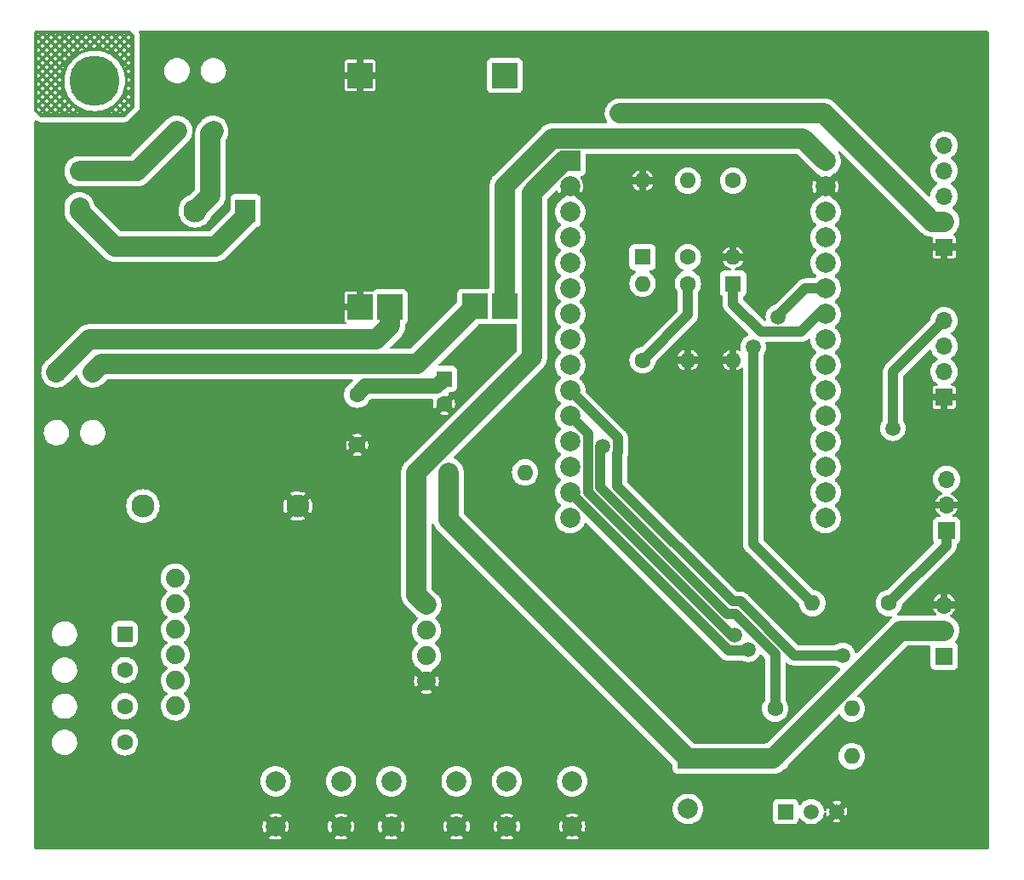
<source format=gbr>
%TF.GenerationSoftware,KiCad,Pcbnew,(6.0.1)*%
%TF.CreationDate,2022-06-09T16:49:39-03:00*%
%TF.ProjectId,alimentador automatico para pets,616c696d-656e-4746-9164-6f7220617574,rev?*%
%TF.SameCoordinates,Original*%
%TF.FileFunction,Copper,L2,Bot*%
%TF.FilePolarity,Positive*%
%FSLAX46Y46*%
G04 Gerber Fmt 4.6, Leading zero omitted, Abs format (unit mm)*
G04 Created by KiCad (PCBNEW (6.0.1)) date 2022-06-09 16:49:39*
%MOMM*%
%LPD*%
G01*
G04 APERTURE LIST*
G04 Aperture macros list*
%AMRoundRect*
0 Rectangle with rounded corners*
0 $1 Rounding radius*
0 $2 $3 $4 $5 $6 $7 $8 $9 X,Y pos of 4 corners*
0 Add a 4 corners polygon primitive as box body*
4,1,4,$2,$3,$4,$5,$6,$7,$8,$9,$2,$3,0*
0 Add four circle primitives for the rounded corners*
1,1,$1+$1,$2,$3*
1,1,$1+$1,$4,$5*
1,1,$1+$1,$6,$7*
1,1,$1+$1,$8,$9*
0 Add four rect primitives between the rounded corners*
20,1,$1+$1,$2,$3,$4,$5,0*
20,1,$1+$1,$4,$5,$6,$7,0*
20,1,$1+$1,$6,$7,$8,$9,0*
20,1,$1+$1,$8,$9,$2,$3,0*%
G04 Aperture macros list end*
%TA.AperFunction,ComponentPad*%
%ADD10R,1.700000X1.700000*%
%TD*%
%TA.AperFunction,ComponentPad*%
%ADD11O,1.700000X1.700000*%
%TD*%
%TA.AperFunction,ComponentPad*%
%ADD12R,1.600000X1.600000*%
%TD*%
%TA.AperFunction,ComponentPad*%
%ADD13O,1.600000X1.600000*%
%TD*%
%TA.AperFunction,ComponentPad*%
%ADD14C,1.600000*%
%TD*%
%TA.AperFunction,ComponentPad*%
%ADD15R,2.500000X2.500000*%
%TD*%
%TA.AperFunction,ComponentPad*%
%ADD16RoundRect,0.250000X-0.550000X0.550000X-0.550000X-0.550000X0.550000X-0.550000X0.550000X0.550000X0*%
%TD*%
%TA.AperFunction,ComponentPad*%
%ADD17RoundRect,0.250000X0.550000X0.550000X-0.550000X0.550000X-0.550000X-0.550000X0.550000X-0.550000X0*%
%TD*%
%TA.AperFunction,ComponentPad*%
%ADD18R,1.500000X1.500000*%
%TD*%
%TA.AperFunction,ComponentPad*%
%ADD19C,1.500000*%
%TD*%
%TA.AperFunction,ComponentPad*%
%ADD20RoundRect,0.250000X-0.550000X-0.550000X0.550000X-0.550000X0.550000X0.550000X-0.550000X0.550000X0*%
%TD*%
%TA.AperFunction,ComponentPad*%
%ADD21C,2.300000*%
%TD*%
%TA.AperFunction,ComponentPad*%
%ADD22R,2.000000X2.300000*%
%TD*%
%TA.AperFunction,ComponentPad*%
%ADD23C,1.879600*%
%TD*%
%TA.AperFunction,ComponentPad*%
%ADD24R,2.000000X2.000000*%
%TD*%
%TA.AperFunction,ComponentPad*%
%ADD25C,2.000000*%
%TD*%
%TA.AperFunction,ViaPad*%
%ADD26C,1.500000*%
%TD*%
%TA.AperFunction,ViaPad*%
%ADD27C,5.000000*%
%TD*%
%TA.AperFunction,Conductor*%
%ADD28C,1.000000*%
%TD*%
%TA.AperFunction,Conductor*%
%ADD29C,2.000000*%
%TD*%
%TA.AperFunction,Conductor*%
%ADD30C,1.500000*%
%TD*%
G04 APERTURE END LIST*
D10*
%TO.P,J3,1,Pin_1*%
%TO.N,Net-(J3-Pad1)*%
X114725000Y-74775000D03*
D11*
%TO.P,J3,2,Pin_2*%
%TO.N,GND*%
X114725000Y-72235000D03*
%TO.P,J3,3,Pin_3*%
%TO.N,/5V*%
X114725000Y-69695000D03*
%TD*%
%TO.P,J4,3,Pin_3*%
%TO.N,GND*%
X114500000Y-82195000D03*
%TO.P,J4,2,Pin_2*%
%TO.N,/5V*%
X114500000Y-84735000D03*
D10*
%TO.P,J4,1,Pin_1*%
%TO.N,/sMotor*%
X114500000Y-87275000D03*
%TD*%
D12*
%TO.P,D1,1,K*%
%TO.N,/ac_check*%
X93500000Y-50190000D03*
D13*
%TO.P,D1,2,A*%
%TO.N,GND*%
X93500000Y-57810000D03*
%TD*%
D14*
%TO.P,R6,1*%
%TO.N,Net-(R1-Pad2)*%
X93500000Y-39940000D03*
D13*
%TO.P,R6,2*%
%TO.N,GND*%
X93500000Y-47560000D03*
%TD*%
D15*
%TO.P,U3,1,IN+*%
%TO.N,/5V*%
X70795000Y-29455000D03*
%TO.P,U3,2,IN-*%
%TO.N,GND*%
X56395000Y-29455000D03*
%TO.P,U3,3,OUT-*%
X56395000Y-52505000D03*
%TO.P,U3,4,B-*%
%TO.N,Net-(J7-Pad1)*%
X59395000Y-52505000D03*
%TO.P,U3,5,B+*%
%TO.N,Net-(J7-Pad2)*%
X67795000Y-52455000D03*
%TO.P,U3,6,OUT+*%
%TO.N,/+Vcc*%
X70795000Y-52455000D03*
%TD*%
D16*
%TO.P,J2,1,Pin_1*%
%TO.N,/green_wire*%
X33000000Y-85070000D03*
D14*
%TO.P,J2,2,Pin_2*%
%TO.N,/white_wire*%
X33000000Y-88670000D03*
%TO.P,J2,3,Pin_3*%
%TO.N,/black_wire*%
X33000000Y-92270000D03*
%TO.P,J2,4,Pin_4*%
%TO.N,/red_wire*%
X33000000Y-95870000D03*
%TD*%
%TO.P,R7,1*%
%TO.N,/buzzer*%
X97690000Y-92500000D03*
D13*
%TO.P,R7,2*%
%TO.N,Net-(Q1-Pad2)*%
X105310000Y-92500000D03*
%TD*%
D14*
%TO.P,R3,1*%
%TO.N,/5V*%
X65190000Y-69000000D03*
D13*
%TO.P,R3,2*%
%TO.N,Net-(R3-Pad2)*%
X72810000Y-69000000D03*
%TD*%
D14*
%TO.P,C1,2*%
%TO.N,GND*%
X56114000Y-66250000D03*
%TO.P,C1,1*%
%TO.N,/5V*%
X56114000Y-61250000D03*
%TD*%
D17*
%TO.P,J1,1,Pin_1*%
%TO.N,/N*%
X41800000Y-34975000D03*
D14*
%TO.P,J1,2,Pin_2*%
%TO.N,Net-(J1-Pad2)*%
X38200000Y-34975000D03*
%TD*%
%TO.P,R5,1*%
%TO.N,Net-(R3-Pad2)*%
X84500000Y-57810000D03*
D13*
%TO.P,R5,2*%
%TO.N,/ac_check*%
X84500000Y-50190000D03*
%TD*%
D18*
%TO.P,Q1,1,C*%
%TO.N,Net-(D4-Pad2)*%
X98730000Y-102770000D03*
D19*
%TO.P,Q1,2,B*%
%TO.N,Net-(Q1-Pad2)*%
X101270000Y-102770000D03*
%TO.P,Q1,3,E*%
%TO.N,GND*%
X103810000Y-102770000D03*
%TD*%
D10*
%TO.P,J6,1,Pin_1*%
%TO.N,GND*%
X114500000Y-46550000D03*
D11*
%TO.P,J6,2,Pin_2*%
%TO.N,/3V3*%
X114500000Y-44010000D03*
%TO.P,J6,3,Pin_3*%
%TO.N,/SW_encoder*%
X114500000Y-41470000D03*
%TO.P,J6,4,Pin_4*%
%TO.N,/DT_encoder*%
X114500000Y-38930000D03*
%TO.P,J6,5,Pin_5*%
%TO.N,/CLK_encoder*%
X114500000Y-36390000D03*
%TD*%
D12*
%TO.P,D2,1,K*%
%TO.N,/IR_out*%
X84500000Y-47560000D03*
D13*
%TO.P,D2,2,A*%
%TO.N,GND*%
X84500000Y-39940000D03*
%TD*%
D20*
%TO.P,J7,1,Pin_1*%
%TO.N,Net-(J7-Pad1)*%
X26200000Y-59025000D03*
D14*
%TO.P,J7,2,Pin_2*%
%TO.N,Net-(J7-Pad2)*%
X29800000Y-59025000D03*
%TD*%
D13*
%TO.P,R2,2*%
%TO.N,Net-(R1-Pad2)*%
X101380000Y-82000000D03*
D14*
%TO.P,R2,1*%
%TO.N,Net-(J3-Pad1)*%
X109000000Y-82000000D03*
%TD*%
%TO.P,C2,2*%
%TO.N,GND*%
X64750000Y-62172651D03*
D12*
%TO.P,C2,1*%
%TO.N,/5V*%
X64750000Y-59672651D03*
%TD*%
D10*
%TO.P,J8,1,Pin_1*%
%TO.N,GND*%
X114500000Y-61500000D03*
D11*
%TO.P,J8,2,Pin_2*%
%TO.N,/5V*%
X114500000Y-58960000D03*
%TO.P,J8,3,Pin_3*%
%TO.N,/SDA_disp*%
X114500000Y-56420000D03*
%TO.P,J8,4,Pin_4*%
%TO.N,/SCL_disp*%
X114500000Y-53880000D03*
%TD*%
D16*
%TO.P,J5,1,Pin_1*%
%TO.N,Net-(J1-Pad2)*%
X28500000Y-39000000D03*
D14*
%TO.P,J5,2,Pin_2*%
%TO.N,/Phase*%
X28500000Y-42600000D03*
%TD*%
D21*
%TO.P,PS1,4,+Vout*%
%TO.N,/5V*%
X34800000Y-72337500D03*
%TO.P,PS1,3,-Vout*%
%TO.N,GND*%
X50200000Y-72337500D03*
%TO.P,PS1,2,AC/N*%
%TO.N,/N*%
X40000000Y-42937500D03*
D22*
%TO.P,PS1,1,AC/L*%
%TO.N,/Phase*%
X45000000Y-42937500D03*
%TD*%
D14*
%TO.P,R1,1*%
%TO.N,/IR_out*%
X89000000Y-47560000D03*
D13*
%TO.P,R1,2*%
%TO.N,Net-(R1-Pad2)*%
X89000000Y-39940000D03*
%TD*%
D14*
%TO.P,R4,1*%
%TO.N,Net-(R3-Pad2)*%
X89000000Y-50190000D03*
D13*
%TO.P,R4,2*%
%TO.N,GND*%
X89000000Y-57810000D03*
%TD*%
D23*
%TO.P,U2,1,GND*%
%TO.N,GND*%
X63000000Y-89800000D03*
%TO.P,U2,2,DT*%
%TO.N,/DT*%
X63000000Y-87260000D03*
%TO.P,U2,3,SCK*%
%TO.N,/SCK*%
X63000000Y-84720000D03*
%TO.P,U2,4,Vcc*%
%TO.N,/3V3*%
X63000000Y-82180000D03*
%TO.P,U2,5,+B*%
%TO.N,unconnected-(U2-Pad5)*%
X38000000Y-79500000D03*
%TO.P,U2,6,-B*%
%TO.N,unconnected-(U2-Pad6)*%
X38040000Y-82100000D03*
%TO.P,U2,7,+A*%
%TO.N,/green_wire*%
X38040000Y-84640000D03*
%TO.P,U2,8,-A*%
%TO.N,/white_wire*%
X38040000Y-87180000D03*
%TO.P,U2,9,-E*%
%TO.N,/black_wire*%
X38040000Y-89720000D03*
%TO.P,U2,10,+E*%
%TO.N,/red_wire*%
X38040000Y-92260000D03*
%TD*%
D24*
%TO.P,U1,1,3V3*%
%TO.N,/3V3*%
X77300000Y-37985000D03*
D25*
%TO.P,U1,2,GND*%
%TO.N,GND*%
X77300000Y-40525000D03*
%TO.P,U1,3,D15*%
%TO.N,/CLK_encoder*%
X77300000Y-43065000D03*
%TO.P,U1,4,D2*%
%TO.N,unconnected-(U1-Pad4)*%
X77300000Y-45605000D03*
%TO.P,U1,5,D4*%
%TO.N,/IR_out*%
X77300000Y-48145000D03*
%TO.P,U1,6,RX2*%
%TO.N,unconnected-(U1-Pad6)*%
X77300000Y-50685000D03*
%TO.P,U1,7,TX2*%
%TO.N,unconnected-(U1-Pad7)*%
X77300000Y-53225000D03*
%TO.P,U1,8,D5*%
%TO.N,unconnected-(U1-Pad8)*%
X77300000Y-55765000D03*
%TO.P,U1,9,D18*%
%TO.N,/buzzer*%
X77300000Y-58305000D03*
%TO.P,U1,10,D19*%
%TO.N,/sMotor*%
X77300000Y-60845000D03*
%TO.P,U1,11,D21*%
%TO.N,/SDA_disp*%
X77300000Y-63385000D03*
%TO.P,U1,12,RX0*%
%TO.N,unconnected-(U1-Pad12)*%
X77300000Y-65925000D03*
%TO.P,U1,13,TX0*%
%TO.N,unconnected-(U1-Pad13)*%
X77300000Y-68465000D03*
%TO.P,U1,14,D22*%
%TO.N,/SCL_disp*%
X77300000Y-71005000D03*
%TO.P,U1,15,D23*%
%TO.N,unconnected-(U1-Pad15)*%
X77300000Y-73545000D03*
%TO.P,U1,16,EN*%
%TO.N,unconnected-(U1-Pad16)*%
X102700000Y-73545000D03*
%TO.P,U1,17,VP*%
%TO.N,unconnected-(U1-Pad17)*%
X102700000Y-71005000D03*
%TO.P,U1,18,VN*%
%TO.N,unconnected-(U1-Pad18)*%
X102700000Y-68465000D03*
%TO.P,U1,19,D34*%
%TO.N,/led_on*%
X102700000Y-65925000D03*
%TO.P,U1,20,D35*%
%TO.N,unconnected-(U1-Pad20)*%
X102700000Y-63385000D03*
%TO.P,U1,21,D32*%
%TO.N,/BUTTON_1*%
X102700000Y-60845000D03*
%TO.P,U1,22,D33*%
%TO.N,/BUTTON_2*%
X102700000Y-58305000D03*
%TO.P,U1,23,D25*%
%TO.N,/BUTTON_3*%
X102700000Y-55765000D03*
%TO.P,U1,24,D26*%
%TO.N,/ac_check*%
X102700000Y-53225000D03*
%TO.P,U1,25,D27*%
%TO.N,/SCK*%
X102700000Y-50685000D03*
%TO.P,U1,26,D14*%
%TO.N,/DT_encoder*%
X102700000Y-48145000D03*
%TO.P,U1,27,D12*%
%TO.N,/DT*%
X102700000Y-45605000D03*
%TO.P,U1,28,D13*%
%TO.N,/SW_encoder*%
X102700000Y-43065000D03*
%TO.P,U1,29,GND*%
%TO.N,GND*%
X102700000Y-40525000D03*
%TO.P,U1,30,VIN*%
%TO.N,/+Vcc*%
X102700000Y-37985000D03*
%TD*%
D13*
%TO.P,D4,2,A*%
%TO.N,Net-(D4-Pad2)*%
X105310000Y-97250000D03*
D12*
%TO.P,D4,1,K*%
%TO.N,/5V*%
X97690000Y-97250000D03*
%TD*%
D25*
%TO.P,BZ1,2,+*%
%TO.N,Net-(D4-Pad2)*%
X89000000Y-102500000D03*
D24*
%TO.P,BZ1,1,-*%
%TO.N,/5V*%
X89000000Y-97500000D03*
%TD*%
D25*
%TO.P,SW3,1,1*%
%TO.N,/BUTTON_3*%
X54500000Y-99750000D03*
X48000000Y-99750000D03*
%TO.P,SW3,2,2*%
%TO.N,GND*%
X54500000Y-104250000D03*
X48000000Y-104250000D03*
%TD*%
%TO.P,SW2,1,1*%
%TO.N,/BUTTON_2*%
X66000000Y-99750000D03*
X59500000Y-99750000D03*
%TO.P,SW2,2,2*%
%TO.N,GND*%
X66000000Y-104250000D03*
X59500000Y-104250000D03*
%TD*%
%TO.P,SW1,1,1*%
%TO.N,/BUTTON_1*%
X71000000Y-99750000D03*
X77500000Y-99750000D03*
%TO.P,SW1,2,2*%
%TO.N,GND*%
X71000000Y-104250000D03*
X77500000Y-104250000D03*
%TD*%
D26*
%TO.N,/sMotor*%
X104400000Y-87200000D03*
D27*
%TO.N,*%
X30000000Y-30000000D03*
%TO.N,GND*%
X115000000Y-102000000D03*
X30500000Y-102000000D03*
X114500000Y-30000000D03*
D26*
%TO.N,/3V3*%
X82250000Y-33250000D03*
%TO.N,/SCL_disp*%
X109400000Y-64600000D03*
X95000000Y-86600000D03*
%TO.N,/SDA_disp*%
X93643114Y-85227500D03*
%TO.N,Net-(R1-Pad2)*%
X95500000Y-56500000D03*
%TO.N,/SCK*%
X98000000Y-53500000D03*
%TO.N,/buzzer*%
X80549011Y-66400000D03*
%TD*%
D28*
%TO.N,/SCK*%
X100715000Y-50685000D02*
X102700000Y-50685000D01*
X98000000Y-53400000D02*
X100715000Y-50685000D01*
X98000000Y-53500000D02*
X98000000Y-53400000D01*
%TO.N,/sMotor*%
X94218057Y-81850969D02*
X99567088Y-87200000D01*
X82000000Y-67069641D02*
X82000000Y-70403736D01*
X99567088Y-87200000D02*
X104400000Y-87200000D01*
X82048522Y-67021119D02*
X82000000Y-67069641D01*
X82000000Y-70403736D02*
X93447233Y-81850969D01*
X93447233Y-81850969D02*
X94218057Y-81850969D01*
X82048522Y-65593522D02*
X82048522Y-67021119D01*
X77300000Y-60845000D02*
X82048522Y-65593522D01*
%TO.N,/SCL_disp*%
X94872989Y-86727011D02*
X93022011Y-86727011D01*
X93022011Y-86727011D02*
X77300000Y-71005000D01*
X95000000Y-86600000D02*
X94872989Y-86727011D01*
%TO.N,/buzzer*%
X93700489Y-83100489D02*
X97690000Y-87090000D01*
X80299031Y-70469855D02*
X92929665Y-83100489D01*
X80299031Y-66649980D02*
X80299031Y-70469855D01*
X92929665Y-83100489D02*
X93700489Y-83100489D01*
X97690000Y-87090000D02*
X97690000Y-92500000D01*
X80549011Y-66400000D02*
X80299031Y-66649980D01*
%TO.N,/SDA_disp*%
X79049511Y-65134511D02*
X77300000Y-63385000D01*
X93289588Y-85227500D02*
X79049511Y-70987423D01*
X79049511Y-70987423D02*
X79049511Y-65134511D01*
X93643114Y-85227500D02*
X93289588Y-85227500D01*
D29*
%TO.N,/3V3*%
X62000000Y-81180000D02*
X63000000Y-82180000D01*
X62000000Y-69000000D02*
X62000000Y-81180000D01*
X73500000Y-57500000D02*
X62000000Y-69000000D01*
X73500000Y-41143710D02*
X73500000Y-57500000D01*
X76658710Y-37985000D02*
X73500000Y-41143710D01*
X77300000Y-37985000D02*
X76658710Y-37985000D01*
%TO.N,/5V*%
X65190000Y-73690000D02*
X65190000Y-69000000D01*
X89000000Y-97500000D02*
X65190000Y-73690000D01*
X110176553Y-84735000D02*
X114500000Y-84735000D01*
X97690000Y-97221553D02*
X110176553Y-84735000D01*
X97690000Y-97250000D02*
X97690000Y-97221553D01*
X97440000Y-97500000D02*
X97690000Y-97250000D01*
X89000000Y-97500000D02*
X97440000Y-97500000D01*
D28*
%TO.N,Net-(R3-Pad2)*%
X89000000Y-53310000D02*
X84500000Y-57810000D01*
X89000000Y-50190000D02*
X89000000Y-53310000D01*
%TO.N,/ac_check*%
X93500000Y-52250000D02*
X93500000Y-50190000D01*
X100250000Y-55000000D02*
X96250000Y-55000000D01*
X102025000Y-53225000D02*
X100250000Y-55000000D01*
X102700000Y-53225000D02*
X102025000Y-53225000D01*
X96250000Y-55000000D02*
X93500000Y-52250000D01*
%TO.N,Net-(J3-Pad1)*%
X114725000Y-76275000D02*
X109000000Y-82000000D01*
X114725000Y-74775000D02*
X114725000Y-76275000D01*
%TO.N,Net-(R1-Pad2)*%
X95500000Y-76120000D02*
X101380000Y-82000000D01*
X95500000Y-56500000D02*
X95500000Y-76120000D01*
%TO.N,/SCL_disp*%
X109400000Y-58980000D02*
X109400000Y-64600000D01*
X114500000Y-53880000D02*
X109400000Y-58980000D01*
D29*
%TO.N,/3V3*%
X102537919Y-33250000D02*
X82250000Y-33250000D01*
X113297919Y-44010000D02*
X102537919Y-33250000D01*
X114500000Y-44010000D02*
X113297919Y-44010000D01*
D30*
%TO.N,/5V*%
X63999520Y-60423131D02*
X64750000Y-59672651D01*
X56940869Y-60423131D02*
X63999520Y-60423131D01*
X56114000Y-61250000D02*
X56940869Y-60423131D01*
D29*
%TO.N,/+Vcc*%
X79549511Y-35750000D02*
X100465000Y-35750000D01*
X79535000Y-35735489D02*
X79549511Y-35750000D01*
X75514511Y-35735489D02*
X79535000Y-35735489D01*
X70795000Y-40455000D02*
X75514511Y-35735489D01*
X70795000Y-52455000D02*
X70795000Y-40455000D01*
X100465000Y-35750000D02*
X102700000Y-37985000D01*
D30*
%TO.N,GND*%
X32000000Y-102000000D02*
X30500000Y-102000000D01*
X50200000Y-72050000D02*
X50200000Y-72337500D01*
X56114000Y-66250000D02*
X56000000Y-66250000D01*
D29*
%TO.N,Net-(J7-Pad1)*%
X29475000Y-55750000D02*
X26200000Y-59025000D01*
X58000000Y-55750000D02*
X29475000Y-55750000D01*
X59395000Y-54355000D02*
X58000000Y-55750000D01*
X59395000Y-52505000D02*
X59395000Y-54355000D01*
D28*
%TO.N,GND*%
X30689048Y-102000000D02*
X30500000Y-102000000D01*
X114500000Y-30000000D02*
X116099511Y-31599511D01*
D29*
%TO.N,/N*%
X41500000Y-41437500D02*
X41500000Y-35275000D01*
X40000000Y-42937500D02*
X41500000Y-41437500D01*
X41500000Y-35275000D02*
X41800000Y-34975000D01*
%TO.N,Net-(J1-Pad2)*%
X38200000Y-34975000D02*
X34175000Y-39000000D01*
X34175000Y-39000000D02*
X28500000Y-39000000D01*
%TO.N,/Phase*%
X42000000Y-46500000D02*
X45000000Y-43500000D01*
X45000000Y-43500000D02*
X45000000Y-42937500D01*
X28500000Y-42600000D02*
X28500000Y-43000000D01*
X32000000Y-46500000D02*
X42000000Y-46500000D01*
X28500000Y-43000000D02*
X32000000Y-46500000D01*
%TO.N,Net-(J7-Pad2)*%
X30624511Y-58200489D02*
X29800000Y-59025000D01*
X67795000Y-52455000D02*
X62049511Y-58200489D01*
X62049511Y-58200489D02*
X30624511Y-58200489D01*
%TD*%
%TA.AperFunction,NonConductor*%
G36*
X33523931Y-25028002D02*
G01*
X33544905Y-25044905D01*
X33963095Y-25463095D01*
X33997121Y-25525407D01*
X34000000Y-25552190D01*
X34000000Y-32547810D01*
X33979998Y-32615931D01*
X33963095Y-32636905D01*
X33036905Y-33563095D01*
X32974593Y-33597121D01*
X32947810Y-33600000D01*
X24651787Y-33600000D01*
X24583666Y-33579998D01*
X24563182Y-33563584D01*
X24169294Y-33174000D01*
X24757472Y-33174000D01*
X24951414Y-33174000D01*
X25606000Y-33174000D01*
X25799942Y-33174000D01*
X26454528Y-33174000D01*
X26648470Y-33174000D01*
X27303056Y-33174000D01*
X27496998Y-33174000D01*
X28151584Y-33174000D01*
X28345526Y-33174000D01*
X29000112Y-33174000D01*
X29072729Y-33174000D01*
X31545697Y-33174000D01*
X31739639Y-33174000D01*
X32394225Y-33174000D01*
X32588167Y-33174000D01*
X32491196Y-33077029D01*
X32394225Y-33174000D01*
X31739639Y-33174000D01*
X31642668Y-33077029D01*
X31545697Y-33174000D01*
X29072729Y-33174000D01*
X29016211Y-33157901D01*
X29000112Y-33174000D01*
X28345526Y-33174000D01*
X28248555Y-33077029D01*
X28151584Y-33174000D01*
X27496998Y-33174000D01*
X27400027Y-33077029D01*
X27303056Y-33174000D01*
X26648470Y-33174000D01*
X26551499Y-33077029D01*
X26454528Y-33174000D01*
X25799942Y-33174000D01*
X25702971Y-33077029D01*
X25606000Y-33174000D01*
X24951414Y-33174000D01*
X24854443Y-33077029D01*
X24757472Y-33174000D01*
X24169294Y-33174000D01*
X24045395Y-33051455D01*
X24011028Y-32989330D01*
X24008000Y-32961871D01*
X24008000Y-32890071D01*
X24306000Y-32890071D01*
X24463846Y-33046192D01*
X24643726Y-32866312D01*
X25065160Y-32866312D01*
X25278707Y-33079859D01*
X25492254Y-32866312D01*
X25913688Y-32866312D01*
X26127235Y-33079859D01*
X26340782Y-32866312D01*
X26762216Y-32866312D01*
X26975763Y-33079859D01*
X27189310Y-32866312D01*
X27610744Y-32866312D01*
X27824291Y-33079859D01*
X27910594Y-32993556D01*
X28586516Y-32993556D01*
X28672819Y-33079859D01*
X28675282Y-33077396D01*
X31215941Y-33077396D01*
X31218404Y-33079859D01*
X31224722Y-33073541D01*
X31215941Y-33077396D01*
X28675282Y-33077396D01*
X28708567Y-33044111D01*
X28586516Y-32993556D01*
X27910594Y-32993556D01*
X28037838Y-32866312D01*
X27824291Y-32652765D01*
X27610744Y-32866312D01*
X27189310Y-32866312D01*
X26975763Y-32652765D01*
X26762216Y-32866312D01*
X26340782Y-32866312D01*
X26127235Y-32652765D01*
X25913688Y-32866312D01*
X25492254Y-32866312D01*
X25278707Y-32652765D01*
X25065160Y-32866312D01*
X24643726Y-32866312D01*
X24430179Y-32652765D01*
X24306000Y-32776944D01*
X24306000Y-32890071D01*
X24008000Y-32890071D01*
X24008000Y-32442048D01*
X24640896Y-32442048D01*
X24854443Y-32655595D01*
X25067990Y-32442048D01*
X25489424Y-32442048D01*
X25702971Y-32655595D01*
X25916518Y-32442048D01*
X26337952Y-32442048D01*
X26551499Y-32655595D01*
X26765046Y-32442048D01*
X27186480Y-32442048D01*
X27400027Y-32655595D01*
X27613574Y-32442048D01*
X27400027Y-32228501D01*
X27186480Y-32442048D01*
X26765046Y-32442048D01*
X26551499Y-32228501D01*
X26337952Y-32442048D01*
X25916518Y-32442048D01*
X25702971Y-32228501D01*
X25489424Y-32442048D01*
X25067990Y-32442048D01*
X24854443Y-32228501D01*
X24640896Y-32442048D01*
X24008000Y-32442048D01*
X24008000Y-32107152D01*
X24306000Y-32107152D01*
X24430179Y-32231331D01*
X24643726Y-32017784D01*
X25065160Y-32017784D01*
X25278707Y-32231331D01*
X25492254Y-32017784D01*
X25913688Y-32017784D01*
X26127235Y-32231331D01*
X26340782Y-32017784D01*
X26762216Y-32017784D01*
X26975763Y-32231331D01*
X27189310Y-32017784D01*
X26975763Y-31804237D01*
X26762216Y-32017784D01*
X26340782Y-32017784D01*
X26127235Y-31804237D01*
X25913688Y-32017784D01*
X25492254Y-32017784D01*
X25278707Y-31804237D01*
X25065160Y-32017784D01*
X24643726Y-32017784D01*
X24430179Y-31804237D01*
X24306000Y-31928416D01*
X24306000Y-32107152D01*
X24008000Y-32107152D01*
X24008000Y-31593520D01*
X24640896Y-31593520D01*
X24854443Y-31807067D01*
X25067990Y-31593520D01*
X25489424Y-31593520D01*
X25702971Y-31807067D01*
X25916518Y-31593520D01*
X26337952Y-31593520D01*
X26551499Y-31807067D01*
X26765046Y-31593520D01*
X26551499Y-31379973D01*
X26337952Y-31593520D01*
X25916518Y-31593520D01*
X25702971Y-31379973D01*
X25489424Y-31593520D01*
X25067990Y-31593520D01*
X24854443Y-31379973D01*
X24640896Y-31593520D01*
X24008000Y-31593520D01*
X24008000Y-31258624D01*
X24306000Y-31258624D01*
X24430179Y-31382803D01*
X24643726Y-31169256D01*
X25065160Y-31169256D01*
X25278707Y-31382803D01*
X25492254Y-31169256D01*
X25913688Y-31169256D01*
X26127235Y-31382803D01*
X26340782Y-31169256D01*
X26762216Y-31169256D01*
X26975763Y-31382803D01*
X26986317Y-31372249D01*
X26986144Y-31371870D01*
X26984693Y-31368578D01*
X26983660Y-31366140D01*
X26982283Y-31362753D01*
X26866272Y-31065200D01*
X26762216Y-31169256D01*
X26340782Y-31169256D01*
X26127235Y-30955709D01*
X25913688Y-31169256D01*
X25492254Y-31169256D01*
X25278707Y-30955709D01*
X25065160Y-31169256D01*
X24643726Y-31169256D01*
X24430179Y-30955709D01*
X24306000Y-31079889D01*
X24306000Y-31258624D01*
X24008000Y-31258624D01*
X24008000Y-30744992D01*
X24640896Y-30744992D01*
X24854443Y-30958539D01*
X25067990Y-30744992D01*
X25489424Y-30744992D01*
X25702971Y-30958539D01*
X25916518Y-30744992D01*
X26337952Y-30744992D01*
X26551499Y-30958539D01*
X26765046Y-30744992D01*
X26551499Y-30531445D01*
X26337952Y-30744992D01*
X25916518Y-30744992D01*
X25702971Y-30531445D01*
X25489424Y-30744992D01*
X25067990Y-30744992D01*
X24854443Y-30531445D01*
X24640896Y-30744992D01*
X24008000Y-30744992D01*
X24008000Y-30410094D01*
X24306000Y-30410094D01*
X24430179Y-30534274D01*
X24643726Y-30320727D01*
X25065160Y-30320727D01*
X25278707Y-30534274D01*
X25492254Y-30320727D01*
X25913688Y-30320727D01*
X26127235Y-30534274D01*
X26340782Y-30320727D01*
X26127235Y-30107180D01*
X25913688Y-30320727D01*
X25492254Y-30320727D01*
X25278707Y-30107180D01*
X25065160Y-30320727D01*
X24643726Y-30320727D01*
X24430179Y-30107180D01*
X24306000Y-30231359D01*
X24306000Y-30410094D01*
X24008000Y-30410094D01*
X24008000Y-29896463D01*
X24640896Y-29896463D01*
X24854443Y-30110010D01*
X25067990Y-29896463D01*
X25489424Y-29896463D01*
X25702971Y-30110010D01*
X25916518Y-29896463D01*
X26337952Y-29896463D01*
X26551500Y-30110010D01*
X26691480Y-29970030D01*
X26689990Y-29913142D01*
X26689947Y-29909510D01*
X26689954Y-29906860D01*
X26689980Y-29905341D01*
X26987888Y-29905341D01*
X26987983Y-29908971D01*
X26987983Y-29908972D01*
X26990367Y-30000000D01*
X26996970Y-30252171D01*
X27045856Y-30595660D01*
X27133897Y-30931253D01*
X27259927Y-31254503D01*
X27261624Y-31257708D01*
X27395113Y-31509825D01*
X27422275Y-31561126D01*
X27424325Y-31564109D01*
X27424327Y-31564112D01*
X27616733Y-31844064D01*
X27616739Y-31844071D01*
X27618790Y-31847056D01*
X27846866Y-32108505D01*
X27849551Y-32110948D01*
X28059268Y-32301775D01*
X28103481Y-32342006D01*
X28385233Y-32544466D01*
X28688388Y-32713200D01*
X29008928Y-32845972D01*
X29012422Y-32846967D01*
X29012424Y-32846968D01*
X29339103Y-32940025D01*
X29339108Y-32940026D01*
X29342604Y-32941022D01*
X29539304Y-32973233D01*
X29681412Y-32996504D01*
X29681419Y-32996505D01*
X29684993Y-32997090D01*
X29858276Y-33005262D01*
X30027931Y-33013263D01*
X30027932Y-33013263D01*
X30031558Y-33013434D01*
X30040415Y-33012830D01*
X30374073Y-32990084D01*
X30374081Y-32990083D01*
X30377704Y-32989836D01*
X30381279Y-32989173D01*
X30381282Y-32989173D01*
X30715279Y-32927270D01*
X30715283Y-32927269D01*
X30718844Y-32926609D01*
X30914843Y-32866312D01*
X31853385Y-32866312D01*
X32066932Y-33079859D01*
X32280479Y-32866312D01*
X32701913Y-32866312D01*
X32915460Y-33079859D01*
X33129007Y-32866312D01*
X32915460Y-32652765D01*
X32701913Y-32866312D01*
X32280479Y-32866312D01*
X32066932Y-32652765D01*
X31853385Y-32866312D01*
X30914843Y-32866312D01*
X31050456Y-32824592D01*
X31368145Y-32685136D01*
X31603152Y-32547810D01*
X31664560Y-32511926D01*
X31664562Y-32511925D01*
X31667700Y-32510091D01*
X31758325Y-32442048D01*
X32277649Y-32442048D01*
X32491196Y-32655595D01*
X32704743Y-32442048D01*
X33126177Y-32442048D01*
X33339724Y-32655595D01*
X33553271Y-32442048D01*
X33339724Y-32228501D01*
X33126177Y-32442048D01*
X32704743Y-32442048D01*
X32491196Y-32228501D01*
X32277649Y-32442048D01*
X31758325Y-32442048D01*
X31942244Y-32303958D01*
X31942248Y-32303955D01*
X31945151Y-32301775D01*
X32196819Y-32062950D01*
X32234584Y-32017784D01*
X32701913Y-32017784D01*
X32915460Y-32231331D01*
X33129007Y-32017784D01*
X33550441Y-32017784D01*
X33574000Y-32041343D01*
X33574000Y-31994225D01*
X33550441Y-32017784D01*
X33129007Y-32017784D01*
X32915460Y-31804237D01*
X32701913Y-32017784D01*
X32234584Y-32017784D01*
X32419370Y-31796783D01*
X32552888Y-31593520D01*
X33126177Y-31593520D01*
X33339724Y-31807067D01*
X33553271Y-31593520D01*
X33339724Y-31379973D01*
X33126177Y-31593520D01*
X32552888Y-31593520D01*
X32609853Y-31506799D01*
X32751190Y-31225782D01*
X33072481Y-31225782D01*
X33129007Y-31169256D01*
X33550441Y-31169256D01*
X33574000Y-31192815D01*
X33574000Y-31145698D01*
X33550441Y-31169256D01*
X33129007Y-31169256D01*
X33102768Y-31143018D01*
X33072481Y-31225782D01*
X32751190Y-31225782D01*
X32764117Y-31200080D01*
X32764120Y-31200072D01*
X32765744Y-31196844D01*
X32884977Y-30871026D01*
X32885822Y-30867504D01*
X32885825Y-30867496D01*
X32896742Y-30822024D01*
X33203209Y-30822024D01*
X33339724Y-30958539D01*
X33553271Y-30744992D01*
X33339723Y-30531445D01*
X33251883Y-30619285D01*
X33203209Y-30822024D01*
X32896742Y-30822024D01*
X32965124Y-30537191D01*
X32965125Y-30537187D01*
X32965971Y-30533662D01*
X32991739Y-30320727D01*
X33550441Y-30320727D01*
X33574000Y-30344285D01*
X33574000Y-30297168D01*
X33550441Y-30320727D01*
X32991739Y-30320727D01*
X33000035Y-30252171D01*
X33007316Y-30192004D01*
X33007316Y-30191997D01*
X33007652Y-30189225D01*
X33011100Y-30079532D01*
X33013511Y-30002797D01*
X33013599Y-30000000D01*
X33013051Y-29990492D01*
X32997819Y-29726326D01*
X33296314Y-29726326D01*
X33311105Y-29982846D01*
X33311236Y-29985666D01*
X33311308Y-29987711D01*
X33311375Y-29990492D01*
X33311522Y-30001703D01*
X33311528Y-30004524D01*
X33311509Y-30006572D01*
X33311452Y-30009361D01*
X33309247Y-30079532D01*
X33339724Y-30110010D01*
X33553271Y-29896463D01*
X33339724Y-29682916D01*
X33296314Y-29726326D01*
X32997819Y-29726326D01*
X32993836Y-29657246D01*
X32993835Y-29657241D01*
X32993627Y-29653626D01*
X32961963Y-29472199D01*
X33550441Y-29472199D01*
X33574000Y-29495758D01*
X33574000Y-29448640D01*
X33550441Y-29472199D01*
X32961963Y-29472199D01*
X32933976Y-29311842D01*
X32918221Y-29258652D01*
X32846565Y-29016748D01*
X33157364Y-29016748D01*
X33183616Y-29105374D01*
X33339724Y-29261482D01*
X33553271Y-29047935D01*
X33339724Y-28834388D01*
X33157364Y-29016748D01*
X32846565Y-29016748D01*
X32835437Y-28979180D01*
X32699316Y-28660048D01*
X32649569Y-28572831D01*
X32562439Y-28420076D01*
X32905508Y-28420076D01*
X32958169Y-28512401D01*
X32959916Y-28515569D01*
X32961162Y-28517907D01*
X32962828Y-28521145D01*
X32969278Y-28534139D01*
X32970846Y-28537417D01*
X32971955Y-28539823D01*
X32973424Y-28543133D01*
X33044024Y-28708654D01*
X33129007Y-28623671D01*
X33550441Y-28623671D01*
X33574000Y-28647230D01*
X33574000Y-28600112D01*
X33550441Y-28623671D01*
X33129007Y-28623671D01*
X32915460Y-28410124D01*
X32905508Y-28420076D01*
X32562439Y-28420076D01*
X32529208Y-28361816D01*
X32527417Y-28358676D01*
X32410422Y-28199407D01*
X33126177Y-28199407D01*
X33339724Y-28412954D01*
X33553271Y-28199407D01*
X33339724Y-27985860D01*
X33126177Y-28199407D01*
X32410422Y-28199407D01*
X32322018Y-28079060D01*
X32085842Y-27824904D01*
X32027579Y-27775143D01*
X32701913Y-27775143D01*
X32915460Y-27988690D01*
X33129007Y-27775143D01*
X33550441Y-27775143D01*
X33574000Y-27798702D01*
X33574000Y-27751584D01*
X33550441Y-27775143D01*
X33129007Y-27775143D01*
X32915460Y-27561596D01*
X32701913Y-27775143D01*
X32027579Y-27775143D01*
X31822019Y-27599578D01*
X31534047Y-27406069D01*
X31427119Y-27350879D01*
X32277649Y-27350879D01*
X32491196Y-27564426D01*
X32704743Y-27350879D01*
X33126177Y-27350879D01*
X33339724Y-27564426D01*
X33553271Y-27350879D01*
X33339724Y-27137332D01*
X33126177Y-27350879D01*
X32704743Y-27350879D01*
X32491196Y-27137332D01*
X32277649Y-27350879D01*
X31427119Y-27350879D01*
X31225741Y-27246940D01*
X30901189Y-27124302D01*
X30897668Y-27123418D01*
X30897663Y-27123416D01*
X30736378Y-27082904D01*
X30564692Y-27039780D01*
X30542476Y-27036855D01*
X30224315Y-26994968D01*
X30224307Y-26994967D01*
X30220711Y-26994494D01*
X30076045Y-26992221D01*
X29877446Y-26989101D01*
X29877442Y-26989101D01*
X29873804Y-26989044D01*
X29870190Y-26989405D01*
X29870184Y-26989405D01*
X29626843Y-27013694D01*
X29528569Y-27023503D01*
X29189583Y-27097414D01*
X29186156Y-27098587D01*
X29186150Y-27098589D01*
X28864765Y-27208624D01*
X28861339Y-27209797D01*
X28548188Y-27359163D01*
X28254279Y-27543532D01*
X28251443Y-27545804D01*
X28251436Y-27545809D01*
X28076730Y-27685775D01*
X27983509Y-27760459D01*
X27980958Y-27763037D01*
X27757656Y-27988690D01*
X27739466Y-28007071D01*
X27737225Y-28009929D01*
X27569768Y-28223496D01*
X27525386Y-28280098D01*
X27523493Y-28283187D01*
X27523491Y-28283190D01*
X27477233Y-28358676D01*
X27344105Y-28575921D01*
X27342580Y-28579206D01*
X27342578Y-28579210D01*
X27248378Y-28782147D01*
X27198027Y-28890620D01*
X27089087Y-29220023D01*
X27018730Y-29559764D01*
X26987888Y-29905341D01*
X26689980Y-29905341D01*
X26690016Y-29903232D01*
X26690472Y-29888733D01*
X26690637Y-29885128D01*
X26690796Y-29882485D01*
X26691068Y-29878850D01*
X26695686Y-29827103D01*
X26551499Y-29682916D01*
X26337952Y-29896463D01*
X25916518Y-29896463D01*
X25702971Y-29682916D01*
X25489424Y-29896463D01*
X25067990Y-29896463D01*
X24854443Y-29682916D01*
X24640896Y-29896463D01*
X24008000Y-29896463D01*
X24008000Y-29561567D01*
X24306000Y-29561567D01*
X24430179Y-29685746D01*
X24643726Y-29472199D01*
X25065160Y-29472199D01*
X25278707Y-29685746D01*
X25492254Y-29472199D01*
X25913688Y-29472199D01*
X26127235Y-29685746D01*
X26340782Y-29472199D01*
X26127235Y-29258652D01*
X25913688Y-29472199D01*
X25492254Y-29472199D01*
X25278707Y-29258652D01*
X25065160Y-29472199D01*
X24643726Y-29472199D01*
X24430179Y-29258652D01*
X24306000Y-29382831D01*
X24306000Y-29561567D01*
X24008000Y-29561567D01*
X24008000Y-29047935D01*
X24640896Y-29047935D01*
X24854443Y-29261482D01*
X25067990Y-29047935D01*
X25489424Y-29047935D01*
X25702971Y-29261482D01*
X25916518Y-29047935D01*
X26337952Y-29047935D01*
X26551499Y-29261482D01*
X26765046Y-29047935D01*
X26551499Y-28834388D01*
X26337952Y-29047935D01*
X25916518Y-29047935D01*
X25702971Y-28834388D01*
X25489424Y-29047935D01*
X25067990Y-29047935D01*
X24854443Y-28834388D01*
X24640896Y-29047935D01*
X24008000Y-29047935D01*
X24008000Y-28713039D01*
X24306000Y-28713039D01*
X24430179Y-28837218D01*
X24643726Y-28623671D01*
X25065160Y-28623671D01*
X25278707Y-28837218D01*
X25492254Y-28623671D01*
X25913688Y-28623671D01*
X26127235Y-28837218D01*
X26340782Y-28623671D01*
X26762216Y-28623671D01*
X26920692Y-28782147D01*
X26923818Y-28774251D01*
X26925206Y-28770887D01*
X26926252Y-28768453D01*
X26927727Y-28765152D01*
X27055509Y-28489870D01*
X26975763Y-28410124D01*
X26762216Y-28623671D01*
X26340782Y-28623671D01*
X26127235Y-28410124D01*
X25913688Y-28623671D01*
X25492254Y-28623671D01*
X25278707Y-28410124D01*
X25065160Y-28623671D01*
X24643726Y-28623671D01*
X24430179Y-28410124D01*
X24306000Y-28534303D01*
X24306000Y-28713039D01*
X24008000Y-28713039D01*
X24008000Y-28199407D01*
X24640896Y-28199407D01*
X24854443Y-28412954D01*
X25067990Y-28199407D01*
X25489424Y-28199407D01*
X25702971Y-28412954D01*
X25916518Y-28199407D01*
X26337952Y-28199407D01*
X26551499Y-28412954D01*
X26765046Y-28199407D01*
X27186480Y-28199407D01*
X27210569Y-28223496D01*
X27271299Y-28124393D01*
X27273233Y-28121337D01*
X27274682Y-28119118D01*
X27276719Y-28116095D01*
X27284998Y-28104184D01*
X27287103Y-28101246D01*
X27288676Y-28099116D01*
X27290879Y-28096221D01*
X27295284Y-28090603D01*
X27186480Y-28199407D01*
X26765046Y-28199407D01*
X26551499Y-27985860D01*
X26337952Y-28199407D01*
X25916518Y-28199407D01*
X25702971Y-27985860D01*
X25489424Y-28199407D01*
X25067990Y-28199407D01*
X24854443Y-27985860D01*
X24640896Y-28199407D01*
X24008000Y-28199407D01*
X24008000Y-27864511D01*
X24306000Y-27864511D01*
X24430179Y-27988690D01*
X24643726Y-27775143D01*
X25065160Y-27775143D01*
X25278707Y-27988690D01*
X25492254Y-27775143D01*
X25913688Y-27775143D01*
X26127235Y-27988690D01*
X26340782Y-27775143D01*
X26762216Y-27775143D01*
X26975763Y-27988690D01*
X27189310Y-27775143D01*
X26975763Y-27561596D01*
X26762216Y-27775143D01*
X26340782Y-27775143D01*
X26127235Y-27561596D01*
X25913688Y-27775143D01*
X25492254Y-27775143D01*
X25278707Y-27561596D01*
X25065160Y-27775143D01*
X24643726Y-27775143D01*
X24430179Y-27561596D01*
X24306000Y-27685775D01*
X24306000Y-27864511D01*
X24008000Y-27864511D01*
X24008000Y-27350879D01*
X24640896Y-27350879D01*
X24854443Y-27564426D01*
X25067990Y-27350879D01*
X25489424Y-27350879D01*
X25702971Y-27564426D01*
X25916518Y-27350879D01*
X26337952Y-27350879D01*
X26551499Y-27564426D01*
X26765046Y-27350879D01*
X27186480Y-27350879D01*
X27400027Y-27564426D01*
X27613574Y-27350879D01*
X27555862Y-27293167D01*
X28092720Y-27293167D01*
X28092877Y-27293062D01*
X28095923Y-27291090D01*
X28284204Y-27172981D01*
X28248555Y-27137332D01*
X28092720Y-27293167D01*
X27555862Y-27293167D01*
X27400027Y-27137332D01*
X27186480Y-27350879D01*
X26765046Y-27350879D01*
X26551499Y-27137332D01*
X26337952Y-27350879D01*
X25916518Y-27350879D01*
X25702971Y-27137332D01*
X25489424Y-27350879D01*
X25067990Y-27350879D01*
X24854443Y-27137332D01*
X24640896Y-27350879D01*
X24008000Y-27350879D01*
X24008000Y-27015983D01*
X24306000Y-27015983D01*
X24430179Y-27140162D01*
X24643726Y-26926615D01*
X25065160Y-26926615D01*
X25278707Y-27140162D01*
X25492254Y-26926615D01*
X25913688Y-26926615D01*
X26127235Y-27140162D01*
X26340782Y-26926615D01*
X26762216Y-26926615D01*
X26975763Y-27140162D01*
X27189310Y-26926615D01*
X27610744Y-26926615D01*
X27824291Y-27140162D01*
X28037838Y-26926615D01*
X28459272Y-26926615D01*
X28557306Y-27024649D01*
X28733046Y-26940826D01*
X28736368Y-26939300D01*
X28738792Y-26938229D01*
X28742107Y-26936821D01*
X28755538Y-26931340D01*
X28758903Y-26930023D01*
X28761383Y-26929093D01*
X28764811Y-26927863D01*
X28856293Y-26896542D01*
X28827068Y-26867317D01*
X31064155Y-26867317D01*
X31331077Y-26968178D01*
X31334456Y-26969511D01*
X31336905Y-26970518D01*
X31340236Y-26971944D01*
X31353488Y-26977844D01*
X31356775Y-26979364D01*
X31359164Y-26980511D01*
X31362419Y-26982132D01*
X31371663Y-26986903D01*
X31431951Y-26926615D01*
X31853385Y-26926615D01*
X32066932Y-27140162D01*
X32280479Y-26926615D01*
X32701913Y-26926615D01*
X32915460Y-27140162D01*
X33129007Y-26926615D01*
X33550441Y-26926615D01*
X33574000Y-26950174D01*
X33574000Y-26903056D01*
X33550441Y-26926615D01*
X33129007Y-26926615D01*
X32915460Y-26713068D01*
X32701913Y-26926615D01*
X32280479Y-26926615D01*
X32066932Y-26713068D01*
X31853385Y-26926615D01*
X31431951Y-26926615D01*
X31218404Y-26713068D01*
X31064155Y-26867317D01*
X28827068Y-26867317D01*
X28685788Y-26726037D01*
X29508378Y-26726037D01*
X29531962Y-26723683D01*
X29521783Y-26713504D01*
X30369441Y-26713504D01*
X30370444Y-26713636D01*
X30369876Y-26713068D01*
X30369441Y-26713504D01*
X29521783Y-26713504D01*
X29521347Y-26713068D01*
X29508378Y-26726037D01*
X28685788Y-26726037D01*
X28672819Y-26713068D01*
X28459272Y-26926615D01*
X28037838Y-26926615D01*
X27824291Y-26713068D01*
X27610744Y-26926615D01*
X27189310Y-26926615D01*
X26975763Y-26713068D01*
X26762216Y-26926615D01*
X26340782Y-26926615D01*
X26127235Y-26713068D01*
X25913688Y-26926615D01*
X25492254Y-26926615D01*
X25278707Y-26713068D01*
X25065160Y-26926615D01*
X24643726Y-26926615D01*
X24430179Y-26713068D01*
X24306000Y-26837247D01*
X24306000Y-27015983D01*
X24008000Y-27015983D01*
X24008000Y-26502351D01*
X24640896Y-26502351D01*
X24854443Y-26715898D01*
X25067990Y-26502351D01*
X25489424Y-26502351D01*
X25702971Y-26715898D01*
X25916518Y-26502351D01*
X26337952Y-26502351D01*
X26551499Y-26715898D01*
X26765046Y-26502351D01*
X27186480Y-26502351D01*
X27400027Y-26715898D01*
X27613574Y-26502351D01*
X28035008Y-26502351D01*
X28248555Y-26715898D01*
X28462102Y-26502351D01*
X28883536Y-26502351D01*
X29097083Y-26715898D01*
X29310630Y-26502351D01*
X29732065Y-26502351D01*
X29921472Y-26691757D01*
X29969006Y-26692504D01*
X30159159Y-26502351D01*
X30580593Y-26502351D01*
X30794140Y-26715898D01*
X31007687Y-26502351D01*
X31429121Y-26502351D01*
X31642668Y-26715898D01*
X31856215Y-26502351D01*
X32277649Y-26502351D01*
X32491196Y-26715898D01*
X32704743Y-26502351D01*
X33126177Y-26502351D01*
X33339724Y-26715898D01*
X33553271Y-26502351D01*
X33339724Y-26288804D01*
X33126177Y-26502351D01*
X32704743Y-26502351D01*
X32491196Y-26288804D01*
X32277649Y-26502351D01*
X31856215Y-26502351D01*
X31642668Y-26288804D01*
X31429121Y-26502351D01*
X31007687Y-26502351D01*
X30794140Y-26288804D01*
X30580593Y-26502351D01*
X30159159Y-26502351D01*
X29945612Y-26288804D01*
X29732065Y-26502351D01*
X29310630Y-26502351D01*
X29097083Y-26288804D01*
X28883536Y-26502351D01*
X28462102Y-26502351D01*
X28248555Y-26288804D01*
X28035008Y-26502351D01*
X27613574Y-26502351D01*
X27400027Y-26288804D01*
X27186480Y-26502351D01*
X26765046Y-26502351D01*
X26551499Y-26288804D01*
X26337952Y-26502351D01*
X25916518Y-26502351D01*
X25702971Y-26288804D01*
X25489424Y-26502351D01*
X25067990Y-26502351D01*
X24854443Y-26288804D01*
X24640896Y-26502351D01*
X24008000Y-26502351D01*
X24008000Y-26167455D01*
X24306000Y-26167455D01*
X24430179Y-26291634D01*
X24643726Y-26078087D01*
X25065160Y-26078087D01*
X25278707Y-26291634D01*
X25492254Y-26078087D01*
X25913688Y-26078087D01*
X26127235Y-26291634D01*
X26340782Y-26078087D01*
X26762216Y-26078087D01*
X26975763Y-26291634D01*
X27189310Y-26078087D01*
X27610744Y-26078087D01*
X27824291Y-26291634D01*
X28037838Y-26078087D01*
X28459272Y-26078087D01*
X28672819Y-26291634D01*
X28886366Y-26078087D01*
X29307800Y-26078087D01*
X29521347Y-26291634D01*
X29734894Y-26078087D01*
X30156329Y-26078087D01*
X30369876Y-26291634D01*
X30583423Y-26078087D01*
X31004857Y-26078087D01*
X31218404Y-26291634D01*
X31431951Y-26078087D01*
X31853385Y-26078087D01*
X32066932Y-26291634D01*
X32280479Y-26078087D01*
X32701913Y-26078087D01*
X32915460Y-26291634D01*
X33129007Y-26078087D01*
X33550441Y-26078087D01*
X33574000Y-26101646D01*
X33574000Y-26054528D01*
X33550441Y-26078087D01*
X33129007Y-26078087D01*
X32915460Y-25864540D01*
X32701913Y-26078087D01*
X32280479Y-26078087D01*
X32066932Y-25864540D01*
X31853385Y-26078087D01*
X31431951Y-26078087D01*
X31218404Y-25864540D01*
X31004857Y-26078087D01*
X30583423Y-26078087D01*
X30369876Y-25864540D01*
X30156329Y-26078087D01*
X29734894Y-26078087D01*
X29521347Y-25864540D01*
X29307800Y-26078087D01*
X28886366Y-26078087D01*
X28672819Y-25864540D01*
X28459272Y-26078087D01*
X28037838Y-26078087D01*
X27824291Y-25864540D01*
X27610744Y-26078087D01*
X27189310Y-26078087D01*
X26975763Y-25864540D01*
X26762216Y-26078087D01*
X26340782Y-26078087D01*
X26127235Y-25864540D01*
X25913688Y-26078087D01*
X25492254Y-26078087D01*
X25278707Y-25864540D01*
X25065160Y-26078087D01*
X24643726Y-26078087D01*
X24430179Y-25864540D01*
X24306000Y-25988719D01*
X24306000Y-26167455D01*
X24008000Y-26167455D01*
X24008000Y-25653823D01*
X24640896Y-25653823D01*
X24854443Y-25867370D01*
X25067990Y-25653823D01*
X25489424Y-25653823D01*
X25702971Y-25867370D01*
X25916518Y-25653823D01*
X26337952Y-25653823D01*
X26551499Y-25867370D01*
X26765046Y-25653823D01*
X27186480Y-25653823D01*
X27400027Y-25867370D01*
X27613574Y-25653823D01*
X28035008Y-25653823D01*
X28248555Y-25867370D01*
X28462102Y-25653823D01*
X28883536Y-25653823D01*
X29097083Y-25867370D01*
X29310630Y-25653823D01*
X29732065Y-25653823D01*
X29945612Y-25867370D01*
X30159159Y-25653823D01*
X30580593Y-25653823D01*
X30794140Y-25867370D01*
X31007687Y-25653823D01*
X31429121Y-25653823D01*
X31642668Y-25867370D01*
X31856215Y-25653823D01*
X32277649Y-25653823D01*
X32491196Y-25867370D01*
X32704743Y-25653823D01*
X33126177Y-25653823D01*
X33339724Y-25867370D01*
X33553271Y-25653823D01*
X33339724Y-25440276D01*
X33126177Y-25653823D01*
X32704743Y-25653823D01*
X32491196Y-25440276D01*
X32277649Y-25653823D01*
X31856215Y-25653823D01*
X31642668Y-25440276D01*
X31429121Y-25653823D01*
X31007687Y-25653823D01*
X30794140Y-25440276D01*
X30580593Y-25653823D01*
X30159159Y-25653823D01*
X29945612Y-25440276D01*
X29732065Y-25653823D01*
X29310630Y-25653823D01*
X29097083Y-25440276D01*
X28883536Y-25653823D01*
X28462102Y-25653823D01*
X28248555Y-25440276D01*
X28035008Y-25653823D01*
X27613574Y-25653823D01*
X27400027Y-25440276D01*
X27186480Y-25653823D01*
X26765046Y-25653823D01*
X26551499Y-25440276D01*
X26337952Y-25653823D01*
X25916518Y-25653823D01*
X25702971Y-25440276D01*
X25489424Y-25653823D01*
X25067990Y-25653823D01*
X24854443Y-25440276D01*
X24640896Y-25653823D01*
X24008000Y-25653823D01*
X24008000Y-25318927D01*
X24306000Y-25318927D01*
X24430179Y-25443106D01*
X24567285Y-25306000D01*
X25141601Y-25306000D01*
X25278707Y-25443106D01*
X25415813Y-25306000D01*
X25990129Y-25306000D01*
X26127235Y-25443106D01*
X26264341Y-25306000D01*
X26838657Y-25306000D01*
X26975763Y-25443106D01*
X27112869Y-25306000D01*
X27687185Y-25306000D01*
X27824291Y-25443106D01*
X27961397Y-25306000D01*
X28535713Y-25306000D01*
X28672819Y-25443106D01*
X28809925Y-25306000D01*
X29384241Y-25306000D01*
X29521347Y-25443106D01*
X29658453Y-25306000D01*
X30232770Y-25306000D01*
X30369876Y-25443106D01*
X30506982Y-25306000D01*
X31081298Y-25306000D01*
X31218404Y-25443106D01*
X31355510Y-25306000D01*
X31929826Y-25306000D01*
X32066932Y-25443106D01*
X32204038Y-25306000D01*
X32778354Y-25306000D01*
X32915460Y-25443106D01*
X33052566Y-25306000D01*
X32778354Y-25306000D01*
X32204038Y-25306000D01*
X31929826Y-25306000D01*
X31355510Y-25306000D01*
X31081298Y-25306000D01*
X30506982Y-25306000D01*
X30232770Y-25306000D01*
X29658453Y-25306000D01*
X29384241Y-25306000D01*
X28809925Y-25306000D01*
X28535713Y-25306000D01*
X27961397Y-25306000D01*
X27687185Y-25306000D01*
X27112869Y-25306000D01*
X26838657Y-25306000D01*
X26264341Y-25306000D01*
X25990129Y-25306000D01*
X25415813Y-25306000D01*
X25141601Y-25306000D01*
X24567285Y-25306000D01*
X24306000Y-25306000D01*
X24306000Y-25318927D01*
X24008000Y-25318927D01*
X24008000Y-25134000D01*
X24028002Y-25065879D01*
X24081658Y-25019386D01*
X24134000Y-25008000D01*
X33455810Y-25008000D01*
X33523931Y-25028002D01*
G37*
%TD.AperFunction*%
%TA.AperFunction,Conductor*%
%TO.N,GND*%
G36*
X118823931Y-25028002D02*
G01*
X118844905Y-25044905D01*
X118955095Y-25155095D01*
X118989121Y-25217407D01*
X118992000Y-25244190D01*
X118992000Y-106355810D01*
X118971998Y-106423931D01*
X118955095Y-106444905D01*
X118944905Y-106455095D01*
X118882593Y-106489121D01*
X118855810Y-106492000D01*
X24144190Y-106492000D01*
X24076069Y-106471998D01*
X24055095Y-106455095D01*
X24044905Y-106444905D01*
X24010879Y-106382593D01*
X24008000Y-106355810D01*
X24008000Y-105385211D01*
X47365383Y-105385211D01*
X47369125Y-105390210D01*
X47548693Y-105473944D01*
X47558985Y-105477690D01*
X47768082Y-105533717D01*
X47778875Y-105535620D01*
X47994525Y-105554487D01*
X48005475Y-105554487D01*
X48221125Y-105535620D01*
X48231918Y-105533717D01*
X48441015Y-105477690D01*
X48451307Y-105473944D01*
X48624251Y-105393299D01*
X48633437Y-105385211D01*
X53865383Y-105385211D01*
X53869125Y-105390210D01*
X54048693Y-105473944D01*
X54058985Y-105477690D01*
X54268082Y-105533717D01*
X54278875Y-105535620D01*
X54494525Y-105554487D01*
X54505475Y-105554487D01*
X54721125Y-105535620D01*
X54731918Y-105533717D01*
X54941015Y-105477690D01*
X54951307Y-105473944D01*
X55124251Y-105393299D01*
X55133437Y-105385211D01*
X58865383Y-105385211D01*
X58869125Y-105390210D01*
X59048693Y-105473944D01*
X59058985Y-105477690D01*
X59268082Y-105533717D01*
X59278875Y-105535620D01*
X59494525Y-105554487D01*
X59505475Y-105554487D01*
X59721125Y-105535620D01*
X59731918Y-105533717D01*
X59941015Y-105477690D01*
X59951307Y-105473944D01*
X60124251Y-105393299D01*
X60133437Y-105385211D01*
X65365383Y-105385211D01*
X65369125Y-105390210D01*
X65548693Y-105473944D01*
X65558985Y-105477690D01*
X65768082Y-105533717D01*
X65778875Y-105535620D01*
X65994525Y-105554487D01*
X66005475Y-105554487D01*
X66221125Y-105535620D01*
X66231918Y-105533717D01*
X66441015Y-105477690D01*
X66451307Y-105473944D01*
X66624251Y-105393299D01*
X66633437Y-105385211D01*
X70365383Y-105385211D01*
X70369125Y-105390210D01*
X70548693Y-105473944D01*
X70558985Y-105477690D01*
X70768082Y-105533717D01*
X70778875Y-105535620D01*
X70994525Y-105554487D01*
X71005475Y-105554487D01*
X71221125Y-105535620D01*
X71231918Y-105533717D01*
X71441015Y-105477690D01*
X71451307Y-105473944D01*
X71624251Y-105393299D01*
X71633437Y-105385211D01*
X76865383Y-105385211D01*
X76869125Y-105390210D01*
X77048693Y-105473944D01*
X77058985Y-105477690D01*
X77268082Y-105533717D01*
X77278875Y-105535620D01*
X77494525Y-105554487D01*
X77505475Y-105554487D01*
X77721125Y-105535620D01*
X77731918Y-105533717D01*
X77941015Y-105477690D01*
X77951307Y-105473944D01*
X78124251Y-105393299D01*
X78134835Y-105383980D01*
X78133028Y-105378002D01*
X77512808Y-104757783D01*
X77498870Y-104750172D01*
X77497034Y-104750304D01*
X77490422Y-104754553D01*
X76872142Y-105372832D01*
X76865383Y-105385211D01*
X71633437Y-105385211D01*
X71634835Y-105383980D01*
X71633028Y-105378002D01*
X71012808Y-104757783D01*
X70998870Y-104750172D01*
X70997034Y-104750304D01*
X70990422Y-104754553D01*
X70372142Y-105372832D01*
X70365383Y-105385211D01*
X66633437Y-105385211D01*
X66634835Y-105383980D01*
X66633028Y-105378002D01*
X66012808Y-104757783D01*
X65998870Y-104750172D01*
X65997034Y-104750304D01*
X65990422Y-104754553D01*
X65372142Y-105372832D01*
X65365383Y-105385211D01*
X60133437Y-105385211D01*
X60134835Y-105383980D01*
X60133028Y-105378002D01*
X59512808Y-104757783D01*
X59498870Y-104750172D01*
X59497034Y-104750304D01*
X59490422Y-104754553D01*
X58872142Y-105372832D01*
X58865383Y-105385211D01*
X55133437Y-105385211D01*
X55134835Y-105383980D01*
X55133028Y-105378002D01*
X54512808Y-104757783D01*
X54498870Y-104750172D01*
X54497034Y-104750304D01*
X54490422Y-104754553D01*
X53872142Y-105372832D01*
X53865383Y-105385211D01*
X48633437Y-105385211D01*
X48634835Y-105383980D01*
X48633028Y-105378002D01*
X48012808Y-104757783D01*
X47998870Y-104750172D01*
X47997034Y-104750304D01*
X47990422Y-104754553D01*
X47372142Y-105372832D01*
X47365383Y-105385211D01*
X24008000Y-105385211D01*
X24008000Y-104255475D01*
X46695513Y-104255475D01*
X46714380Y-104471125D01*
X46716283Y-104481918D01*
X46772310Y-104691015D01*
X46776056Y-104701307D01*
X46856701Y-104874251D01*
X46866020Y-104884835D01*
X46871998Y-104883028D01*
X47492217Y-104262808D01*
X47498594Y-104251130D01*
X48500172Y-104251130D01*
X48500304Y-104252966D01*
X48504553Y-104259578D01*
X49122832Y-104877858D01*
X49135211Y-104884617D01*
X49140210Y-104880875D01*
X49223944Y-104701307D01*
X49227690Y-104691015D01*
X49283717Y-104481918D01*
X49285620Y-104471125D01*
X49304487Y-104255475D01*
X53195513Y-104255475D01*
X53214380Y-104471125D01*
X53216283Y-104481918D01*
X53272310Y-104691015D01*
X53276056Y-104701307D01*
X53356701Y-104874251D01*
X53366020Y-104884835D01*
X53371998Y-104883028D01*
X53992217Y-104262808D01*
X53998594Y-104251130D01*
X55000172Y-104251130D01*
X55000304Y-104252966D01*
X55004553Y-104259578D01*
X55622832Y-104877858D01*
X55635211Y-104884617D01*
X55640210Y-104880875D01*
X55723944Y-104701307D01*
X55727690Y-104691015D01*
X55783717Y-104481918D01*
X55785620Y-104471125D01*
X55804487Y-104255475D01*
X58195513Y-104255475D01*
X58214380Y-104471125D01*
X58216283Y-104481918D01*
X58272310Y-104691015D01*
X58276056Y-104701307D01*
X58356701Y-104874251D01*
X58366020Y-104884835D01*
X58371998Y-104883028D01*
X58992217Y-104262808D01*
X58998594Y-104251130D01*
X60000172Y-104251130D01*
X60000304Y-104252966D01*
X60004553Y-104259578D01*
X60622832Y-104877858D01*
X60635211Y-104884617D01*
X60640210Y-104880875D01*
X60723944Y-104701307D01*
X60727690Y-104691015D01*
X60783717Y-104481918D01*
X60785620Y-104471125D01*
X60804487Y-104255475D01*
X64695513Y-104255475D01*
X64714380Y-104471125D01*
X64716283Y-104481918D01*
X64772310Y-104691015D01*
X64776056Y-104701307D01*
X64856701Y-104874251D01*
X64866020Y-104884835D01*
X64871998Y-104883028D01*
X65492217Y-104262808D01*
X65498594Y-104251130D01*
X66500172Y-104251130D01*
X66500304Y-104252966D01*
X66504553Y-104259578D01*
X67122832Y-104877858D01*
X67135211Y-104884617D01*
X67140210Y-104880875D01*
X67223944Y-104701307D01*
X67227690Y-104691015D01*
X67283717Y-104481918D01*
X67285620Y-104471125D01*
X67304487Y-104255475D01*
X69695513Y-104255475D01*
X69714380Y-104471125D01*
X69716283Y-104481918D01*
X69772310Y-104691015D01*
X69776056Y-104701307D01*
X69856701Y-104874251D01*
X69866020Y-104884835D01*
X69871998Y-104883028D01*
X70492217Y-104262808D01*
X70498594Y-104251130D01*
X71500172Y-104251130D01*
X71500304Y-104252966D01*
X71504553Y-104259578D01*
X72122832Y-104877858D01*
X72135211Y-104884617D01*
X72140210Y-104880875D01*
X72223944Y-104701307D01*
X72227690Y-104691015D01*
X72283717Y-104481918D01*
X72285620Y-104471125D01*
X72304487Y-104255475D01*
X76195513Y-104255475D01*
X76214380Y-104471125D01*
X76216283Y-104481918D01*
X76272310Y-104691015D01*
X76276056Y-104701307D01*
X76356701Y-104874251D01*
X76366020Y-104884835D01*
X76371998Y-104883028D01*
X76992217Y-104262808D01*
X76998594Y-104251130D01*
X78000172Y-104251130D01*
X78000304Y-104252966D01*
X78004553Y-104259578D01*
X78622832Y-104877858D01*
X78635211Y-104884617D01*
X78640210Y-104880875D01*
X78723944Y-104701307D01*
X78727690Y-104691015D01*
X78783717Y-104481918D01*
X78785620Y-104471125D01*
X78804487Y-104255475D01*
X78804487Y-104244525D01*
X78785620Y-104028875D01*
X78783717Y-104018082D01*
X78727690Y-103808985D01*
X78723944Y-103798693D01*
X78643299Y-103625749D01*
X78633980Y-103615165D01*
X78628002Y-103616972D01*
X78007783Y-104237192D01*
X78000172Y-104251130D01*
X76998594Y-104251130D01*
X76999828Y-104248870D01*
X76999696Y-104247034D01*
X76995447Y-104240422D01*
X76377168Y-103622142D01*
X76364789Y-103615383D01*
X76359790Y-103619125D01*
X76276056Y-103798693D01*
X76272310Y-103808985D01*
X76216283Y-104018082D01*
X76214380Y-104028875D01*
X76195513Y-104244525D01*
X76195513Y-104255475D01*
X72304487Y-104255475D01*
X72304487Y-104244525D01*
X72285620Y-104028875D01*
X72283717Y-104018082D01*
X72227690Y-103808985D01*
X72223944Y-103798693D01*
X72143299Y-103625749D01*
X72133980Y-103615165D01*
X72128002Y-103616972D01*
X71507783Y-104237192D01*
X71500172Y-104251130D01*
X70498594Y-104251130D01*
X70499828Y-104248870D01*
X70499696Y-104247034D01*
X70495447Y-104240422D01*
X69877168Y-103622142D01*
X69864789Y-103615383D01*
X69859790Y-103619125D01*
X69776056Y-103798693D01*
X69772310Y-103808985D01*
X69716283Y-104018082D01*
X69714380Y-104028875D01*
X69695513Y-104244525D01*
X69695513Y-104255475D01*
X67304487Y-104255475D01*
X67304487Y-104244525D01*
X67285620Y-104028875D01*
X67283717Y-104018082D01*
X67227690Y-103808985D01*
X67223944Y-103798693D01*
X67143299Y-103625749D01*
X67133980Y-103615165D01*
X67128002Y-103616972D01*
X66507783Y-104237192D01*
X66500172Y-104251130D01*
X65498594Y-104251130D01*
X65499828Y-104248870D01*
X65499696Y-104247034D01*
X65495447Y-104240422D01*
X64877168Y-103622142D01*
X64864789Y-103615383D01*
X64859790Y-103619125D01*
X64776056Y-103798693D01*
X64772310Y-103808985D01*
X64716283Y-104018082D01*
X64714380Y-104028875D01*
X64695513Y-104244525D01*
X64695513Y-104255475D01*
X60804487Y-104255475D01*
X60804487Y-104244525D01*
X60785620Y-104028875D01*
X60783717Y-104018082D01*
X60727690Y-103808985D01*
X60723944Y-103798693D01*
X60643299Y-103625749D01*
X60633980Y-103615165D01*
X60628002Y-103616972D01*
X60007783Y-104237192D01*
X60000172Y-104251130D01*
X58998594Y-104251130D01*
X58999828Y-104248870D01*
X58999696Y-104247034D01*
X58995447Y-104240422D01*
X58377168Y-103622142D01*
X58364789Y-103615383D01*
X58359790Y-103619125D01*
X58276056Y-103798693D01*
X58272310Y-103808985D01*
X58216283Y-104018082D01*
X58214380Y-104028875D01*
X58195513Y-104244525D01*
X58195513Y-104255475D01*
X55804487Y-104255475D01*
X55804487Y-104244525D01*
X55785620Y-104028875D01*
X55783717Y-104018082D01*
X55727690Y-103808985D01*
X55723944Y-103798693D01*
X55643299Y-103625749D01*
X55633980Y-103615165D01*
X55628002Y-103616972D01*
X55007783Y-104237192D01*
X55000172Y-104251130D01*
X53998594Y-104251130D01*
X53999828Y-104248870D01*
X53999696Y-104247034D01*
X53995447Y-104240422D01*
X53377168Y-103622142D01*
X53364789Y-103615383D01*
X53359790Y-103619125D01*
X53276056Y-103798693D01*
X53272310Y-103808985D01*
X53216283Y-104018082D01*
X53214380Y-104028875D01*
X53195513Y-104244525D01*
X53195513Y-104255475D01*
X49304487Y-104255475D01*
X49304487Y-104244525D01*
X49285620Y-104028875D01*
X49283717Y-104018082D01*
X49227690Y-103808985D01*
X49223944Y-103798693D01*
X49143299Y-103625749D01*
X49133980Y-103615165D01*
X49128002Y-103616972D01*
X48507783Y-104237192D01*
X48500172Y-104251130D01*
X47498594Y-104251130D01*
X47499828Y-104248870D01*
X47499696Y-104247034D01*
X47495447Y-104240422D01*
X46877168Y-103622142D01*
X46864789Y-103615383D01*
X46859790Y-103619125D01*
X46776056Y-103798693D01*
X46772310Y-103808985D01*
X46716283Y-104018082D01*
X46714380Y-104028875D01*
X46695513Y-104244525D01*
X46695513Y-104255475D01*
X24008000Y-104255475D01*
X24008000Y-103116020D01*
X47365165Y-103116020D01*
X47366972Y-103121998D01*
X47987192Y-103742217D01*
X48001130Y-103749828D01*
X48002966Y-103749696D01*
X48009578Y-103745447D01*
X48627858Y-103127168D01*
X48633945Y-103116020D01*
X53865165Y-103116020D01*
X53866972Y-103121998D01*
X54487192Y-103742217D01*
X54501130Y-103749828D01*
X54502966Y-103749696D01*
X54509578Y-103745447D01*
X55127858Y-103127168D01*
X55133945Y-103116020D01*
X58865165Y-103116020D01*
X58866972Y-103121998D01*
X59487192Y-103742217D01*
X59501130Y-103749828D01*
X59502966Y-103749696D01*
X59509578Y-103745447D01*
X60127858Y-103127168D01*
X60133945Y-103116020D01*
X65365165Y-103116020D01*
X65366972Y-103121998D01*
X65987192Y-103742217D01*
X66001130Y-103749828D01*
X66002966Y-103749696D01*
X66009578Y-103745447D01*
X66627858Y-103127168D01*
X66633945Y-103116020D01*
X70365165Y-103116020D01*
X70366972Y-103121998D01*
X70987192Y-103742217D01*
X71001130Y-103749828D01*
X71002966Y-103749696D01*
X71009578Y-103745447D01*
X71627858Y-103127168D01*
X71633945Y-103116020D01*
X76865165Y-103116020D01*
X76866972Y-103121998D01*
X77487192Y-103742217D01*
X77501130Y-103749828D01*
X77502966Y-103749696D01*
X77509578Y-103745447D01*
X78127858Y-103127168D01*
X78134617Y-103114789D01*
X78130875Y-103109790D01*
X77951307Y-103026056D01*
X77941015Y-103022310D01*
X77731918Y-102966283D01*
X77721125Y-102964380D01*
X77505475Y-102945513D01*
X77494525Y-102945513D01*
X77278875Y-102964380D01*
X77268082Y-102966283D01*
X77058985Y-103022310D01*
X77048693Y-103026056D01*
X76875749Y-103106701D01*
X76865165Y-103116020D01*
X71633945Y-103116020D01*
X71634617Y-103114789D01*
X71630875Y-103109790D01*
X71451307Y-103026056D01*
X71441015Y-103022310D01*
X71231918Y-102966283D01*
X71221125Y-102964380D01*
X71005475Y-102945513D01*
X70994525Y-102945513D01*
X70778875Y-102964380D01*
X70768082Y-102966283D01*
X70558985Y-103022310D01*
X70548693Y-103026056D01*
X70375749Y-103106701D01*
X70365165Y-103116020D01*
X66633945Y-103116020D01*
X66634617Y-103114789D01*
X66630875Y-103109790D01*
X66451307Y-103026056D01*
X66441015Y-103022310D01*
X66231918Y-102966283D01*
X66221125Y-102964380D01*
X66005475Y-102945513D01*
X65994525Y-102945513D01*
X65778875Y-102964380D01*
X65768082Y-102966283D01*
X65558985Y-103022310D01*
X65548693Y-103026056D01*
X65375749Y-103106701D01*
X65365165Y-103116020D01*
X60133945Y-103116020D01*
X60134617Y-103114789D01*
X60130875Y-103109790D01*
X59951307Y-103026056D01*
X59941015Y-103022310D01*
X59731918Y-102966283D01*
X59721125Y-102964380D01*
X59505475Y-102945513D01*
X59494525Y-102945513D01*
X59278875Y-102964380D01*
X59268082Y-102966283D01*
X59058985Y-103022310D01*
X59048693Y-103026056D01*
X58875749Y-103106701D01*
X58865165Y-103116020D01*
X55133945Y-103116020D01*
X55134617Y-103114789D01*
X55130875Y-103109790D01*
X54951307Y-103026056D01*
X54941015Y-103022310D01*
X54731918Y-102966283D01*
X54721125Y-102964380D01*
X54505475Y-102945513D01*
X54494525Y-102945513D01*
X54278875Y-102964380D01*
X54268082Y-102966283D01*
X54058985Y-103022310D01*
X54048693Y-103026056D01*
X53875749Y-103106701D01*
X53865165Y-103116020D01*
X48633945Y-103116020D01*
X48634617Y-103114789D01*
X48630875Y-103109790D01*
X48451307Y-103026056D01*
X48441015Y-103022310D01*
X48231918Y-102966283D01*
X48221125Y-102964380D01*
X48005475Y-102945513D01*
X47994525Y-102945513D01*
X47778875Y-102964380D01*
X47768082Y-102966283D01*
X47558985Y-103022310D01*
X47548693Y-103026056D01*
X47375749Y-103106701D01*
X47365165Y-103116020D01*
X24008000Y-103116020D01*
X24008000Y-102500000D01*
X87486835Y-102500000D01*
X87505465Y-102736711D01*
X87506619Y-102741518D01*
X87506620Y-102741524D01*
X87525973Y-102822134D01*
X87560895Y-102967594D01*
X87562788Y-102972165D01*
X87562789Y-102972167D01*
X87624851Y-103121998D01*
X87651760Y-103186963D01*
X87654346Y-103191183D01*
X87773241Y-103385202D01*
X87773245Y-103385208D01*
X87775824Y-103389416D01*
X87930031Y-103569969D01*
X88110584Y-103724176D01*
X88114792Y-103726755D01*
X88114798Y-103726759D01*
X88274098Y-103824378D01*
X88313037Y-103848240D01*
X88317607Y-103850133D01*
X88317611Y-103850135D01*
X88527833Y-103937211D01*
X88532406Y-103939105D01*
X88597760Y-103954795D01*
X88758476Y-103993380D01*
X88758482Y-103993381D01*
X88763289Y-103994535D01*
X89000000Y-104013165D01*
X89236711Y-103994535D01*
X89241518Y-103993381D01*
X89241524Y-103993380D01*
X89402240Y-103954795D01*
X89467594Y-103939105D01*
X89472167Y-103937211D01*
X89682389Y-103850135D01*
X89682393Y-103850133D01*
X89686963Y-103848240D01*
X89725902Y-103824378D01*
X89885202Y-103726759D01*
X89885208Y-103726755D01*
X89889416Y-103724176D01*
X90069969Y-103569969D01*
X90071536Y-103568134D01*
X97471500Y-103568134D01*
X97478255Y-103630316D01*
X97529385Y-103766705D01*
X97616739Y-103883261D01*
X97733295Y-103970615D01*
X97869684Y-104021745D01*
X97931866Y-104028500D01*
X99528134Y-104028500D01*
X99590316Y-104021745D01*
X99726705Y-103970615D01*
X99843261Y-103883261D01*
X99930615Y-103766705D01*
X99981745Y-103630316D01*
X99988500Y-103568134D01*
X99988500Y-103533576D01*
X100008502Y-103465455D01*
X100062158Y-103418962D01*
X100132432Y-103408858D01*
X100197012Y-103438352D01*
X100217713Y-103461305D01*
X100290123Y-103564717D01*
X100302251Y-103582038D01*
X100457962Y-103737749D01*
X100462471Y-103740906D01*
X100462473Y-103740908D01*
X100475024Y-103749696D01*
X100638346Y-103864056D01*
X100837924Y-103957120D01*
X101050629Y-104014115D01*
X101270000Y-104033307D01*
X101489371Y-104014115D01*
X101702076Y-103957120D01*
X101901654Y-103864056D01*
X102064976Y-103749696D01*
X102077527Y-103740908D01*
X102077529Y-103740906D01*
X102082038Y-103737749D01*
X102101115Y-103718672D01*
X103361923Y-103718672D01*
X103366833Y-103725231D01*
X103382220Y-103733831D01*
X103393460Y-103738741D01*
X103577578Y-103798564D01*
X103589552Y-103801197D01*
X103781792Y-103824121D01*
X103794041Y-103824378D01*
X103987071Y-103809525D01*
X103999151Y-103807394D01*
X104185599Y-103755337D01*
X104197050Y-103750895D01*
X104246570Y-103725882D01*
X104256856Y-103716235D01*
X104254618Y-103709593D01*
X103822812Y-103277787D01*
X103808868Y-103270173D01*
X103807035Y-103270304D01*
X103800420Y-103274555D01*
X103368683Y-103706292D01*
X103361923Y-103718672D01*
X102101115Y-103718672D01*
X102237749Y-103582038D01*
X102249878Y-103564717D01*
X102360899Y-103406162D01*
X102360900Y-103406160D01*
X102364056Y-103401653D01*
X102366379Y-103396671D01*
X102366382Y-103396666D01*
X102421815Y-103277787D01*
X102457120Y-103202076D01*
X102514115Y-102989371D01*
X102517952Y-102945513D01*
X102518974Y-102933832D01*
X102544838Y-102867714D01*
X102602341Y-102826075D01*
X102673228Y-102822134D01*
X102734993Y-102857143D01*
X102768025Y-102919988D01*
X102770053Y-102934272D01*
X102771736Y-102954321D01*
X102773951Y-102966386D01*
X102827310Y-103152474D01*
X102831829Y-103163886D01*
X102853866Y-103206765D01*
X102863585Y-103216984D01*
X102870385Y-103214640D01*
X103302213Y-102782812D01*
X103308591Y-102771132D01*
X104310173Y-102771132D01*
X104310304Y-102772965D01*
X104314555Y-102779580D01*
X104746652Y-103211677D01*
X104759032Y-103218437D01*
X104765765Y-103213396D01*
X104770821Y-103204497D01*
X104775810Y-103193291D01*
X104836915Y-103009604D01*
X104839635Y-102997632D01*
X104864228Y-102802963D01*
X104864719Y-102795936D01*
X104865032Y-102773505D01*
X104864739Y-102766513D01*
X104845588Y-102571201D01*
X104843205Y-102559164D01*
X104787252Y-102373840D01*
X104782578Y-102362499D01*
X104766748Y-102332728D01*
X104756888Y-102322646D01*
X104749760Y-102325215D01*
X104317787Y-102757188D01*
X104310173Y-102771132D01*
X103308591Y-102771132D01*
X103309827Y-102768868D01*
X103309696Y-102767035D01*
X103305445Y-102760420D01*
X102874031Y-102329006D01*
X102861651Y-102322246D01*
X102855263Y-102327028D01*
X102843209Y-102348954D01*
X102838373Y-102360237D01*
X102779837Y-102544766D01*
X102777289Y-102556755D01*
X102770452Y-102617709D01*
X102742982Y-102683176D01*
X102684478Y-102723399D01*
X102613516Y-102725607D01*
X102552625Y-102689099D01*
X102521138Y-102625467D01*
X102519717Y-102614647D01*
X102514596Y-102556117D01*
X102514594Y-102556107D01*
X102514115Y-102550629D01*
X102457120Y-102337924D01*
X102413585Y-102244562D01*
X102366382Y-102143334D01*
X102366379Y-102143329D01*
X102364056Y-102138347D01*
X102353326Y-102123023D01*
X102240908Y-101962473D01*
X102240906Y-101962470D01*
X102237749Y-101957962D01*
X102103154Y-101823367D01*
X103362850Y-101823367D01*
X103365305Y-101830330D01*
X103797188Y-102262213D01*
X103811132Y-102269827D01*
X103812965Y-102269696D01*
X103819580Y-102265445D01*
X104250706Y-101834319D01*
X104257466Y-101821939D01*
X104252807Y-101815716D01*
X104224284Y-101800293D01*
X104212969Y-101795537D01*
X104028040Y-101738291D01*
X104016027Y-101735825D01*
X103823494Y-101715589D01*
X103811226Y-101715504D01*
X103618439Y-101733048D01*
X103606383Y-101735348D01*
X103420683Y-101790003D01*
X103409290Y-101794606D01*
X103372999Y-101813578D01*
X103362850Y-101823367D01*
X102103154Y-101823367D01*
X102082038Y-101802251D01*
X102072450Y-101795537D01*
X101983206Y-101733048D01*
X101901654Y-101675944D01*
X101702076Y-101582880D01*
X101489371Y-101525885D01*
X101270000Y-101506693D01*
X101050629Y-101525885D01*
X100837924Y-101582880D01*
X100744562Y-101626415D01*
X100643334Y-101673618D01*
X100643329Y-101673621D01*
X100638347Y-101675944D01*
X100633840Y-101679100D01*
X100633838Y-101679101D01*
X100462473Y-101799092D01*
X100462470Y-101799094D01*
X100457962Y-101802251D01*
X100302251Y-101957962D01*
X100299094Y-101962470D01*
X100299092Y-101962473D01*
X100217713Y-102078695D01*
X100162256Y-102123023D01*
X100091637Y-102130332D01*
X100028276Y-102098301D01*
X99992291Y-102037100D01*
X99988500Y-102006424D01*
X99988500Y-101971866D01*
X99981745Y-101909684D01*
X99930615Y-101773295D01*
X99843261Y-101656739D01*
X99726705Y-101569385D01*
X99590316Y-101518255D01*
X99528134Y-101511500D01*
X97931866Y-101511500D01*
X97869684Y-101518255D01*
X97733295Y-101569385D01*
X97616739Y-101656739D01*
X97529385Y-101773295D01*
X97478255Y-101909684D01*
X97471500Y-101971866D01*
X97471500Y-103568134D01*
X90071536Y-103568134D01*
X90224176Y-103389416D01*
X90226755Y-103385208D01*
X90226759Y-103385202D01*
X90345654Y-103191183D01*
X90348240Y-103186963D01*
X90375150Y-103121998D01*
X90437211Y-102972167D01*
X90437212Y-102972165D01*
X90439105Y-102967594D01*
X90474027Y-102822134D01*
X90493380Y-102741524D01*
X90493381Y-102741518D01*
X90494535Y-102736711D01*
X90513165Y-102500000D01*
X90494535Y-102263289D01*
X90465737Y-102143334D01*
X90440260Y-102037218D01*
X90439105Y-102032406D01*
X90410138Y-101962473D01*
X90350135Y-101817611D01*
X90350133Y-101817607D01*
X90348240Y-101813037D01*
X90340430Y-101800293D01*
X90226759Y-101614798D01*
X90226755Y-101614792D01*
X90224176Y-101610584D01*
X90069969Y-101430031D01*
X89889416Y-101275824D01*
X89885208Y-101273245D01*
X89885202Y-101273241D01*
X89691183Y-101154346D01*
X89686963Y-101151760D01*
X89682393Y-101149867D01*
X89682389Y-101149865D01*
X89472167Y-101062789D01*
X89472165Y-101062788D01*
X89467594Y-101060895D01*
X89387391Y-101041640D01*
X89241524Y-101006620D01*
X89241518Y-101006619D01*
X89236711Y-101005465D01*
X89000000Y-100986835D01*
X88763289Y-101005465D01*
X88758482Y-101006619D01*
X88758476Y-101006620D01*
X88612609Y-101041640D01*
X88532406Y-101060895D01*
X88527835Y-101062788D01*
X88527833Y-101062789D01*
X88317611Y-101149865D01*
X88317607Y-101149867D01*
X88313037Y-101151760D01*
X88308817Y-101154346D01*
X88114798Y-101273241D01*
X88114792Y-101273245D01*
X88110584Y-101275824D01*
X87930031Y-101430031D01*
X87775824Y-101610584D01*
X87773245Y-101614792D01*
X87773241Y-101614798D01*
X87659570Y-101800293D01*
X87651760Y-101813037D01*
X87649867Y-101817607D01*
X87649865Y-101817611D01*
X87589862Y-101962473D01*
X87560895Y-102032406D01*
X87559740Y-102037218D01*
X87534264Y-102143334D01*
X87505465Y-102263289D01*
X87486835Y-102500000D01*
X24008000Y-102500000D01*
X24008000Y-99750000D01*
X46486835Y-99750000D01*
X46505465Y-99986711D01*
X46560895Y-100217594D01*
X46651760Y-100436963D01*
X46654346Y-100441183D01*
X46773241Y-100635202D01*
X46773245Y-100635208D01*
X46775824Y-100639416D01*
X46930031Y-100819969D01*
X47110584Y-100974176D01*
X47114792Y-100976755D01*
X47114798Y-100976759D01*
X47308817Y-101095654D01*
X47313037Y-101098240D01*
X47317607Y-101100133D01*
X47317611Y-101100135D01*
X47527833Y-101187211D01*
X47532406Y-101189105D01*
X47612609Y-101208360D01*
X47758476Y-101243380D01*
X47758482Y-101243381D01*
X47763289Y-101244535D01*
X48000000Y-101263165D01*
X48236711Y-101244535D01*
X48241518Y-101243381D01*
X48241524Y-101243380D01*
X48387391Y-101208360D01*
X48467594Y-101189105D01*
X48472167Y-101187211D01*
X48682389Y-101100135D01*
X48682393Y-101100133D01*
X48686963Y-101098240D01*
X48691183Y-101095654D01*
X48885202Y-100976759D01*
X48885208Y-100976755D01*
X48889416Y-100974176D01*
X49069969Y-100819969D01*
X49224176Y-100639416D01*
X49226755Y-100635208D01*
X49226759Y-100635202D01*
X49345654Y-100441183D01*
X49348240Y-100436963D01*
X49439105Y-100217594D01*
X49494535Y-99986711D01*
X49513165Y-99750000D01*
X52986835Y-99750000D01*
X53005465Y-99986711D01*
X53060895Y-100217594D01*
X53151760Y-100436963D01*
X53154346Y-100441183D01*
X53273241Y-100635202D01*
X53273245Y-100635208D01*
X53275824Y-100639416D01*
X53430031Y-100819969D01*
X53610584Y-100974176D01*
X53614792Y-100976755D01*
X53614798Y-100976759D01*
X53808817Y-101095654D01*
X53813037Y-101098240D01*
X53817607Y-101100133D01*
X53817611Y-101100135D01*
X54027833Y-101187211D01*
X54032406Y-101189105D01*
X54112609Y-101208360D01*
X54258476Y-101243380D01*
X54258482Y-101243381D01*
X54263289Y-101244535D01*
X54500000Y-101263165D01*
X54736711Y-101244535D01*
X54741518Y-101243381D01*
X54741524Y-101243380D01*
X54887391Y-101208360D01*
X54967594Y-101189105D01*
X54972167Y-101187211D01*
X55182389Y-101100135D01*
X55182393Y-101100133D01*
X55186963Y-101098240D01*
X55191183Y-101095654D01*
X55385202Y-100976759D01*
X55385208Y-100976755D01*
X55389416Y-100974176D01*
X55569969Y-100819969D01*
X55724176Y-100639416D01*
X55726755Y-100635208D01*
X55726759Y-100635202D01*
X55845654Y-100441183D01*
X55848240Y-100436963D01*
X55939105Y-100217594D01*
X55994535Y-99986711D01*
X56013165Y-99750000D01*
X57986835Y-99750000D01*
X58005465Y-99986711D01*
X58060895Y-100217594D01*
X58151760Y-100436963D01*
X58154346Y-100441183D01*
X58273241Y-100635202D01*
X58273245Y-100635208D01*
X58275824Y-100639416D01*
X58430031Y-100819969D01*
X58610584Y-100974176D01*
X58614792Y-100976755D01*
X58614798Y-100976759D01*
X58808817Y-101095654D01*
X58813037Y-101098240D01*
X58817607Y-101100133D01*
X58817611Y-101100135D01*
X59027833Y-101187211D01*
X59032406Y-101189105D01*
X59112609Y-101208360D01*
X59258476Y-101243380D01*
X59258482Y-101243381D01*
X59263289Y-101244535D01*
X59500000Y-101263165D01*
X59736711Y-101244535D01*
X59741518Y-101243381D01*
X59741524Y-101243380D01*
X59887391Y-101208360D01*
X59967594Y-101189105D01*
X59972167Y-101187211D01*
X60182389Y-101100135D01*
X60182393Y-101100133D01*
X60186963Y-101098240D01*
X60191183Y-101095654D01*
X60385202Y-100976759D01*
X60385208Y-100976755D01*
X60389416Y-100974176D01*
X60569969Y-100819969D01*
X60724176Y-100639416D01*
X60726755Y-100635208D01*
X60726759Y-100635202D01*
X60845654Y-100441183D01*
X60848240Y-100436963D01*
X60939105Y-100217594D01*
X60994535Y-99986711D01*
X61013165Y-99750000D01*
X64486835Y-99750000D01*
X64505465Y-99986711D01*
X64560895Y-100217594D01*
X64651760Y-100436963D01*
X64654346Y-100441183D01*
X64773241Y-100635202D01*
X64773245Y-100635208D01*
X64775824Y-100639416D01*
X64930031Y-100819969D01*
X65110584Y-100974176D01*
X65114792Y-100976755D01*
X65114798Y-100976759D01*
X65308817Y-101095654D01*
X65313037Y-101098240D01*
X65317607Y-101100133D01*
X65317611Y-101100135D01*
X65527833Y-101187211D01*
X65532406Y-101189105D01*
X65612609Y-101208360D01*
X65758476Y-101243380D01*
X65758482Y-101243381D01*
X65763289Y-101244535D01*
X66000000Y-101263165D01*
X66236711Y-101244535D01*
X66241518Y-101243381D01*
X66241524Y-101243380D01*
X66387391Y-101208360D01*
X66467594Y-101189105D01*
X66472167Y-101187211D01*
X66682389Y-101100135D01*
X66682393Y-101100133D01*
X66686963Y-101098240D01*
X66691183Y-101095654D01*
X66885202Y-100976759D01*
X66885208Y-100976755D01*
X66889416Y-100974176D01*
X67069969Y-100819969D01*
X67224176Y-100639416D01*
X67226755Y-100635208D01*
X67226759Y-100635202D01*
X67345654Y-100441183D01*
X67348240Y-100436963D01*
X67439105Y-100217594D01*
X67494535Y-99986711D01*
X67513165Y-99750000D01*
X69486835Y-99750000D01*
X69505465Y-99986711D01*
X69560895Y-100217594D01*
X69651760Y-100436963D01*
X69654346Y-100441183D01*
X69773241Y-100635202D01*
X69773245Y-100635208D01*
X69775824Y-100639416D01*
X69930031Y-100819969D01*
X70110584Y-100974176D01*
X70114792Y-100976755D01*
X70114798Y-100976759D01*
X70308817Y-101095654D01*
X70313037Y-101098240D01*
X70317607Y-101100133D01*
X70317611Y-101100135D01*
X70527833Y-101187211D01*
X70532406Y-101189105D01*
X70612609Y-101208360D01*
X70758476Y-101243380D01*
X70758482Y-101243381D01*
X70763289Y-101244535D01*
X71000000Y-101263165D01*
X71236711Y-101244535D01*
X71241518Y-101243381D01*
X71241524Y-101243380D01*
X71387391Y-101208360D01*
X71467594Y-101189105D01*
X71472167Y-101187211D01*
X71682389Y-101100135D01*
X71682393Y-101100133D01*
X71686963Y-101098240D01*
X71691183Y-101095654D01*
X71885202Y-100976759D01*
X71885208Y-100976755D01*
X71889416Y-100974176D01*
X72069969Y-100819969D01*
X72224176Y-100639416D01*
X72226755Y-100635208D01*
X72226759Y-100635202D01*
X72345654Y-100441183D01*
X72348240Y-100436963D01*
X72439105Y-100217594D01*
X72494535Y-99986711D01*
X72513165Y-99750000D01*
X75986835Y-99750000D01*
X76005465Y-99986711D01*
X76060895Y-100217594D01*
X76151760Y-100436963D01*
X76154346Y-100441183D01*
X76273241Y-100635202D01*
X76273245Y-100635208D01*
X76275824Y-100639416D01*
X76430031Y-100819969D01*
X76610584Y-100974176D01*
X76614792Y-100976755D01*
X76614798Y-100976759D01*
X76808817Y-101095654D01*
X76813037Y-101098240D01*
X76817607Y-101100133D01*
X76817611Y-101100135D01*
X77027833Y-101187211D01*
X77032406Y-101189105D01*
X77112609Y-101208360D01*
X77258476Y-101243380D01*
X77258482Y-101243381D01*
X77263289Y-101244535D01*
X77500000Y-101263165D01*
X77736711Y-101244535D01*
X77741518Y-101243381D01*
X77741524Y-101243380D01*
X77887391Y-101208360D01*
X77967594Y-101189105D01*
X77972167Y-101187211D01*
X78182389Y-101100135D01*
X78182393Y-101100133D01*
X78186963Y-101098240D01*
X78191183Y-101095654D01*
X78385202Y-100976759D01*
X78385208Y-100976755D01*
X78389416Y-100974176D01*
X78569969Y-100819969D01*
X78724176Y-100639416D01*
X78726755Y-100635208D01*
X78726759Y-100635202D01*
X78845654Y-100441183D01*
X78848240Y-100436963D01*
X78939105Y-100217594D01*
X78994535Y-99986711D01*
X79013165Y-99750000D01*
X78994535Y-99513289D01*
X78939105Y-99282406D01*
X78848240Y-99063037D01*
X78817686Y-99013178D01*
X78726759Y-98864798D01*
X78726755Y-98864792D01*
X78724176Y-98860584D01*
X78590968Y-98704618D01*
X78573177Y-98683787D01*
X78569969Y-98680031D01*
X78389416Y-98525824D01*
X78385208Y-98523245D01*
X78385202Y-98523241D01*
X78191183Y-98404346D01*
X78186963Y-98401760D01*
X78182393Y-98399867D01*
X78182389Y-98399865D01*
X77972167Y-98312789D01*
X77972165Y-98312788D01*
X77967594Y-98310895D01*
X77887391Y-98291640D01*
X77741524Y-98256620D01*
X77741518Y-98256619D01*
X77736711Y-98255465D01*
X77500000Y-98236835D01*
X77263289Y-98255465D01*
X77258482Y-98256619D01*
X77258476Y-98256620D01*
X77112609Y-98291640D01*
X77032406Y-98310895D01*
X77027835Y-98312788D01*
X77027833Y-98312789D01*
X76817611Y-98399865D01*
X76817607Y-98399867D01*
X76813037Y-98401760D01*
X76808817Y-98404346D01*
X76614798Y-98523241D01*
X76614792Y-98523245D01*
X76610584Y-98525824D01*
X76430031Y-98680031D01*
X76426823Y-98683787D01*
X76409032Y-98704618D01*
X76275824Y-98860584D01*
X76273245Y-98864792D01*
X76273241Y-98864798D01*
X76182314Y-99013178D01*
X76151760Y-99063037D01*
X76060895Y-99282406D01*
X76005465Y-99513289D01*
X75986835Y-99750000D01*
X72513165Y-99750000D01*
X72494535Y-99513289D01*
X72439105Y-99282406D01*
X72348240Y-99063037D01*
X72317686Y-99013178D01*
X72226759Y-98864798D01*
X72226755Y-98864792D01*
X72224176Y-98860584D01*
X72090968Y-98704618D01*
X72073177Y-98683787D01*
X72069969Y-98680031D01*
X71889416Y-98525824D01*
X71885208Y-98523245D01*
X71885202Y-98523241D01*
X71691183Y-98404346D01*
X71686963Y-98401760D01*
X71682393Y-98399867D01*
X71682389Y-98399865D01*
X71472167Y-98312789D01*
X71472165Y-98312788D01*
X71467594Y-98310895D01*
X71387391Y-98291640D01*
X71241524Y-98256620D01*
X71241518Y-98256619D01*
X71236711Y-98255465D01*
X71000000Y-98236835D01*
X70763289Y-98255465D01*
X70758482Y-98256619D01*
X70758476Y-98256620D01*
X70612609Y-98291640D01*
X70532406Y-98310895D01*
X70527835Y-98312788D01*
X70527833Y-98312789D01*
X70317611Y-98399865D01*
X70317607Y-98399867D01*
X70313037Y-98401760D01*
X70308817Y-98404346D01*
X70114798Y-98523241D01*
X70114792Y-98523245D01*
X70110584Y-98525824D01*
X69930031Y-98680031D01*
X69926823Y-98683787D01*
X69909032Y-98704618D01*
X69775824Y-98860584D01*
X69773245Y-98864792D01*
X69773241Y-98864798D01*
X69682314Y-99013178D01*
X69651760Y-99063037D01*
X69560895Y-99282406D01*
X69505465Y-99513289D01*
X69486835Y-99750000D01*
X67513165Y-99750000D01*
X67494535Y-99513289D01*
X67439105Y-99282406D01*
X67348240Y-99063037D01*
X67317686Y-99013178D01*
X67226759Y-98864798D01*
X67226755Y-98864792D01*
X67224176Y-98860584D01*
X67090968Y-98704618D01*
X67073177Y-98683787D01*
X67069969Y-98680031D01*
X66889416Y-98525824D01*
X66885208Y-98523245D01*
X66885202Y-98523241D01*
X66691183Y-98404346D01*
X66686963Y-98401760D01*
X66682393Y-98399867D01*
X66682389Y-98399865D01*
X66472167Y-98312789D01*
X66472165Y-98312788D01*
X66467594Y-98310895D01*
X66387391Y-98291640D01*
X66241524Y-98256620D01*
X66241518Y-98256619D01*
X66236711Y-98255465D01*
X66000000Y-98236835D01*
X65763289Y-98255465D01*
X65758482Y-98256619D01*
X65758476Y-98256620D01*
X65612609Y-98291640D01*
X65532406Y-98310895D01*
X65527835Y-98312788D01*
X65527833Y-98312789D01*
X65317611Y-98399865D01*
X65317607Y-98399867D01*
X65313037Y-98401760D01*
X65308817Y-98404346D01*
X65114798Y-98523241D01*
X65114792Y-98523245D01*
X65110584Y-98525824D01*
X64930031Y-98680031D01*
X64926823Y-98683787D01*
X64909032Y-98704618D01*
X64775824Y-98860584D01*
X64773245Y-98864792D01*
X64773241Y-98864798D01*
X64682314Y-99013178D01*
X64651760Y-99063037D01*
X64560895Y-99282406D01*
X64505465Y-99513289D01*
X64486835Y-99750000D01*
X61013165Y-99750000D01*
X60994535Y-99513289D01*
X60939105Y-99282406D01*
X60848240Y-99063037D01*
X60817686Y-99013178D01*
X60726759Y-98864798D01*
X60726755Y-98864792D01*
X60724176Y-98860584D01*
X60590968Y-98704618D01*
X60573177Y-98683787D01*
X60569969Y-98680031D01*
X60389416Y-98525824D01*
X60385208Y-98523245D01*
X60385202Y-98523241D01*
X60191183Y-98404346D01*
X60186963Y-98401760D01*
X60182393Y-98399867D01*
X60182389Y-98399865D01*
X59972167Y-98312789D01*
X59972165Y-98312788D01*
X59967594Y-98310895D01*
X59887391Y-98291640D01*
X59741524Y-98256620D01*
X59741518Y-98256619D01*
X59736711Y-98255465D01*
X59500000Y-98236835D01*
X59263289Y-98255465D01*
X59258482Y-98256619D01*
X59258476Y-98256620D01*
X59112609Y-98291640D01*
X59032406Y-98310895D01*
X59027835Y-98312788D01*
X59027833Y-98312789D01*
X58817611Y-98399865D01*
X58817607Y-98399867D01*
X58813037Y-98401760D01*
X58808817Y-98404346D01*
X58614798Y-98523241D01*
X58614792Y-98523245D01*
X58610584Y-98525824D01*
X58430031Y-98680031D01*
X58426823Y-98683787D01*
X58409032Y-98704618D01*
X58275824Y-98860584D01*
X58273245Y-98864792D01*
X58273241Y-98864798D01*
X58182314Y-99013178D01*
X58151760Y-99063037D01*
X58060895Y-99282406D01*
X58005465Y-99513289D01*
X57986835Y-99750000D01*
X56013165Y-99750000D01*
X55994535Y-99513289D01*
X55939105Y-99282406D01*
X55848240Y-99063037D01*
X55817686Y-99013178D01*
X55726759Y-98864798D01*
X55726755Y-98864792D01*
X55724176Y-98860584D01*
X55590968Y-98704618D01*
X55573177Y-98683787D01*
X55569969Y-98680031D01*
X55389416Y-98525824D01*
X55385208Y-98523245D01*
X55385202Y-98523241D01*
X55191183Y-98404346D01*
X55186963Y-98401760D01*
X55182393Y-98399867D01*
X55182389Y-98399865D01*
X54972167Y-98312789D01*
X54972165Y-98312788D01*
X54967594Y-98310895D01*
X54887391Y-98291640D01*
X54741524Y-98256620D01*
X54741518Y-98256619D01*
X54736711Y-98255465D01*
X54500000Y-98236835D01*
X54263289Y-98255465D01*
X54258482Y-98256619D01*
X54258476Y-98256620D01*
X54112609Y-98291640D01*
X54032406Y-98310895D01*
X54027835Y-98312788D01*
X54027833Y-98312789D01*
X53817611Y-98399865D01*
X53817607Y-98399867D01*
X53813037Y-98401760D01*
X53808817Y-98404346D01*
X53614798Y-98523241D01*
X53614792Y-98523245D01*
X53610584Y-98525824D01*
X53430031Y-98680031D01*
X53426823Y-98683787D01*
X53409032Y-98704618D01*
X53275824Y-98860584D01*
X53273245Y-98864792D01*
X53273241Y-98864798D01*
X53182314Y-99013178D01*
X53151760Y-99063037D01*
X53060895Y-99282406D01*
X53005465Y-99513289D01*
X52986835Y-99750000D01*
X49513165Y-99750000D01*
X49494535Y-99513289D01*
X49439105Y-99282406D01*
X49348240Y-99063037D01*
X49317686Y-99013178D01*
X49226759Y-98864798D01*
X49226755Y-98864792D01*
X49224176Y-98860584D01*
X49090968Y-98704618D01*
X49073177Y-98683787D01*
X49069969Y-98680031D01*
X48889416Y-98525824D01*
X48885208Y-98523245D01*
X48885202Y-98523241D01*
X48691183Y-98404346D01*
X48686963Y-98401760D01*
X48682393Y-98399867D01*
X48682389Y-98399865D01*
X48472167Y-98312789D01*
X48472165Y-98312788D01*
X48467594Y-98310895D01*
X48387391Y-98291640D01*
X48241524Y-98256620D01*
X48241518Y-98256619D01*
X48236711Y-98255465D01*
X48000000Y-98236835D01*
X47763289Y-98255465D01*
X47758482Y-98256619D01*
X47758476Y-98256620D01*
X47612609Y-98291640D01*
X47532406Y-98310895D01*
X47527835Y-98312788D01*
X47527833Y-98312789D01*
X47317611Y-98399865D01*
X47317607Y-98399867D01*
X47313037Y-98401760D01*
X47308817Y-98404346D01*
X47114798Y-98523241D01*
X47114792Y-98523245D01*
X47110584Y-98525824D01*
X46930031Y-98680031D01*
X46926823Y-98683787D01*
X46909032Y-98704618D01*
X46775824Y-98860584D01*
X46773245Y-98864792D01*
X46773241Y-98864798D01*
X46682314Y-99013178D01*
X46651760Y-99063037D01*
X46560895Y-99282406D01*
X46505465Y-99513289D01*
X46486835Y-99750000D01*
X24008000Y-99750000D01*
X24008000Y-95909690D01*
X25737037Y-95909690D01*
X25764025Y-96132715D01*
X25830082Y-96347435D01*
X25832652Y-96352415D01*
X25832654Y-96352419D01*
X25897852Y-96478738D01*
X25933118Y-96547064D01*
X26069877Y-96725292D01*
X26236036Y-96876485D01*
X26240783Y-96879463D01*
X26240786Y-96879465D01*
X26369229Y-96960036D01*
X26426344Y-96995864D01*
X26634783Y-97079656D01*
X26854767Y-97125213D01*
X26859378Y-97125479D01*
X26859379Y-97125479D01*
X26909952Y-97128395D01*
X26909956Y-97128395D01*
X26911775Y-97128500D01*
X27056999Y-97128500D01*
X27059786Y-97128251D01*
X27059792Y-97128251D01*
X27129929Y-97121991D01*
X27223762Y-97113617D01*
X27229176Y-97112136D01*
X27229181Y-97112135D01*
X27356912Y-97077191D01*
X27440451Y-97054337D01*
X27445509Y-97051925D01*
X27445513Y-97051923D01*
X27563042Y-96995864D01*
X27643218Y-96957622D01*
X27825654Y-96826529D01*
X27981992Y-96665201D01*
X28107290Y-96478738D01*
X28197588Y-96273033D01*
X28203671Y-96247699D01*
X28248722Y-96060046D01*
X28248722Y-96060045D01*
X28250032Y-96054589D01*
X28260675Y-95870000D01*
X31686502Y-95870000D01*
X31706457Y-96098087D01*
X31707881Y-96103400D01*
X31707881Y-96103402D01*
X31715736Y-96132715D01*
X31765716Y-96319243D01*
X31768039Y-96324224D01*
X31768039Y-96324225D01*
X31860151Y-96521762D01*
X31860154Y-96521767D01*
X31862477Y-96526749D01*
X31993802Y-96714300D01*
X32155700Y-96876198D01*
X32160208Y-96879355D01*
X32160211Y-96879357D01*
X32238389Y-96934098D01*
X32343251Y-97007523D01*
X32348233Y-97009846D01*
X32348238Y-97009849D01*
X32500384Y-97080795D01*
X32550757Y-97104284D01*
X32556065Y-97105706D01*
X32556067Y-97105707D01*
X32766598Y-97162119D01*
X32766600Y-97162119D01*
X32771913Y-97163543D01*
X33000000Y-97183498D01*
X33228087Y-97163543D01*
X33233400Y-97162119D01*
X33233402Y-97162119D01*
X33443933Y-97105707D01*
X33443935Y-97105706D01*
X33449243Y-97104284D01*
X33499616Y-97080795D01*
X33651762Y-97009849D01*
X33651767Y-97009846D01*
X33656749Y-97007523D01*
X33761611Y-96934098D01*
X33839789Y-96879357D01*
X33839792Y-96879355D01*
X33844300Y-96876198D01*
X34006198Y-96714300D01*
X34137523Y-96526749D01*
X34139846Y-96521767D01*
X34139849Y-96521762D01*
X34231961Y-96324225D01*
X34231961Y-96324224D01*
X34234284Y-96319243D01*
X34284265Y-96132715D01*
X34292119Y-96103402D01*
X34292119Y-96103400D01*
X34293543Y-96098087D01*
X34313498Y-95870000D01*
X34293543Y-95641913D01*
X34292119Y-95636598D01*
X34235707Y-95426067D01*
X34235706Y-95426065D01*
X34234284Y-95420757D01*
X34157742Y-95256610D01*
X34139849Y-95218238D01*
X34139846Y-95218233D01*
X34137523Y-95213251D01*
X34006198Y-95025700D01*
X33844300Y-94863802D01*
X33839792Y-94860645D01*
X33839789Y-94860643D01*
X33677654Y-94747115D01*
X33656749Y-94732477D01*
X33651767Y-94730154D01*
X33651762Y-94730151D01*
X33454225Y-94638039D01*
X33454224Y-94638039D01*
X33449243Y-94635716D01*
X33443935Y-94634294D01*
X33443933Y-94634293D01*
X33233402Y-94577881D01*
X33233400Y-94577881D01*
X33228087Y-94576457D01*
X33000000Y-94556502D01*
X32771913Y-94576457D01*
X32766600Y-94577881D01*
X32766598Y-94577881D01*
X32556067Y-94634293D01*
X32556065Y-94634294D01*
X32550757Y-94635716D01*
X32545776Y-94638039D01*
X32545775Y-94638039D01*
X32348238Y-94730151D01*
X32348233Y-94730154D01*
X32343251Y-94732477D01*
X32322346Y-94747115D01*
X32160211Y-94860643D01*
X32160208Y-94860645D01*
X32155700Y-94863802D01*
X31993802Y-95025700D01*
X31862477Y-95213251D01*
X31860154Y-95218233D01*
X31860151Y-95218238D01*
X31842258Y-95256610D01*
X31765716Y-95420757D01*
X31764294Y-95426065D01*
X31764293Y-95426067D01*
X31707881Y-95636598D01*
X31706457Y-95641913D01*
X31686502Y-95870000D01*
X28260675Y-95870000D01*
X28262640Y-95835917D01*
X28262640Y-95835914D01*
X28262963Y-95830310D01*
X28235975Y-95607285D01*
X28169918Y-95392565D01*
X28104798Y-95266396D01*
X28069454Y-95197919D01*
X28069454Y-95197918D01*
X28066882Y-95192936D01*
X27930123Y-95014708D01*
X27763964Y-94863515D01*
X27759217Y-94860537D01*
X27759214Y-94860535D01*
X27578405Y-94747115D01*
X27573656Y-94744136D01*
X27365217Y-94660344D01*
X27145233Y-94614787D01*
X27140622Y-94614521D01*
X27140621Y-94614521D01*
X27090048Y-94611605D01*
X27090044Y-94611605D01*
X27088225Y-94611500D01*
X26943001Y-94611500D01*
X26940214Y-94611749D01*
X26940208Y-94611749D01*
X26870071Y-94618009D01*
X26776238Y-94626383D01*
X26770824Y-94627864D01*
X26770819Y-94627865D01*
X26656262Y-94659205D01*
X26559549Y-94685663D01*
X26554491Y-94688075D01*
X26554487Y-94688077D01*
X26458166Y-94734020D01*
X26356782Y-94782378D01*
X26174346Y-94913471D01*
X26018008Y-95074799D01*
X25892710Y-95261262D01*
X25802412Y-95466967D01*
X25749968Y-95685411D01*
X25749645Y-95691016D01*
X25739010Y-95875475D01*
X25737037Y-95909690D01*
X24008000Y-95909690D01*
X24008000Y-92309690D01*
X25737037Y-92309690D01*
X25764025Y-92532715D01*
X25830082Y-92747435D01*
X25832652Y-92752415D01*
X25832654Y-92752419D01*
X25920059Y-92921762D01*
X25933118Y-92947064D01*
X26069877Y-93125292D01*
X26236036Y-93276485D01*
X26240783Y-93279463D01*
X26240786Y-93279465D01*
X26369229Y-93360036D01*
X26426344Y-93395864D01*
X26634783Y-93479656D01*
X26854767Y-93525213D01*
X26859378Y-93525479D01*
X26859379Y-93525479D01*
X26909952Y-93528395D01*
X26909956Y-93528395D01*
X26911775Y-93528500D01*
X27056999Y-93528500D01*
X27059786Y-93528251D01*
X27059792Y-93528251D01*
X27129929Y-93521991D01*
X27223762Y-93513617D01*
X27229176Y-93512136D01*
X27229181Y-93512135D01*
X27356912Y-93477191D01*
X27440451Y-93454337D01*
X27445509Y-93451925D01*
X27445513Y-93451923D01*
X27563042Y-93395864D01*
X27643218Y-93357622D01*
X27825654Y-93226529D01*
X27934412Y-93114300D01*
X27978089Y-93069229D01*
X27978091Y-93069226D01*
X27981992Y-93065201D01*
X28107290Y-92878738D01*
X28197588Y-92673033D01*
X28224249Y-92561985D01*
X28248722Y-92460046D01*
X28248722Y-92460045D01*
X28250032Y-92454589D01*
X28258710Y-92304083D01*
X28260675Y-92270000D01*
X31686502Y-92270000D01*
X31706457Y-92498087D01*
X31707881Y-92503400D01*
X31707881Y-92503402D01*
X31723579Y-92561985D01*
X31765716Y-92719243D01*
X31768039Y-92724224D01*
X31768039Y-92724225D01*
X31860151Y-92921762D01*
X31860154Y-92921767D01*
X31862477Y-92926749D01*
X31881716Y-92954225D01*
X31953018Y-93056054D01*
X31993802Y-93114300D01*
X32155700Y-93276198D01*
X32160208Y-93279355D01*
X32160211Y-93279357D01*
X32181709Y-93294410D01*
X32343251Y-93407523D01*
X32348233Y-93409846D01*
X32348238Y-93409849D01*
X32500384Y-93480795D01*
X32550757Y-93504284D01*
X32556065Y-93505706D01*
X32556067Y-93505707D01*
X32766598Y-93562119D01*
X32766600Y-93562119D01*
X32771913Y-93563543D01*
X33000000Y-93583498D01*
X33228087Y-93563543D01*
X33233400Y-93562119D01*
X33233402Y-93562119D01*
X33443933Y-93505707D01*
X33443935Y-93505706D01*
X33449243Y-93504284D01*
X33499616Y-93480795D01*
X33651762Y-93409849D01*
X33651767Y-93409846D01*
X33656749Y-93407523D01*
X33818291Y-93294410D01*
X33839789Y-93279357D01*
X33839792Y-93279355D01*
X33844300Y-93276198D01*
X34006198Y-93114300D01*
X34046983Y-93056054D01*
X34118284Y-92954225D01*
X34137523Y-92926749D01*
X34139846Y-92921767D01*
X34139849Y-92921762D01*
X34231961Y-92724225D01*
X34231961Y-92724224D01*
X34234284Y-92719243D01*
X34276422Y-92561985D01*
X34292119Y-92503402D01*
X34292119Y-92503400D01*
X34293543Y-92498087D01*
X34313498Y-92270000D01*
X34293543Y-92041913D01*
X34287035Y-92017625D01*
X34235707Y-91826067D01*
X34235706Y-91826065D01*
X34234284Y-91820757D01*
X34223638Y-91797927D01*
X34139849Y-91618238D01*
X34139846Y-91618233D01*
X34137523Y-91613251D01*
X34006198Y-91425700D01*
X33844300Y-91263802D01*
X33839792Y-91260645D01*
X33839789Y-91260643D01*
X33720320Y-91176990D01*
X33656749Y-91132477D01*
X33651767Y-91130154D01*
X33651762Y-91130151D01*
X33454225Y-91038039D01*
X33454224Y-91038039D01*
X33449243Y-91035716D01*
X33443935Y-91034294D01*
X33443933Y-91034293D01*
X33233402Y-90977881D01*
X33233400Y-90977881D01*
X33228087Y-90976457D01*
X33000000Y-90956502D01*
X32771913Y-90976457D01*
X32766600Y-90977881D01*
X32766598Y-90977881D01*
X32556067Y-91034293D01*
X32556065Y-91034294D01*
X32550757Y-91035716D01*
X32545776Y-91038039D01*
X32545775Y-91038039D01*
X32348238Y-91130151D01*
X32348233Y-91130154D01*
X32343251Y-91132477D01*
X32279680Y-91176990D01*
X32160211Y-91260643D01*
X32160208Y-91260645D01*
X32155700Y-91263802D01*
X31993802Y-91425700D01*
X31862477Y-91613251D01*
X31860154Y-91618233D01*
X31860151Y-91618238D01*
X31776362Y-91797927D01*
X31765716Y-91820757D01*
X31764294Y-91826065D01*
X31764293Y-91826067D01*
X31712965Y-92017625D01*
X31706457Y-92041913D01*
X31686502Y-92270000D01*
X28260675Y-92270000D01*
X28262640Y-92235917D01*
X28262640Y-92235914D01*
X28262963Y-92230310D01*
X28235975Y-92007285D01*
X28169918Y-91792565D01*
X28167007Y-91786924D01*
X28069454Y-91597919D01*
X28069454Y-91597918D01*
X28066882Y-91592936D01*
X27930123Y-91414708D01*
X27763964Y-91263515D01*
X27759217Y-91260537D01*
X27759214Y-91260535D01*
X27578405Y-91147115D01*
X27573656Y-91144136D01*
X27365217Y-91060344D01*
X27145233Y-91014787D01*
X27140622Y-91014521D01*
X27140621Y-91014521D01*
X27090048Y-91011605D01*
X27090044Y-91011605D01*
X27088225Y-91011500D01*
X26943001Y-91011500D01*
X26940214Y-91011749D01*
X26940208Y-91011749D01*
X26870071Y-91018009D01*
X26776238Y-91026383D01*
X26770824Y-91027864D01*
X26770819Y-91027865D01*
X26691569Y-91049546D01*
X26559549Y-91085663D01*
X26554491Y-91088075D01*
X26554487Y-91088077D01*
X26458166Y-91134020D01*
X26356782Y-91182378D01*
X26174346Y-91313471D01*
X26018008Y-91474799D01*
X25941612Y-91588488D01*
X25896448Y-91655700D01*
X25892710Y-91661262D01*
X25802412Y-91866967D01*
X25749968Y-92085411D01*
X25749645Y-92091016D01*
X25739010Y-92275475D01*
X25737037Y-92309690D01*
X24008000Y-92309690D01*
X24008000Y-88709690D01*
X25737037Y-88709690D01*
X25764025Y-88932715D01*
X25830082Y-89147435D01*
X25832652Y-89152415D01*
X25832654Y-89152419D01*
X25908737Y-89299827D01*
X25933118Y-89347064D01*
X26069877Y-89525292D01*
X26236036Y-89676485D01*
X26240783Y-89679463D01*
X26240786Y-89679465D01*
X26369229Y-89760036D01*
X26426344Y-89795864D01*
X26634783Y-89879656D01*
X26854767Y-89925213D01*
X26859378Y-89925479D01*
X26859379Y-89925479D01*
X26909952Y-89928395D01*
X26909956Y-89928395D01*
X26911775Y-89928500D01*
X27056999Y-89928500D01*
X27059786Y-89928251D01*
X27059792Y-89928251D01*
X27129929Y-89921991D01*
X27223762Y-89913617D01*
X27229176Y-89912136D01*
X27229181Y-89912135D01*
X27356912Y-89877191D01*
X27440451Y-89854337D01*
X27445509Y-89851925D01*
X27445513Y-89851923D01*
X27545217Y-89804366D01*
X27643218Y-89757622D01*
X27825654Y-89626529D01*
X27965089Y-89482644D01*
X27978089Y-89469229D01*
X27978091Y-89469226D01*
X27981992Y-89465201D01*
X28107290Y-89278738D01*
X28197588Y-89073033D01*
X28208179Y-89028921D01*
X28248722Y-88860046D01*
X28248722Y-88860045D01*
X28250032Y-88854589D01*
X28254879Y-88770525D01*
X28260675Y-88670000D01*
X31686502Y-88670000D01*
X31706457Y-88898087D01*
X31707881Y-88903400D01*
X31707881Y-88903402D01*
X31715736Y-88932715D01*
X31765716Y-89119243D01*
X31768039Y-89124224D01*
X31768039Y-89124225D01*
X31860151Y-89321762D01*
X31860154Y-89321767D01*
X31862477Y-89326749D01*
X31935902Y-89431611D01*
X31947158Y-89447685D01*
X31993802Y-89514300D01*
X32155700Y-89676198D01*
X32160208Y-89679355D01*
X32160211Y-89679357D01*
X32223061Y-89723365D01*
X32343251Y-89807523D01*
X32348233Y-89809846D01*
X32348238Y-89809849D01*
X32500384Y-89880795D01*
X32550757Y-89904284D01*
X32556065Y-89905706D01*
X32556067Y-89905707D01*
X32766598Y-89962119D01*
X32766600Y-89962119D01*
X32771913Y-89963543D01*
X33000000Y-89983498D01*
X33228087Y-89963543D01*
X33233400Y-89962119D01*
X33233402Y-89962119D01*
X33443933Y-89905707D01*
X33443935Y-89905706D01*
X33449243Y-89904284D01*
X33499616Y-89880795D01*
X33651762Y-89809849D01*
X33651767Y-89809846D01*
X33656749Y-89807523D01*
X33776939Y-89723365D01*
X33839789Y-89679357D01*
X33839792Y-89679355D01*
X33844300Y-89676198D01*
X34006198Y-89514300D01*
X34052843Y-89447685D01*
X34064098Y-89431611D01*
X34137523Y-89326749D01*
X34139846Y-89321767D01*
X34139849Y-89321762D01*
X34231961Y-89124225D01*
X34231961Y-89124224D01*
X34234284Y-89119243D01*
X34284265Y-88932715D01*
X34292119Y-88903402D01*
X34292119Y-88903400D01*
X34293543Y-88898087D01*
X34313498Y-88670000D01*
X34293543Y-88441913D01*
X34285976Y-88413671D01*
X34235707Y-88226067D01*
X34235706Y-88226065D01*
X34234284Y-88220757D01*
X34227187Y-88205537D01*
X34139849Y-88018238D01*
X34139846Y-88018233D01*
X34137523Y-88013251D01*
X34032531Y-87863307D01*
X34009357Y-87830211D01*
X34009355Y-87830208D01*
X34006198Y-87825700D01*
X33844300Y-87663802D01*
X33839792Y-87660645D01*
X33839789Y-87660643D01*
X33711634Y-87570908D01*
X33656749Y-87532477D01*
X33651767Y-87530154D01*
X33651762Y-87530151D01*
X33454225Y-87438039D01*
X33454224Y-87438039D01*
X33449243Y-87435716D01*
X33443935Y-87434294D01*
X33443933Y-87434293D01*
X33233402Y-87377881D01*
X33233400Y-87377881D01*
X33228087Y-87376457D01*
X33000000Y-87356502D01*
X32771913Y-87376457D01*
X32766600Y-87377881D01*
X32766598Y-87377881D01*
X32556067Y-87434293D01*
X32556065Y-87434294D01*
X32550757Y-87435716D01*
X32545776Y-87438039D01*
X32545775Y-87438039D01*
X32348238Y-87530151D01*
X32348233Y-87530154D01*
X32343251Y-87532477D01*
X32288366Y-87570908D01*
X32160211Y-87660643D01*
X32160208Y-87660645D01*
X32155700Y-87663802D01*
X31993802Y-87825700D01*
X31990645Y-87830208D01*
X31990643Y-87830211D01*
X31967469Y-87863307D01*
X31862477Y-88013251D01*
X31860154Y-88018233D01*
X31860151Y-88018238D01*
X31772813Y-88205537D01*
X31765716Y-88220757D01*
X31764294Y-88226065D01*
X31764293Y-88226067D01*
X31714024Y-88413671D01*
X31706457Y-88441913D01*
X31686502Y-88670000D01*
X28260675Y-88670000D01*
X28262640Y-88635917D01*
X28262640Y-88635914D01*
X28262963Y-88630310D01*
X28235975Y-88407285D01*
X28169918Y-88192565D01*
X28161643Y-88176531D01*
X28069454Y-87997919D01*
X28069454Y-87997918D01*
X28066882Y-87992936D01*
X27930123Y-87814708D01*
X27763964Y-87663515D01*
X27759217Y-87660537D01*
X27759214Y-87660535D01*
X27578405Y-87547115D01*
X27573656Y-87544136D01*
X27365217Y-87460344D01*
X27145233Y-87414787D01*
X27140622Y-87414521D01*
X27140621Y-87414521D01*
X27090048Y-87411605D01*
X27090044Y-87411605D01*
X27088225Y-87411500D01*
X26943001Y-87411500D01*
X26940214Y-87411749D01*
X26940208Y-87411749D01*
X26870071Y-87418009D01*
X26776238Y-87426383D01*
X26770824Y-87427864D01*
X26770819Y-87427865D01*
X26664008Y-87457086D01*
X26559549Y-87485663D01*
X26554491Y-87488075D01*
X26554487Y-87488077D01*
X26460007Y-87533142D01*
X26356782Y-87582378D01*
X26174346Y-87713471D01*
X26141548Y-87747316D01*
X26029145Y-87863307D01*
X26018008Y-87874799D01*
X25892710Y-88061262D01*
X25802412Y-88266967D01*
X25801103Y-88272418D01*
X25801102Y-88272422D01*
X25751278Y-88479954D01*
X25749968Y-88485411D01*
X25747923Y-88520874D01*
X25737398Y-88703436D01*
X25737037Y-88709690D01*
X24008000Y-88709690D01*
X24008000Y-85109690D01*
X25737037Y-85109690D01*
X25764025Y-85332715D01*
X25830082Y-85547435D01*
X25832652Y-85552415D01*
X25832654Y-85552419D01*
X25897635Y-85678317D01*
X25933118Y-85747064D01*
X26069877Y-85925292D01*
X26236036Y-86076485D01*
X26240783Y-86079463D01*
X26240786Y-86079465D01*
X26369229Y-86160036D01*
X26426344Y-86195864D01*
X26634783Y-86279656D01*
X26854767Y-86325213D01*
X26859378Y-86325479D01*
X26859379Y-86325479D01*
X26909952Y-86328395D01*
X26909956Y-86328395D01*
X26911775Y-86328500D01*
X27056999Y-86328500D01*
X27059786Y-86328251D01*
X27059792Y-86328251D01*
X27129929Y-86321991D01*
X27223762Y-86313617D01*
X27229176Y-86312136D01*
X27229181Y-86312135D01*
X27384279Y-86269704D01*
X27440451Y-86254337D01*
X27445509Y-86251925D01*
X27445513Y-86251923D01*
X27567061Y-86193947D01*
X27643218Y-86157622D01*
X27825654Y-86026529D01*
X27900816Y-85948968D01*
X27978089Y-85869229D01*
X27978091Y-85869226D01*
X27981992Y-85865201D01*
X28107290Y-85678738D01*
X28110950Y-85670400D01*
X31691500Y-85670400D01*
X31691837Y-85673646D01*
X31691837Y-85673650D01*
X31700965Y-85761619D01*
X31702474Y-85776166D01*
X31704655Y-85782702D01*
X31704655Y-85782704D01*
X31747156Y-85910094D01*
X31758450Y-85943946D01*
X31851522Y-86094348D01*
X31976697Y-86219305D01*
X31982927Y-86223145D01*
X31982928Y-86223146D01*
X32120090Y-86307694D01*
X32127262Y-86312115D01*
X32175911Y-86328251D01*
X32288611Y-86365632D01*
X32288613Y-86365632D01*
X32295139Y-86367797D01*
X32301975Y-86368497D01*
X32301978Y-86368498D01*
X32345031Y-86372909D01*
X32399600Y-86378500D01*
X33600400Y-86378500D01*
X33603646Y-86378163D01*
X33603650Y-86378163D01*
X33699308Y-86368238D01*
X33699312Y-86368237D01*
X33706166Y-86367526D01*
X33712702Y-86365345D01*
X33712704Y-86365345D01*
X33864552Y-86314684D01*
X33873946Y-86311550D01*
X34024348Y-86218478D01*
X34149305Y-86093303D01*
X34164336Y-86068919D01*
X34238275Y-85948968D01*
X34238276Y-85948966D01*
X34242115Y-85942738D01*
X34297797Y-85774861D01*
X34299893Y-85754410D01*
X34307169Y-85683390D01*
X34308500Y-85670400D01*
X34308500Y-84469600D01*
X34305032Y-84436177D01*
X34298238Y-84370692D01*
X34298237Y-84370688D01*
X34297526Y-84363834D01*
X34267822Y-84274799D01*
X34249256Y-84219153D01*
X34241550Y-84196054D01*
X34148478Y-84045652D01*
X34023303Y-83920695D01*
X33964070Y-83884183D01*
X33878968Y-83831725D01*
X33878966Y-83831724D01*
X33872738Y-83827885D01*
X33761174Y-83790881D01*
X33711389Y-83774368D01*
X33711387Y-83774368D01*
X33704861Y-83772203D01*
X33698025Y-83771503D01*
X33698022Y-83771502D01*
X33654969Y-83767091D01*
X33600400Y-83761500D01*
X32399600Y-83761500D01*
X32396354Y-83761837D01*
X32396350Y-83761837D01*
X32300692Y-83771762D01*
X32300688Y-83771763D01*
X32293834Y-83772474D01*
X32287298Y-83774655D01*
X32287296Y-83774655D01*
X32206251Y-83801694D01*
X32126054Y-83828450D01*
X31975652Y-83921522D01*
X31850695Y-84046697D01*
X31846855Y-84052927D01*
X31846854Y-84052928D01*
X31773665Y-84171663D01*
X31757885Y-84197262D01*
X31702203Y-84365139D01*
X31701503Y-84371975D01*
X31701502Y-84371978D01*
X31698844Y-84397919D01*
X31691500Y-84469600D01*
X31691500Y-85670400D01*
X28110950Y-85670400D01*
X28197588Y-85473033D01*
X28199794Y-85463847D01*
X28248722Y-85260046D01*
X28248722Y-85260045D01*
X28250032Y-85254589D01*
X28258710Y-85104083D01*
X28262640Y-85035917D01*
X28262640Y-85035914D01*
X28262963Y-85030310D01*
X28235975Y-84807285D01*
X28169918Y-84592565D01*
X28115848Y-84487805D01*
X28069454Y-84397919D01*
X28069454Y-84397918D01*
X28066882Y-84392936D01*
X27930123Y-84214708D01*
X27763964Y-84063515D01*
X27759217Y-84060537D01*
X27759214Y-84060535D01*
X27578405Y-83947115D01*
X27573656Y-83944136D01*
X27365217Y-83860344D01*
X27145233Y-83814787D01*
X27140622Y-83814521D01*
X27140621Y-83814521D01*
X27090048Y-83811605D01*
X27090044Y-83811605D01*
X27088225Y-83811500D01*
X26943001Y-83811500D01*
X26940214Y-83811749D01*
X26940208Y-83811749D01*
X26870071Y-83818009D01*
X26776238Y-83826383D01*
X26770824Y-83827864D01*
X26770819Y-83827865D01*
X26656262Y-83859205D01*
X26559549Y-83885663D01*
X26554491Y-83888075D01*
X26554487Y-83888077D01*
X26492449Y-83917668D01*
X26356782Y-83982378D01*
X26174346Y-84113471D01*
X26150391Y-84138191D01*
X26086415Y-84204209D01*
X26018008Y-84274799D01*
X25892710Y-84461262D01*
X25802412Y-84666967D01*
X25801103Y-84672418D01*
X25801102Y-84672422D01*
X25796966Y-84689650D01*
X25749968Y-84885411D01*
X25737037Y-85109690D01*
X24008000Y-85109690D01*
X24008000Y-79464494D01*
X36547170Y-79464494D01*
X36547467Y-79469646D01*
X36547467Y-79469650D01*
X36553502Y-79574313D01*
X36560879Y-79702255D01*
X36562016Y-79707301D01*
X36562017Y-79707307D01*
X36595111Y-79854156D01*
X36613237Y-79934585D01*
X36615179Y-79939367D01*
X36615180Y-79939371D01*
X36700893Y-80150457D01*
X36702837Y-80155244D01*
X36827274Y-80358306D01*
X36983204Y-80538317D01*
X37166442Y-80690444D01*
X37170894Y-80693046D01*
X37170899Y-80693049D01*
X37193133Y-80706041D01*
X37241856Y-80757680D01*
X37254927Y-80827463D01*
X37228195Y-80893235D01*
X37205215Y-80915589D01*
X37080982Y-81008866D01*
X37075140Y-81013252D01*
X37071568Y-81016990D01*
X36914273Y-81181590D01*
X36910602Y-81185431D01*
X36907688Y-81189703D01*
X36907687Y-81189704D01*
X36844281Y-81282654D01*
X36776394Y-81382172D01*
X36736897Y-81467262D01*
X36683920Y-81581392D01*
X36676122Y-81598191D01*
X36612477Y-81827685D01*
X36611928Y-81832819D01*
X36611928Y-81832821D01*
X36607260Y-81876505D01*
X36587170Y-82064494D01*
X36587467Y-82069646D01*
X36587467Y-82069650D01*
X36593327Y-82171273D01*
X36600879Y-82302255D01*
X36602016Y-82307301D01*
X36602017Y-82307307D01*
X36632808Y-82443933D01*
X36653237Y-82534585D01*
X36655179Y-82539367D01*
X36655180Y-82539371D01*
X36700817Y-82651762D01*
X36742837Y-82755244D01*
X36797133Y-82843847D01*
X36856271Y-82940350D01*
X36867274Y-82958306D01*
X37023204Y-83138317D01*
X37126177Y-83223807D01*
X37187560Y-83274768D01*
X37227195Y-83333671D01*
X37228693Y-83404651D01*
X37191578Y-83465174D01*
X37182728Y-83472472D01*
X37079275Y-83550147D01*
X37075140Y-83553252D01*
X36910602Y-83725431D01*
X36907688Y-83729703D01*
X36907687Y-83729704D01*
X36838093Y-83831725D01*
X36776394Y-83922172D01*
X36737080Y-84006867D01*
X36687597Y-84113471D01*
X36676122Y-84138191D01*
X36612477Y-84367685D01*
X36611928Y-84372819D01*
X36611928Y-84372821D01*
X36606449Y-84424089D01*
X36587170Y-84604494D01*
X36587467Y-84609646D01*
X36587467Y-84609650D01*
X36598863Y-84807285D01*
X36600879Y-84842255D01*
X36602016Y-84847301D01*
X36602017Y-84847307D01*
X36635111Y-84994156D01*
X36653237Y-85074585D01*
X36655179Y-85079367D01*
X36655180Y-85079371D01*
X36740893Y-85290457D01*
X36742837Y-85295244D01*
X36867274Y-85498306D01*
X37023204Y-85678317D01*
X37109543Y-85749997D01*
X37187560Y-85814768D01*
X37227195Y-85873671D01*
X37228693Y-85944651D01*
X37191578Y-86005174D01*
X37182728Y-86012472D01*
X37079275Y-86090147D01*
X37075140Y-86093252D01*
X37071568Y-86096990D01*
X36923511Y-86251923D01*
X36910602Y-86265431D01*
X36907688Y-86269703D01*
X36907687Y-86269704D01*
X36837020Y-86373298D01*
X36776394Y-86462172D01*
X36676122Y-86678191D01*
X36612477Y-86907685D01*
X36611928Y-86912819D01*
X36611928Y-86912821D01*
X36606449Y-86964089D01*
X36587170Y-87144494D01*
X36587467Y-87149646D01*
X36587467Y-87149650D01*
X36593830Y-87260000D01*
X36600879Y-87382255D01*
X36602016Y-87387301D01*
X36602017Y-87387307D01*
X36627981Y-87502517D01*
X36653237Y-87614585D01*
X36655179Y-87619367D01*
X36655180Y-87619371D01*
X36740793Y-87830211D01*
X36742837Y-87835244D01*
X36867274Y-88038306D01*
X37023204Y-88218317D01*
X37088374Y-88272422D01*
X37187560Y-88354768D01*
X37227195Y-88413671D01*
X37228693Y-88484651D01*
X37191578Y-88545174D01*
X37182728Y-88552472D01*
X37082670Y-88627598D01*
X37075140Y-88633252D01*
X36910602Y-88805431D01*
X36907688Y-88809703D01*
X36907687Y-88809704D01*
X36827575Y-88927143D01*
X36776394Y-89002172D01*
X36774215Y-89006867D01*
X36678869Y-89212274D01*
X36676122Y-89218191D01*
X36612477Y-89447685D01*
X36611928Y-89452819D01*
X36611928Y-89452821D01*
X36606449Y-89504089D01*
X36587170Y-89684494D01*
X36587467Y-89689646D01*
X36587467Y-89689650D01*
X36594264Y-89807523D01*
X36600879Y-89922255D01*
X36602016Y-89927301D01*
X36602017Y-89927307D01*
X36635111Y-90074156D01*
X36653237Y-90154585D01*
X36655179Y-90159367D01*
X36655180Y-90159371D01*
X36740893Y-90370457D01*
X36742837Y-90375244D01*
X36867274Y-90578306D01*
X37023204Y-90758317D01*
X37105154Y-90826353D01*
X37187560Y-90894768D01*
X37227195Y-90953671D01*
X37228693Y-91024651D01*
X37191578Y-91085174D01*
X37182728Y-91092472D01*
X37079275Y-91170147D01*
X37075140Y-91173252D01*
X37071568Y-91176990D01*
X36937291Y-91317503D01*
X36910602Y-91345431D01*
X36776394Y-91542172D01*
X36741086Y-91618238D01*
X36718732Y-91666396D01*
X36676122Y-91758191D01*
X36612477Y-91987685D01*
X36611928Y-91992819D01*
X36611928Y-91992821D01*
X36607250Y-92036598D01*
X36587170Y-92224494D01*
X36587467Y-92229646D01*
X36587467Y-92229650D01*
X36593502Y-92334313D01*
X36600879Y-92462255D01*
X36602016Y-92467301D01*
X36602017Y-92467307D01*
X36635111Y-92614156D01*
X36653237Y-92694585D01*
X36655179Y-92699367D01*
X36655180Y-92699371D01*
X36729902Y-92883390D01*
X36742837Y-92915244D01*
X36867274Y-93118306D01*
X37023204Y-93298317D01*
X37206442Y-93450444D01*
X37210894Y-93453046D01*
X37210899Y-93453049D01*
X37334393Y-93525213D01*
X37412065Y-93570601D01*
X37634552Y-93655560D01*
X37639618Y-93656591D01*
X37639619Y-93656591D01*
X37693956Y-93667646D01*
X37867928Y-93703041D01*
X38002121Y-93707962D01*
X38100760Y-93711579D01*
X38100764Y-93711579D01*
X38105924Y-93711768D01*
X38111044Y-93711112D01*
X38111046Y-93711112D01*
X38337023Y-93682164D01*
X38337024Y-93682164D01*
X38342151Y-93681507D01*
X38425200Y-93656591D01*
X38565316Y-93614554D01*
X38565317Y-93614553D01*
X38570262Y-93613070D01*
X38784133Y-93508295D01*
X38788336Y-93505297D01*
X38788341Y-93505294D01*
X38973816Y-93372996D01*
X38973818Y-93372994D01*
X38978020Y-93369997D01*
X39146716Y-93201889D01*
X39285690Y-93008486D01*
X39317595Y-92943933D01*
X39388917Y-92799624D01*
X39388918Y-92799622D01*
X39391211Y-92794982D01*
X39460443Y-92567111D01*
X39461118Y-92561985D01*
X39491092Y-92334313D01*
X39491092Y-92334309D01*
X39491529Y-92330992D01*
X39493103Y-92266598D01*
X39493182Y-92263365D01*
X39493182Y-92263361D01*
X39493264Y-92260000D01*
X39473750Y-92022644D01*
X39415731Y-91791663D01*
X39336196Y-91608743D01*
X39322827Y-91577996D01*
X39322825Y-91577993D01*
X39320767Y-91573259D01*
X39303694Y-91546867D01*
X39194216Y-91377642D01*
X39191406Y-91373298D01*
X39031124Y-91197150D01*
X39027073Y-91193951D01*
X39027069Y-91193947D01*
X38893348Y-91088342D01*
X38852285Y-91030425D01*
X38849053Y-90959502D01*
X38884678Y-90898091D01*
X38894598Y-90889911D01*
X62410684Y-90889911D01*
X62414426Y-90894910D01*
X62569359Y-90967156D01*
X62579655Y-90970904D01*
X62778579Y-91024206D01*
X62789366Y-91026108D01*
X62994525Y-91044057D01*
X63005475Y-91044057D01*
X63210634Y-91026108D01*
X63221421Y-91024206D01*
X63420345Y-90970904D01*
X63430641Y-90967156D01*
X63578950Y-90897999D01*
X63589533Y-90888680D01*
X63587726Y-90882701D01*
X63012812Y-90307787D01*
X62998868Y-90300173D01*
X62997035Y-90300304D01*
X62990420Y-90304555D01*
X62417444Y-90877531D01*
X62410684Y-90889911D01*
X38894598Y-90889911D01*
X38898271Y-90886882D01*
X38973814Y-90832998D01*
X38973821Y-90832992D01*
X38978020Y-90829997D01*
X39146716Y-90661889D01*
X39285690Y-90468486D01*
X39324712Y-90389533D01*
X39388917Y-90259624D01*
X39388918Y-90259622D01*
X39391211Y-90254982D01*
X39460443Y-90027111D01*
X39468812Y-89963543D01*
X39489622Y-89805475D01*
X61755943Y-89805475D01*
X61773892Y-90010634D01*
X61775794Y-90021421D01*
X61829096Y-90220345D01*
X61832844Y-90230641D01*
X61902001Y-90378950D01*
X61911320Y-90389533D01*
X61917299Y-90387726D01*
X62492213Y-89812812D01*
X62498591Y-89801132D01*
X63500173Y-89801132D01*
X63500304Y-89802965D01*
X63504555Y-89809580D01*
X64077531Y-90382556D01*
X64089911Y-90389316D01*
X64094910Y-90385574D01*
X64167156Y-90230641D01*
X64170904Y-90220345D01*
X64224206Y-90021421D01*
X64226108Y-90010634D01*
X64244057Y-89805475D01*
X64244057Y-89794525D01*
X64226108Y-89589366D01*
X64224206Y-89578579D01*
X64170904Y-89379655D01*
X64167156Y-89369359D01*
X64097999Y-89221050D01*
X64088680Y-89210467D01*
X64082701Y-89212274D01*
X63507787Y-89787188D01*
X63500173Y-89801132D01*
X62498591Y-89801132D01*
X62499827Y-89798868D01*
X62499696Y-89797035D01*
X62495445Y-89790420D01*
X61922469Y-89217444D01*
X61910089Y-89210684D01*
X61905090Y-89214426D01*
X61832844Y-89369359D01*
X61829096Y-89379655D01*
X61775794Y-89578579D01*
X61773892Y-89589366D01*
X61755943Y-89794525D01*
X61755943Y-89805475D01*
X39489622Y-89805475D01*
X39491092Y-89794313D01*
X39491092Y-89794309D01*
X39491529Y-89790992D01*
X39493264Y-89720000D01*
X39473750Y-89482644D01*
X39415731Y-89251663D01*
X39320767Y-89033259D01*
X39303694Y-89006867D01*
X39194216Y-88837642D01*
X39191406Y-88833298D01*
X39031124Y-88657150D01*
X39027073Y-88653951D01*
X39027069Y-88653947D01*
X38893348Y-88548342D01*
X38852285Y-88490425D01*
X38849053Y-88419502D01*
X38884678Y-88358091D01*
X38898271Y-88346882D01*
X38973814Y-88292998D01*
X38973821Y-88292992D01*
X38978020Y-88289997D01*
X39146716Y-88121889D01*
X39285690Y-87928486D01*
X39295309Y-87909025D01*
X39388917Y-87719624D01*
X39388918Y-87719622D01*
X39391211Y-87714982D01*
X39460443Y-87487111D01*
X39462483Y-87471619D01*
X39491092Y-87254313D01*
X39491092Y-87254309D01*
X39491529Y-87250992D01*
X39491611Y-87247640D01*
X39493182Y-87183365D01*
X39493182Y-87183361D01*
X39493264Y-87180000D01*
X39473750Y-86942644D01*
X39415731Y-86711663D01*
X39320767Y-86493259D01*
X39303694Y-86466867D01*
X39212053Y-86325213D01*
X39191406Y-86293298D01*
X39179675Y-86280405D01*
X39107397Y-86200973D01*
X39031124Y-86117150D01*
X39027073Y-86113951D01*
X39027069Y-86113947D01*
X38945522Y-86049546D01*
X38893347Y-86008341D01*
X38852285Y-85950425D01*
X38849053Y-85879502D01*
X38884678Y-85818091D01*
X38898271Y-85806882D01*
X38973814Y-85752998D01*
X38973821Y-85752992D01*
X38978020Y-85749997D01*
X39146716Y-85581889D01*
X39285690Y-85388486D01*
X39331774Y-85295244D01*
X39388917Y-85179624D01*
X39388918Y-85179622D01*
X39391211Y-85174982D01*
X39460443Y-84947111D01*
X39463396Y-84924680D01*
X39491092Y-84714313D01*
X39491092Y-84714309D01*
X39491529Y-84710992D01*
X39492605Y-84666967D01*
X39493182Y-84643365D01*
X39493182Y-84643361D01*
X39493264Y-84640000D01*
X39473750Y-84402644D01*
X39415731Y-84171663D01*
X39320767Y-83953259D01*
X39316793Y-83947115D01*
X39222715Y-83801694D01*
X39191406Y-83753298D01*
X39157458Y-83715989D01*
X39128075Y-83683698D01*
X39031124Y-83577150D01*
X39027073Y-83573951D01*
X39027069Y-83573947D01*
X38893348Y-83468342D01*
X38852285Y-83410425D01*
X38849053Y-83339502D01*
X38884678Y-83278091D01*
X38898271Y-83266882D01*
X38973814Y-83212998D01*
X38973821Y-83212992D01*
X38978020Y-83209997D01*
X39146716Y-83041889D01*
X39285690Y-82848486D01*
X39289989Y-82839789D01*
X39388917Y-82639624D01*
X39388918Y-82639622D01*
X39391211Y-82634982D01*
X39460443Y-82407111D01*
X39479171Y-82264858D01*
X39491092Y-82174313D01*
X39491092Y-82174309D01*
X39491529Y-82170992D01*
X39492689Y-82123545D01*
X39493182Y-82103365D01*
X39493182Y-82103361D01*
X39493264Y-82100000D01*
X39473750Y-81862644D01*
X39415731Y-81631663D01*
X39360363Y-81504324D01*
X39322827Y-81417996D01*
X39322825Y-81417993D01*
X39320767Y-81413259D01*
X39315737Y-81405483D01*
X39194216Y-81217642D01*
X39191406Y-81213298D01*
X39140860Y-81157748D01*
X39097119Y-81109678D01*
X39031124Y-81037150D01*
X39027073Y-81033951D01*
X39027069Y-81033947D01*
X38848276Y-80892746D01*
X38844224Y-80889546D01*
X38841527Y-80888057D01*
X38796249Y-80834160D01*
X38787220Y-80763740D01*
X38817697Y-80699617D01*
X38838481Y-80680997D01*
X38846265Y-80675445D01*
X38938020Y-80609997D01*
X39106716Y-80441889D01*
X39245690Y-80248486D01*
X39291774Y-80155244D01*
X39348917Y-80039624D01*
X39348918Y-80039622D01*
X39351211Y-80034982D01*
X39420443Y-79807111D01*
X39451529Y-79570992D01*
X39453264Y-79500000D01*
X39433750Y-79262644D01*
X39375731Y-79031663D01*
X39280767Y-78813259D01*
X39263694Y-78786867D01*
X39154216Y-78617642D01*
X39151406Y-78613298D01*
X38991124Y-78437150D01*
X38987073Y-78433951D01*
X38987069Y-78433947D01*
X38808278Y-78292747D01*
X38808273Y-78292744D01*
X38804224Y-78289546D01*
X38799708Y-78287053D01*
X38799705Y-78287051D01*
X38600250Y-78176946D01*
X38600246Y-78176944D01*
X38595726Y-78174449D01*
X38590857Y-78172725D01*
X38590853Y-78172723D01*
X38376105Y-78096676D01*
X38376101Y-78096675D01*
X38371230Y-78094950D01*
X38366140Y-78094043D01*
X38366135Y-78094042D01*
X38238814Y-78071364D01*
X38136764Y-78053186D01*
X38047637Y-78052097D01*
X37903795Y-78050339D01*
X37903793Y-78050339D01*
X37898625Y-78050276D01*
X37663209Y-78086300D01*
X37436838Y-78160289D01*
X37225590Y-78270258D01*
X37221457Y-78273361D01*
X37221454Y-78273363D01*
X37195637Y-78292747D01*
X37035140Y-78413252D01*
X36870602Y-78585431D01*
X36736394Y-78782172D01*
X36636122Y-78998191D01*
X36572477Y-79227685D01*
X36571928Y-79232819D01*
X36571928Y-79232821D01*
X36566449Y-79284089D01*
X36547170Y-79464494D01*
X24008000Y-79464494D01*
X24008000Y-72337500D01*
X33136372Y-72337500D01*
X33156854Y-72597749D01*
X33158008Y-72602556D01*
X33158009Y-72602562D01*
X33181230Y-72699283D01*
X33217796Y-72851589D01*
X33219689Y-72856160D01*
X33219690Y-72856162D01*
X33313326Y-73082218D01*
X33317697Y-73092771D01*
X33454097Y-73315356D01*
X33623637Y-73513863D01*
X33822144Y-73683403D01*
X34044729Y-73819803D01*
X34049299Y-73821696D01*
X34049303Y-73821698D01*
X34190740Y-73880283D01*
X34285911Y-73919704D01*
X34374931Y-73941076D01*
X34534938Y-73979491D01*
X34534944Y-73979492D01*
X34539751Y-73980646D01*
X34800000Y-74001128D01*
X35060249Y-73980646D01*
X35065056Y-73979492D01*
X35065062Y-73979491D01*
X35225069Y-73941076D01*
X35314089Y-73919704D01*
X35409260Y-73880283D01*
X35550697Y-73821698D01*
X35550701Y-73821696D01*
X35555271Y-73819803D01*
X35777856Y-73683403D01*
X35899295Y-73579685D01*
X49458409Y-73579685D01*
X49463690Y-73586739D01*
X49566867Y-73647031D01*
X49576155Y-73651481D01*
X49789246Y-73732853D01*
X49799144Y-73735729D01*
X50022664Y-73781204D01*
X50032893Y-73782423D01*
X50260838Y-73790782D01*
X50271124Y-73790315D01*
X50497374Y-73761331D01*
X50507459Y-73759188D01*
X50725941Y-73693640D01*
X50735518Y-73689887D01*
X50938544Y-73590426D01*
X50944368Y-73583007D01*
X50937382Y-73569856D01*
X50212808Y-72845283D01*
X50198870Y-72837672D01*
X50197034Y-72837804D01*
X50190422Y-72842053D01*
X49465168Y-73567306D01*
X49458409Y-73579685D01*
X35899295Y-73579685D01*
X35976363Y-73513863D01*
X36145903Y-73315356D01*
X36282303Y-73092771D01*
X36286675Y-73082218D01*
X36380310Y-72856162D01*
X36380311Y-72856160D01*
X36382204Y-72851589D01*
X36418770Y-72699283D01*
X36441991Y-72602562D01*
X36441992Y-72602556D01*
X36443146Y-72597749D01*
X36463628Y-72337500D01*
X36461236Y-72307108D01*
X48745762Y-72307108D01*
X48758893Y-72534824D01*
X48760329Y-72545045D01*
X48810474Y-72767553D01*
X48813553Y-72777381D01*
X48899371Y-72988725D01*
X48904016Y-72997920D01*
X48947970Y-73069646D01*
X48958426Y-73079106D01*
X48967204Y-73075322D01*
X49692217Y-72350308D01*
X49698594Y-72338630D01*
X50700172Y-72338630D01*
X50700304Y-72340466D01*
X50704553Y-72347078D01*
X51433164Y-73075690D01*
X51445179Y-73082250D01*
X51452011Y-73077032D01*
X51550503Y-72877749D01*
X51554299Y-72868165D01*
X51620609Y-72649911D01*
X51622784Y-72639848D01*
X51652795Y-72411896D01*
X51653314Y-72405223D01*
X51654887Y-72340865D01*
X51654693Y-72334146D01*
X51635856Y-72105027D01*
X51634171Y-72094847D01*
X51578604Y-71873625D01*
X51575284Y-71863874D01*
X51484329Y-71654690D01*
X51479462Y-71645615D01*
X51452928Y-71604599D01*
X51442242Y-71595395D01*
X51432675Y-71599799D01*
X50707783Y-72324692D01*
X50700172Y-72338630D01*
X49698594Y-72338630D01*
X49699828Y-72336370D01*
X49699696Y-72334534D01*
X49695447Y-72327922D01*
X48968585Y-71601059D01*
X48957050Y-71594760D01*
X48944767Y-71604383D01*
X48937824Y-71614561D01*
X48932736Y-71623517D01*
X48836701Y-71830407D01*
X48833138Y-71840094D01*
X48772185Y-72059882D01*
X48770254Y-72070003D01*
X48746013Y-72296820D01*
X48745762Y-72307108D01*
X36461236Y-72307108D01*
X36443146Y-72077251D01*
X36441992Y-72072444D01*
X36441991Y-72072438D01*
X36385545Y-71837328D01*
X36382204Y-71823411D01*
X36367500Y-71787912D01*
X36284198Y-71586803D01*
X36284196Y-71586799D01*
X36282303Y-71582229D01*
X36145903Y-71359644D01*
X35976363Y-71161137D01*
X35898147Y-71094335D01*
X49456302Y-71094335D01*
X49458727Y-71101253D01*
X50187192Y-71829717D01*
X50201130Y-71837328D01*
X50202966Y-71837196D01*
X50209578Y-71832947D01*
X50935485Y-71107041D01*
X50942244Y-71094662D01*
X50937431Y-71088232D01*
X50800952Y-71012893D01*
X50791552Y-71008668D01*
X50576541Y-70932528D01*
X50566570Y-70929894D01*
X50342014Y-70889894D01*
X50331761Y-70888925D01*
X50103675Y-70886138D01*
X50093392Y-70886858D01*
X49867923Y-70921359D01*
X49857904Y-70923746D01*
X49641090Y-70994612D01*
X49631588Y-70998607D01*
X49466472Y-71084561D01*
X49456302Y-71094335D01*
X35898147Y-71094335D01*
X35777856Y-70991597D01*
X35555271Y-70855197D01*
X35550701Y-70853304D01*
X35550697Y-70853302D01*
X35318662Y-70757190D01*
X35318660Y-70757189D01*
X35314089Y-70755296D01*
X35219258Y-70732529D01*
X35065062Y-70695509D01*
X35065056Y-70695508D01*
X35060249Y-70694354D01*
X34800000Y-70673872D01*
X34539751Y-70694354D01*
X34534944Y-70695508D01*
X34534938Y-70695509D01*
X34380742Y-70732529D01*
X34285911Y-70755296D01*
X34281340Y-70757189D01*
X34281338Y-70757190D01*
X34049303Y-70853302D01*
X34049299Y-70853304D01*
X34044729Y-70855197D01*
X33822144Y-70991597D01*
X33623637Y-71161137D01*
X33454097Y-71359644D01*
X33317697Y-71582229D01*
X33315804Y-71586799D01*
X33315802Y-71586803D01*
X33232500Y-71787912D01*
X33217796Y-71823411D01*
X33214455Y-71837328D01*
X33158009Y-72072438D01*
X33158008Y-72072444D01*
X33156854Y-72077251D01*
X33136372Y-72337500D01*
X24008000Y-72337500D01*
X24008000Y-67235813D01*
X55628782Y-67235813D01*
X55632128Y-67240283D01*
X55767322Y-67298366D01*
X55778255Y-67301918D01*
X55964170Y-67343987D01*
X55975579Y-67345489D01*
X56166048Y-67352972D01*
X56177530Y-67352370D01*
X56366176Y-67325018D01*
X56377359Y-67322334D01*
X56557855Y-67261064D01*
X56568366Y-67256384D01*
X56589125Y-67244758D01*
X56598989Y-67234680D01*
X56596034Y-67227009D01*
X56126812Y-66757787D01*
X56112868Y-66750173D01*
X56111035Y-66750304D01*
X56104420Y-66754555D01*
X55635542Y-67223433D01*
X55628782Y-67235813D01*
X24008000Y-67235813D01*
X24008000Y-65064690D01*
X24937037Y-65064690D01*
X24964025Y-65287715D01*
X25030082Y-65502435D01*
X25032652Y-65507415D01*
X25032654Y-65507419D01*
X25097852Y-65633738D01*
X25133118Y-65702064D01*
X25269877Y-65880292D01*
X25436036Y-66031485D01*
X25440783Y-66034463D01*
X25440786Y-66034465D01*
X25569229Y-66115036D01*
X25626344Y-66150864D01*
X25834783Y-66234656D01*
X26054767Y-66280213D01*
X26059378Y-66280479D01*
X26059379Y-66280479D01*
X26109952Y-66283395D01*
X26109956Y-66283395D01*
X26111775Y-66283500D01*
X26256999Y-66283500D01*
X26259786Y-66283251D01*
X26259792Y-66283251D01*
X26329929Y-66276991D01*
X26423762Y-66268617D01*
X26429176Y-66267136D01*
X26429181Y-66267135D01*
X26618482Y-66215347D01*
X26640451Y-66209337D01*
X26645509Y-66206925D01*
X26645513Y-66206923D01*
X26763042Y-66150864D01*
X26843218Y-66112622D01*
X27025654Y-65981529D01*
X27128067Y-65875847D01*
X27178089Y-65824229D01*
X27178091Y-65824226D01*
X27181992Y-65820201D01*
X27307290Y-65633738D01*
X27397588Y-65428033D01*
X27400493Y-65415935D01*
X27448722Y-65215046D01*
X27448722Y-65215045D01*
X27450032Y-65209589D01*
X27458386Y-65064690D01*
X28537037Y-65064690D01*
X28564025Y-65287715D01*
X28630082Y-65502435D01*
X28632652Y-65507415D01*
X28632654Y-65507419D01*
X28697852Y-65633738D01*
X28733118Y-65702064D01*
X28869877Y-65880292D01*
X29036036Y-66031485D01*
X29040783Y-66034463D01*
X29040786Y-66034465D01*
X29169229Y-66115036D01*
X29226344Y-66150864D01*
X29434783Y-66234656D01*
X29654767Y-66280213D01*
X29659378Y-66280479D01*
X29659379Y-66280479D01*
X29709952Y-66283395D01*
X29709956Y-66283395D01*
X29711775Y-66283500D01*
X29856999Y-66283500D01*
X29859786Y-66283251D01*
X29859792Y-66283251D01*
X29929929Y-66276991D01*
X30023762Y-66268617D01*
X30029176Y-66267136D01*
X30029181Y-66267135D01*
X30176442Y-66226848D01*
X55010044Y-66226848D01*
X55022510Y-66417047D01*
X55024311Y-66428417D01*
X55071230Y-66613161D01*
X55075071Y-66624007D01*
X55121112Y-66723877D01*
X55130384Y-66734502D01*
X55136276Y-66732749D01*
X55606213Y-66262812D01*
X55612591Y-66251132D01*
X56614173Y-66251132D01*
X56614304Y-66252965D01*
X56618555Y-66259580D01*
X57087094Y-66728119D01*
X57099474Y-66734879D01*
X57106054Y-66729953D01*
X57120384Y-66704366D01*
X57125064Y-66693855D01*
X57186334Y-66513359D01*
X57189018Y-66502176D01*
X57216666Y-66311490D01*
X57217296Y-66304107D01*
X57218616Y-66253704D01*
X57218373Y-66246305D01*
X57200743Y-66054439D01*
X57198645Y-66043118D01*
X57146907Y-65859670D01*
X57142782Y-65848923D01*
X57106957Y-65776277D01*
X57097410Y-65765900D01*
X57090977Y-65767998D01*
X56621787Y-66237188D01*
X56614173Y-66251132D01*
X55612591Y-66251132D01*
X55613827Y-66248868D01*
X55613696Y-66247035D01*
X55609445Y-66240420D01*
X55141662Y-65772637D01*
X55129282Y-65765877D01*
X55123316Y-65770343D01*
X55096070Y-65822129D01*
X55091665Y-65832763D01*
X55035141Y-66014800D01*
X55032749Y-66026054D01*
X55010345Y-66215347D01*
X55010044Y-66226848D01*
X30176442Y-66226848D01*
X30218482Y-66215347D01*
X30240451Y-66209337D01*
X30245509Y-66206925D01*
X30245513Y-66206923D01*
X30363042Y-66150864D01*
X30443218Y-66112622D01*
X30625654Y-65981529D01*
X30728067Y-65875847D01*
X30778089Y-65824229D01*
X30778091Y-65824226D01*
X30781992Y-65820201D01*
X30907290Y-65633738D01*
X30997588Y-65428033D01*
X31000493Y-65415935D01*
X31037001Y-65263869D01*
X55627746Y-65263869D01*
X55631232Y-65272257D01*
X56101188Y-65742213D01*
X56115132Y-65749827D01*
X56116965Y-65749696D01*
X56123580Y-65745445D01*
X56593998Y-65275027D01*
X56600758Y-65262647D01*
X56597720Y-65258588D01*
X56433118Y-65192919D01*
X56422092Y-65189652D01*
X56235142Y-65152466D01*
X56223695Y-65151263D01*
X56033107Y-65148768D01*
X56021627Y-65149671D01*
X55833776Y-65181950D01*
X55822656Y-65184930D01*
X55643824Y-65250904D01*
X55636577Y-65254361D01*
X55627746Y-65263869D01*
X31037001Y-65263869D01*
X31048722Y-65215046D01*
X31048722Y-65215045D01*
X31050032Y-65209589D01*
X31059732Y-65041351D01*
X31062640Y-64990917D01*
X31062640Y-64990914D01*
X31062963Y-64985310D01*
X31035975Y-64762285D01*
X30969918Y-64547565D01*
X30904798Y-64421396D01*
X30869454Y-64352919D01*
X30869454Y-64352918D01*
X30866882Y-64347936D01*
X30730123Y-64169708D01*
X30563964Y-64018515D01*
X30559217Y-64015537D01*
X30559214Y-64015535D01*
X30378405Y-63902115D01*
X30373656Y-63899136D01*
X30165217Y-63815344D01*
X29945233Y-63769787D01*
X29940622Y-63769521D01*
X29940621Y-63769521D01*
X29890048Y-63766605D01*
X29890044Y-63766605D01*
X29888225Y-63766500D01*
X29743001Y-63766500D01*
X29740214Y-63766749D01*
X29740208Y-63766749D01*
X29670071Y-63773009D01*
X29576238Y-63781383D01*
X29570824Y-63782864D01*
X29570819Y-63782865D01*
X29456262Y-63814205D01*
X29359549Y-63840663D01*
X29354491Y-63843075D01*
X29354487Y-63843077D01*
X29258165Y-63889021D01*
X29156782Y-63937378D01*
X28974346Y-64068471D01*
X28818008Y-64229799D01*
X28692710Y-64416262D01*
X28602412Y-64621967D01*
X28601103Y-64627418D01*
X28601102Y-64627422D01*
X28585752Y-64691361D01*
X28549968Y-64840411D01*
X28549645Y-64846016D01*
X28538369Y-65041596D01*
X28537037Y-65064690D01*
X27458386Y-65064690D01*
X27459732Y-65041351D01*
X27462640Y-64990917D01*
X27462640Y-64990914D01*
X27462963Y-64985310D01*
X27435975Y-64762285D01*
X27369918Y-64547565D01*
X27304798Y-64421396D01*
X27269454Y-64352919D01*
X27269454Y-64352918D01*
X27266882Y-64347936D01*
X27130123Y-64169708D01*
X26963964Y-64018515D01*
X26959217Y-64015537D01*
X26959214Y-64015535D01*
X26778405Y-63902115D01*
X26773656Y-63899136D01*
X26565217Y-63815344D01*
X26345233Y-63769787D01*
X26340622Y-63769521D01*
X26340621Y-63769521D01*
X26290048Y-63766605D01*
X26290044Y-63766605D01*
X26288225Y-63766500D01*
X26143001Y-63766500D01*
X26140214Y-63766749D01*
X26140208Y-63766749D01*
X26070071Y-63773009D01*
X25976238Y-63781383D01*
X25970824Y-63782864D01*
X25970819Y-63782865D01*
X25856262Y-63814205D01*
X25759549Y-63840663D01*
X25754491Y-63843075D01*
X25754487Y-63843077D01*
X25658165Y-63889021D01*
X25556782Y-63937378D01*
X25374346Y-64068471D01*
X25218008Y-64229799D01*
X25092710Y-64416262D01*
X25002412Y-64621967D01*
X25001103Y-64627418D01*
X25001102Y-64627422D01*
X24985752Y-64691361D01*
X24949968Y-64840411D01*
X24949645Y-64846016D01*
X24938369Y-65041596D01*
X24937037Y-65064690D01*
X24008000Y-65064690D01*
X24008000Y-63158464D01*
X64264782Y-63158464D01*
X64268128Y-63162934D01*
X64403322Y-63221017D01*
X64414255Y-63224569D01*
X64600170Y-63266638D01*
X64611579Y-63268140D01*
X64802048Y-63275623D01*
X64813530Y-63275021D01*
X65002176Y-63247669D01*
X65013359Y-63244985D01*
X65193855Y-63183715D01*
X65204366Y-63179035D01*
X65225125Y-63167409D01*
X65234989Y-63157331D01*
X65232034Y-63149660D01*
X64762812Y-62680438D01*
X64748868Y-62672824D01*
X64747035Y-62672955D01*
X64740420Y-62677206D01*
X64271542Y-63146084D01*
X64264782Y-63158464D01*
X24008000Y-63158464D01*
X24008000Y-59051413D01*
X24686822Y-59051413D01*
X24710511Y-59293002D01*
X24772519Y-59527696D01*
X24871254Y-59749456D01*
X24938467Y-59852167D01*
X24952557Y-59881282D01*
X24958450Y-59898946D01*
X24962301Y-59905170D01*
X24962302Y-59905171D01*
X25019455Y-59997529D01*
X25051522Y-60049348D01*
X25176697Y-60174305D01*
X25182927Y-60178145D01*
X25182928Y-60178146D01*
X25198470Y-60187726D01*
X25327262Y-60267115D01*
X25334209Y-60269419D01*
X25340845Y-60272514D01*
X25340395Y-60273478D01*
X25356506Y-60281357D01*
X25358098Y-60282618D01*
X25362517Y-60285088D01*
X25362519Y-60285089D01*
X25519519Y-60372833D01*
X25569998Y-60401045D01*
X25664749Y-60435532D01*
X25793348Y-60482339D01*
X25793353Y-60482340D01*
X25798105Y-60484070D01*
X25803074Y-60485018D01*
X25803078Y-60485019D01*
X25990573Y-60520785D01*
X26036553Y-60529556D01*
X26192051Y-60533900D01*
X26274150Y-60536193D01*
X26274153Y-60536193D01*
X26279205Y-60536334D01*
X26284218Y-60535665D01*
X26284220Y-60535665D01*
X26514806Y-60504898D01*
X26519820Y-60504229D01*
X26524661Y-60502767D01*
X26524663Y-60502767D01*
X26747357Y-60435532D01*
X26747361Y-60435530D01*
X26752208Y-60434067D01*
X26970388Y-60327654D01*
X26974524Y-60324736D01*
X26974528Y-60324734D01*
X27026651Y-60287965D01*
X27059400Y-60271403D01*
X27073946Y-60266550D01*
X27224348Y-60173478D01*
X27349305Y-60048303D01*
X27404669Y-59958486D01*
X27422834Y-59935507D01*
X28104330Y-59254011D01*
X28166642Y-59219985D01*
X28237457Y-59225050D01*
X28294293Y-59267597D01*
X28315245Y-59310920D01*
X28372519Y-59527696D01*
X28471254Y-59749456D01*
X28604174Y-59952578D01*
X28685893Y-60042072D01*
X28748061Y-60110155D01*
X28767858Y-60131836D01*
X28821441Y-60174305D01*
X28954129Y-60279473D01*
X28954135Y-60279477D01*
X28958098Y-60282618D01*
X29066647Y-60343284D01*
X29119519Y-60372833D01*
X29169998Y-60401045D01*
X29264749Y-60435532D01*
X29393348Y-60482339D01*
X29393353Y-60482340D01*
X29398105Y-60484070D01*
X29403074Y-60485018D01*
X29403078Y-60485019D01*
X29590573Y-60520785D01*
X29636553Y-60529556D01*
X29792051Y-60533900D01*
X29874150Y-60536193D01*
X29874153Y-60536193D01*
X29879205Y-60536334D01*
X29884218Y-60535665D01*
X29884220Y-60535665D01*
X30114806Y-60504898D01*
X30119820Y-60504229D01*
X30124661Y-60502767D01*
X30124663Y-60502767D01*
X30347357Y-60435532D01*
X30347361Y-60435530D01*
X30352208Y-60434067D01*
X30570388Y-60327654D01*
X30693733Y-60240643D01*
X30765514Y-60190007D01*
X30765518Y-60190004D01*
X30768747Y-60187726D01*
X30775595Y-60181473D01*
X30789187Y-60169062D01*
X30789195Y-60169054D01*
X30790250Y-60168091D01*
X31212447Y-59745894D01*
X31274759Y-59711868D01*
X31301542Y-59708989D01*
X55571033Y-59708989D01*
X55639154Y-59728991D01*
X55685647Y-59782647D01*
X55695751Y-59852921D01*
X55666257Y-59917501D01*
X55660128Y-59924084D01*
X55500101Y-60084111D01*
X55466954Y-60107322D01*
X55467000Y-60107402D01*
X55466085Y-60107930D01*
X55464258Y-60109210D01*
X55457251Y-60112477D01*
X55452747Y-60115631D01*
X55274211Y-60240643D01*
X55274208Y-60240645D01*
X55269700Y-60243802D01*
X55107802Y-60405700D01*
X54976477Y-60593251D01*
X54974154Y-60598233D01*
X54974151Y-60598238D01*
X54914323Y-60726542D01*
X54879716Y-60800757D01*
X54878294Y-60806065D01*
X54878293Y-60806067D01*
X54833189Y-60974396D01*
X54820457Y-61021913D01*
X54800502Y-61250000D01*
X54820457Y-61478087D01*
X54821881Y-61483400D01*
X54821881Y-61483402D01*
X54836172Y-61536734D01*
X54879716Y-61699243D01*
X54882039Y-61704224D01*
X54882039Y-61704225D01*
X54974151Y-61901762D01*
X54974154Y-61901767D01*
X54976477Y-61906749D01*
X55107802Y-62094300D01*
X55269700Y-62256198D01*
X55274208Y-62259355D01*
X55274211Y-62259357D01*
X55349133Y-62311818D01*
X55457251Y-62387523D01*
X55462233Y-62389846D01*
X55462238Y-62389849D01*
X55547001Y-62429374D01*
X55664757Y-62484284D01*
X55670065Y-62485706D01*
X55670067Y-62485707D01*
X55880598Y-62542119D01*
X55880600Y-62542119D01*
X55885913Y-62543543D01*
X56114000Y-62563498D01*
X56342087Y-62543543D01*
X56347400Y-62542119D01*
X56347402Y-62542119D01*
X56557933Y-62485707D01*
X56557935Y-62485706D01*
X56563243Y-62484284D01*
X56680999Y-62429374D01*
X56765762Y-62389849D01*
X56765767Y-62389846D01*
X56770749Y-62387523D01*
X56878867Y-62311818D01*
X56953789Y-62259357D01*
X56953792Y-62259355D01*
X56958300Y-62256198D01*
X57120198Y-62094300D01*
X57251523Y-61906749D01*
X57254790Y-61899743D01*
X57256066Y-61897921D01*
X57256597Y-61897001D01*
X57256677Y-61897047D01*
X57279889Y-61863899D01*
X57425252Y-61718536D01*
X57487564Y-61684510D01*
X57514347Y-61681631D01*
X63579516Y-61681631D01*
X63647637Y-61701633D01*
X63694130Y-61755289D01*
X63704234Y-61825563D01*
X63699849Y-61844995D01*
X63671141Y-61937451D01*
X63668749Y-61948705D01*
X63646345Y-62137998D01*
X63646044Y-62149499D01*
X63658510Y-62339698D01*
X63660311Y-62351068D01*
X63707230Y-62535812D01*
X63711071Y-62546658D01*
X63757112Y-62646528D01*
X63766384Y-62657153D01*
X63772276Y-62655400D01*
X64253893Y-62173783D01*
X65250173Y-62173783D01*
X65250304Y-62175616D01*
X65254555Y-62182231D01*
X65723094Y-62650770D01*
X65735474Y-62657530D01*
X65742054Y-62652604D01*
X65756384Y-62627017D01*
X65761064Y-62616506D01*
X65822334Y-62436010D01*
X65825018Y-62424827D01*
X65852666Y-62234141D01*
X65853296Y-62226758D01*
X65854616Y-62176355D01*
X65854373Y-62168956D01*
X65836743Y-61977090D01*
X65834645Y-61965769D01*
X65782907Y-61782321D01*
X65778782Y-61771574D01*
X65742957Y-61698928D01*
X65733410Y-61688551D01*
X65726977Y-61690649D01*
X65257787Y-62159839D01*
X65250173Y-62173783D01*
X64253893Y-62173783D01*
X65229998Y-61197678D01*
X65236758Y-61185298D01*
X65234783Y-61182660D01*
X65209972Y-61116140D01*
X65225063Y-61046766D01*
X65275265Y-60996564D01*
X65335651Y-60981151D01*
X65598134Y-60981151D01*
X65660316Y-60974396D01*
X65796705Y-60923266D01*
X65913261Y-60835912D01*
X66000615Y-60719356D01*
X66051745Y-60582967D01*
X66058500Y-60520785D01*
X66058500Y-58824517D01*
X66051745Y-58762335D01*
X66000615Y-58625946D01*
X65913261Y-58509390D01*
X65796705Y-58422036D01*
X65660316Y-58370906D01*
X65598134Y-58364151D01*
X64323380Y-58364151D01*
X64255259Y-58344149D01*
X64208766Y-58290493D01*
X64198662Y-58220219D01*
X64228156Y-58155639D01*
X64234285Y-58149056D01*
X68132936Y-54250405D01*
X68195248Y-54216379D01*
X68222031Y-54213500D01*
X69093134Y-54213500D01*
X69155316Y-54206745D01*
X69162712Y-54203973D01*
X69162718Y-54203971D01*
X69250771Y-54170961D01*
X69321578Y-54165778D01*
X69339229Y-54170961D01*
X69427282Y-54203971D01*
X69427288Y-54203973D01*
X69434684Y-54206745D01*
X69496866Y-54213500D01*
X71865500Y-54213500D01*
X71933621Y-54233502D01*
X71980114Y-54287158D01*
X71991500Y-54339500D01*
X71991500Y-56822969D01*
X71971498Y-56891090D01*
X71954595Y-56912064D01*
X60950334Y-67916325D01*
X60947812Y-67918779D01*
X60875319Y-67987332D01*
X60867617Y-67997406D01*
X60827592Y-68049757D01*
X60823448Y-68054892D01*
X60772530Y-68114720D01*
X60769911Y-68119045D01*
X60769907Y-68119050D01*
X60755509Y-68142824D01*
X60747837Y-68154071D01*
X60727880Y-68180174D01*
X60725490Y-68184632D01*
X60725489Y-68184633D01*
X60690761Y-68249401D01*
X60687496Y-68255126D01*
X60646779Y-68322358D01*
X60640528Y-68337831D01*
X60634473Y-68352817D01*
X60628693Y-68365158D01*
X60613169Y-68394109D01*
X60611523Y-68398890D01*
X60611521Y-68398894D01*
X60587588Y-68468401D01*
X60585278Y-68474579D01*
X60555845Y-68547429D01*
X60554723Y-68552368D01*
X60548568Y-68579460D01*
X60544837Y-68592559D01*
X60534138Y-68623631D01*
X60520757Y-68701100D01*
X60519477Y-68707504D01*
X60502065Y-68784144D01*
X60500001Y-68816953D01*
X60498415Y-68830453D01*
X60492821Y-68862836D01*
X60491500Y-68891925D01*
X60491500Y-68948108D01*
X60491251Y-68956019D01*
X60486822Y-69026413D01*
X60487316Y-69031448D01*
X60490899Y-69067992D01*
X60491500Y-69080288D01*
X60491500Y-81155984D01*
X60491451Y-81159502D01*
X60488666Y-81259205D01*
X60489335Y-81264219D01*
X60499058Y-81337086D01*
X60499759Y-81343647D01*
X60505432Y-81414154D01*
X60506060Y-81421965D01*
X60513897Y-81453870D01*
X60516426Y-81467258D01*
X60520771Y-81499820D01*
X60522232Y-81504661D01*
X60522233Y-81504663D01*
X60543478Y-81575029D01*
X60545219Y-81581390D01*
X60563963Y-81657706D01*
X60565941Y-81662366D01*
X60576801Y-81687951D01*
X60581438Y-81700761D01*
X60590933Y-81732208D01*
X60593151Y-81736756D01*
X60593154Y-81736763D01*
X60625371Y-81802818D01*
X60628107Y-81808820D01*
X60643465Y-81845000D01*
X60658812Y-81881156D01*
X60661504Y-81885430D01*
X60676319Y-81908956D01*
X60682945Y-81920860D01*
X60697346Y-81950388D01*
X60700265Y-81954525D01*
X60700265Y-81954526D01*
X60742641Y-82014597D01*
X60746301Y-82020086D01*
X60788167Y-82086567D01*
X60791508Y-82090356D01*
X60791512Y-82090362D01*
X60809898Y-82111217D01*
X60818344Y-82121912D01*
X60837274Y-82148747D01*
X60839944Y-82151671D01*
X60854526Y-82167640D01*
X60856909Y-82170250D01*
X60896625Y-82209966D01*
X60902044Y-82215736D01*
X60945350Y-82264858D01*
X60945353Y-82264861D01*
X60948698Y-82268655D01*
X60952606Y-82271865D01*
X60952607Y-82271866D01*
X60980989Y-82295179D01*
X60990108Y-82303449D01*
X61976464Y-83289805D01*
X61978374Y-83291431D01*
X61978381Y-83291437D01*
X62098383Y-83393567D01*
X62137296Y-83452950D01*
X62137927Y-83523944D01*
X62100075Y-83584009D01*
X62092388Y-83590269D01*
X62035140Y-83633252D01*
X61870602Y-83805431D01*
X61867688Y-83809703D01*
X61867687Y-83809704D01*
X61794594Y-83916854D01*
X61736394Y-84002172D01*
X61686258Y-84110181D01*
X61646398Y-84196054D01*
X61636122Y-84218191D01*
X61572477Y-84447685D01*
X61571928Y-84452819D01*
X61571928Y-84452821D01*
X61566449Y-84504089D01*
X61547170Y-84684494D01*
X61547467Y-84689646D01*
X61547467Y-84689650D01*
X61553502Y-84794313D01*
X61560879Y-84922255D01*
X61562016Y-84927301D01*
X61562017Y-84927307D01*
X61586494Y-85035917D01*
X61613237Y-85154585D01*
X61615179Y-85159367D01*
X61615180Y-85159371D01*
X61683305Y-85327143D01*
X61702837Y-85375244D01*
X61827274Y-85578306D01*
X61983204Y-85758317D01*
X62073158Y-85832998D01*
X62147560Y-85894768D01*
X62187195Y-85953671D01*
X62188693Y-86024651D01*
X62151578Y-86085174D01*
X62142728Y-86092472D01*
X62055957Y-86157622D01*
X62035140Y-86173252D01*
X62012303Y-86197150D01*
X61886782Y-86328500D01*
X61870602Y-86345431D01*
X61867688Y-86349703D01*
X61867687Y-86349704D01*
X61841589Y-86387962D01*
X61736394Y-86542172D01*
X61734215Y-86546867D01*
X61673257Y-86678191D01*
X61636122Y-86758191D01*
X61572477Y-86987685D01*
X61571928Y-86992819D01*
X61571928Y-86992821D01*
X61567733Y-87032076D01*
X61547170Y-87224494D01*
X61547467Y-87229646D01*
X61547467Y-87229650D01*
X61553502Y-87334313D01*
X61560879Y-87462255D01*
X61562016Y-87467301D01*
X61562017Y-87467307D01*
X61587406Y-87579964D01*
X61613237Y-87694585D01*
X61615179Y-87699367D01*
X61615180Y-87699371D01*
X61684778Y-87870771D01*
X61702837Y-87915244D01*
X61827274Y-88118306D01*
X61983204Y-88298317D01*
X62166442Y-88450444D01*
X62170894Y-88453046D01*
X62170899Y-88453049D01*
X62354110Y-88560109D01*
X62402833Y-88611748D01*
X62415904Y-88681531D01*
X62411713Y-88703436D01*
X62409952Y-88709615D01*
X62412275Y-88717300D01*
X62987188Y-89292213D01*
X63001132Y-89299827D01*
X63002965Y-89299696D01*
X63009580Y-89295445D01*
X63582556Y-88722469D01*
X63590170Y-88708525D01*
X63587877Y-88676460D01*
X63586664Y-88673211D01*
X63601731Y-88603831D01*
X63656907Y-88551027D01*
X63739491Y-88510569D01*
X63744133Y-88508295D01*
X63748336Y-88505297D01*
X63748341Y-88505294D01*
X63933816Y-88372996D01*
X63933818Y-88372994D01*
X63938020Y-88369997D01*
X64106716Y-88201889D01*
X64113229Y-88192826D01*
X64134865Y-88162715D01*
X64245690Y-88008486D01*
X64253376Y-87992936D01*
X64348917Y-87799624D01*
X64348918Y-87799622D01*
X64351211Y-87794982D01*
X64406019Y-87614585D01*
X64418941Y-87572055D01*
X64418941Y-87572054D01*
X64420443Y-87567111D01*
X64428947Y-87502517D01*
X64451092Y-87334313D01*
X64451092Y-87334309D01*
X64451529Y-87330992D01*
X64453264Y-87260000D01*
X64433750Y-87022644D01*
X64375731Y-86791663D01*
X64280767Y-86573259D01*
X64277590Y-86568347D01*
X64163811Y-86392473D01*
X64151406Y-86373298D01*
X64147039Y-86368498D01*
X64066880Y-86280405D01*
X63991124Y-86197150D01*
X63987073Y-86193951D01*
X63987069Y-86193947D01*
X63879634Y-86109101D01*
X63853347Y-86088341D01*
X63812285Y-86030425D01*
X63809053Y-85959502D01*
X63844678Y-85898091D01*
X63858271Y-85886882D01*
X63933814Y-85832998D01*
X63933821Y-85832992D01*
X63938020Y-85829997D01*
X64106716Y-85661889D01*
X64245690Y-85468486D01*
X64282855Y-85393290D01*
X64348917Y-85259624D01*
X64348918Y-85259622D01*
X64351211Y-85254982D01*
X64420443Y-85027111D01*
X64421118Y-85021985D01*
X64451092Y-84794313D01*
X64451092Y-84794309D01*
X64451529Y-84790992D01*
X64453264Y-84720000D01*
X64433750Y-84482644D01*
X64375731Y-84251663D01*
X64315644Y-84113471D01*
X64282827Y-84037996D01*
X64282825Y-84037993D01*
X64280767Y-84033259D01*
X64263694Y-84006867D01*
X64186844Y-83888077D01*
X64151406Y-83833298D01*
X64146463Y-83827865D01*
X64044663Y-83715989D01*
X63991124Y-83657150D01*
X63987073Y-83653951D01*
X63987069Y-83653947D01*
X63927927Y-83607240D01*
X63904881Y-83589039D01*
X63863818Y-83531123D01*
X63860586Y-83460200D01*
X63896211Y-83398789D01*
X63913980Y-83384726D01*
X63923341Y-83378600D01*
X63927579Y-83375827D01*
X63932974Y-83370901D01*
X64103101Y-83215554D01*
X64103105Y-83215550D01*
X64106837Y-83212142D01*
X64118576Y-83197331D01*
X64254475Y-83025869D01*
X64254476Y-83025867D01*
X64257619Y-83021902D01*
X64260948Y-83015947D01*
X64373580Y-82814416D01*
X64373582Y-82814412D01*
X64376046Y-82810003D01*
X64427081Y-82669786D01*
X64457338Y-82586658D01*
X64457340Y-82586651D01*
X64459071Y-82581895D01*
X64504556Y-82343447D01*
X64510085Y-82145510D01*
X64511193Y-82105850D01*
X64511193Y-82105847D01*
X64511334Y-82100795D01*
X64508865Y-82082286D01*
X64479899Y-81865194D01*
X64479230Y-81860180D01*
X64474647Y-81845000D01*
X64410533Y-81632643D01*
X64410531Y-81632639D01*
X64409068Y-81627792D01*
X64302654Y-81409612D01*
X64162726Y-81211253D01*
X64143091Y-81189750D01*
X63545405Y-80592064D01*
X63511379Y-80529752D01*
X63508500Y-80502969D01*
X63508500Y-74206478D01*
X63528502Y-74138357D01*
X63582158Y-74091864D01*
X63652432Y-74081760D01*
X63717012Y-74111254D01*
X63753520Y-74165902D01*
X63753963Y-74167706D01*
X63755940Y-74172363D01*
X63766801Y-74197951D01*
X63771438Y-74210761D01*
X63780933Y-74242208D01*
X63783151Y-74246756D01*
X63783154Y-74246763D01*
X63815371Y-74312818D01*
X63818107Y-74318820D01*
X63848812Y-74391156D01*
X63851504Y-74395430D01*
X63866319Y-74418956D01*
X63872945Y-74430860D01*
X63887346Y-74460388D01*
X63890265Y-74464525D01*
X63890265Y-74464526D01*
X63932641Y-74524597D01*
X63936301Y-74530086D01*
X63978167Y-74596567D01*
X63981508Y-74600356D01*
X63981512Y-74600362D01*
X63999898Y-74621217D01*
X64008344Y-74631912D01*
X64027274Y-74658747D01*
X64046909Y-74680250D01*
X64086625Y-74719966D01*
X64092044Y-74725736D01*
X64135350Y-74774858D01*
X64135353Y-74774861D01*
X64138698Y-74778655D01*
X64142606Y-74781865D01*
X64142607Y-74781866D01*
X64170989Y-74805179D01*
X64180108Y-74813449D01*
X87454595Y-98087936D01*
X87488621Y-98150248D01*
X87491500Y-98177031D01*
X87491500Y-98548134D01*
X87498255Y-98610316D01*
X87549385Y-98746705D01*
X87636739Y-98863261D01*
X87753295Y-98950615D01*
X87889684Y-99001745D01*
X87951866Y-99008500D01*
X88948108Y-99008500D01*
X88956019Y-99008749D01*
X89026413Y-99013178D01*
X89067992Y-99009101D01*
X89080288Y-99008500D01*
X97415984Y-99008500D01*
X97419502Y-99008549D01*
X97514150Y-99011193D01*
X97514153Y-99011193D01*
X97519205Y-99011334D01*
X97597098Y-99000941D01*
X97603639Y-99000242D01*
X97632332Y-98997933D01*
X97676923Y-98994346D01*
X97676927Y-98994345D01*
X97681965Y-98993940D01*
X97713878Y-98986101D01*
X97727258Y-98983574D01*
X97759820Y-98979229D01*
X97764661Y-98977768D01*
X97764663Y-98977767D01*
X97835029Y-98956522D01*
X97841392Y-98954781D01*
X97917706Y-98936037D01*
X97947952Y-98923199D01*
X97960763Y-98918561D01*
X97987362Y-98910530D01*
X97992208Y-98909067D01*
X97996756Y-98906849D01*
X97996763Y-98906846D01*
X98062818Y-98874629D01*
X98068820Y-98871893D01*
X98113504Y-98852925D01*
X98141156Y-98841188D01*
X98168956Y-98823681D01*
X98180860Y-98817055D01*
X98210388Y-98802654D01*
X98274600Y-98757357D01*
X98280086Y-98753699D01*
X98342286Y-98714529D01*
X98342287Y-98714528D01*
X98346567Y-98711833D01*
X98350356Y-98708492D01*
X98350362Y-98708488D01*
X98371217Y-98690102D01*
X98381912Y-98681656D01*
X98388763Y-98676823D01*
X98408747Y-98662726D01*
X98430250Y-98643091D01*
X98469967Y-98603374D01*
X98475740Y-98597952D01*
X98488032Y-98587116D01*
X98557745Y-98556370D01*
X98574627Y-98554536D01*
X98600316Y-98551745D01*
X98736705Y-98500615D01*
X98853261Y-98413261D01*
X98940615Y-98296705D01*
X98991745Y-98160316D01*
X98998500Y-98098134D01*
X98998500Y-98094716D01*
X98998658Y-98091798D01*
X99022314Y-98024858D01*
X99035379Y-98009515D01*
X99794894Y-97250000D01*
X103996502Y-97250000D01*
X104016457Y-97478087D01*
X104075716Y-97699243D01*
X104078039Y-97704224D01*
X104078039Y-97704225D01*
X104170151Y-97901762D01*
X104170154Y-97901767D01*
X104172477Y-97906749D01*
X104303802Y-98094300D01*
X104465700Y-98256198D01*
X104470208Y-98259355D01*
X104470211Y-98259357D01*
X104511542Y-98288297D01*
X104653251Y-98387523D01*
X104658233Y-98389846D01*
X104658238Y-98389849D01*
X104855775Y-98481961D01*
X104860757Y-98484284D01*
X104866065Y-98485706D01*
X104866067Y-98485707D01*
X105076598Y-98542119D01*
X105076600Y-98542119D01*
X105081913Y-98543543D01*
X105310000Y-98563498D01*
X105538087Y-98543543D01*
X105543400Y-98542119D01*
X105543402Y-98542119D01*
X105753933Y-98485707D01*
X105753935Y-98485706D01*
X105759243Y-98484284D01*
X105764225Y-98481961D01*
X105961762Y-98389849D01*
X105961767Y-98389846D01*
X105966749Y-98387523D01*
X106108458Y-98288297D01*
X106149789Y-98259357D01*
X106149792Y-98259355D01*
X106154300Y-98256198D01*
X106316198Y-98094300D01*
X106447523Y-97906749D01*
X106449846Y-97901767D01*
X106449849Y-97901762D01*
X106541961Y-97704225D01*
X106541961Y-97704224D01*
X106544284Y-97699243D01*
X106603543Y-97478087D01*
X106623498Y-97250000D01*
X106603543Y-97021913D01*
X106602119Y-97016598D01*
X106545707Y-96806067D01*
X106545706Y-96806065D01*
X106544284Y-96800757D01*
X106510852Y-96729061D01*
X106449849Y-96598238D01*
X106449846Y-96598233D01*
X106447523Y-96593251D01*
X106316198Y-96405700D01*
X106154300Y-96243802D01*
X106149792Y-96240645D01*
X106149789Y-96240643D01*
X106003309Y-96138077D01*
X105966749Y-96112477D01*
X105961767Y-96110154D01*
X105961762Y-96110151D01*
X105764225Y-96018039D01*
X105764224Y-96018039D01*
X105759243Y-96015716D01*
X105753935Y-96014294D01*
X105753933Y-96014293D01*
X105543402Y-95957881D01*
X105543400Y-95957881D01*
X105538087Y-95956457D01*
X105310000Y-95936502D01*
X105081913Y-95956457D01*
X105076600Y-95957881D01*
X105076598Y-95957881D01*
X104866067Y-96014293D01*
X104866065Y-96014294D01*
X104860757Y-96015716D01*
X104855776Y-96018039D01*
X104855775Y-96018039D01*
X104658238Y-96110151D01*
X104658233Y-96110154D01*
X104653251Y-96112477D01*
X104616691Y-96138077D01*
X104470211Y-96240643D01*
X104470208Y-96240645D01*
X104465700Y-96243802D01*
X104303802Y-96405700D01*
X104172477Y-96593251D01*
X104170154Y-96598233D01*
X104170151Y-96598238D01*
X104109148Y-96729061D01*
X104075716Y-96800757D01*
X104074294Y-96806065D01*
X104074293Y-96806067D01*
X104017881Y-97016598D01*
X104016457Y-97021913D01*
X103996502Y-97250000D01*
X99794894Y-97250000D01*
X103954814Y-93090080D01*
X104017126Y-93056054D01*
X104087941Y-93061119D01*
X104144777Y-93103666D01*
X104158103Y-93125923D01*
X104172477Y-93156749D01*
X104206639Y-93205537D01*
X104268869Y-93294410D01*
X104303802Y-93344300D01*
X104465700Y-93506198D01*
X104470208Y-93509355D01*
X104470211Y-93509357D01*
X104497550Y-93528500D01*
X104653251Y-93637523D01*
X104658233Y-93639846D01*
X104658238Y-93639849D01*
X104855775Y-93731961D01*
X104860757Y-93734284D01*
X104866065Y-93735706D01*
X104866067Y-93735707D01*
X105076598Y-93792119D01*
X105076600Y-93792119D01*
X105081913Y-93793543D01*
X105310000Y-93813498D01*
X105538087Y-93793543D01*
X105543400Y-93792119D01*
X105543402Y-93792119D01*
X105753933Y-93735707D01*
X105753935Y-93735706D01*
X105759243Y-93734284D01*
X105764225Y-93731961D01*
X105961762Y-93639849D01*
X105961767Y-93639846D01*
X105966749Y-93637523D01*
X106122450Y-93528500D01*
X106149789Y-93509357D01*
X106149792Y-93509355D01*
X106154300Y-93506198D01*
X106316198Y-93344300D01*
X106351132Y-93294410D01*
X106398662Y-93226529D01*
X106447523Y-93156749D01*
X106449846Y-93151767D01*
X106449849Y-93151762D01*
X106541961Y-92954225D01*
X106541961Y-92954224D01*
X106544284Y-92949243D01*
X106549104Y-92931257D01*
X106602119Y-92733402D01*
X106602119Y-92733400D01*
X106603543Y-92728087D01*
X106623498Y-92500000D01*
X106603543Y-92271913D01*
X106602119Y-92266598D01*
X106545707Y-92056067D01*
X106545706Y-92056065D01*
X106544284Y-92050757D01*
X106537682Y-92036598D01*
X106449849Y-91848238D01*
X106449846Y-91848233D01*
X106447523Y-91843251D01*
X106341287Y-91691531D01*
X106319357Y-91660211D01*
X106319355Y-91660208D01*
X106316198Y-91655700D01*
X106154300Y-91493802D01*
X106149792Y-91490645D01*
X106149789Y-91490643D01*
X105971253Y-91365631D01*
X105966749Y-91362477D01*
X105935924Y-91348103D01*
X105882640Y-91301187D01*
X105863179Y-91232909D01*
X105883721Y-91164949D01*
X105900080Y-91144814D01*
X110764489Y-86280405D01*
X110826801Y-86246379D01*
X110853584Y-86243500D01*
X113015899Y-86243500D01*
X113084020Y-86263502D01*
X113130513Y-86317158D01*
X113141616Y-86375794D01*
X113141500Y-86376866D01*
X113141500Y-88173134D01*
X113148255Y-88235316D01*
X113199385Y-88371705D01*
X113286739Y-88488261D01*
X113403295Y-88575615D01*
X113539684Y-88626745D01*
X113601866Y-88633500D01*
X115398134Y-88633500D01*
X115460316Y-88626745D01*
X115596705Y-88575615D01*
X115713261Y-88488261D01*
X115800615Y-88371705D01*
X115851745Y-88235316D01*
X115858500Y-88173134D01*
X115858500Y-86376866D01*
X115851745Y-86314684D01*
X115800615Y-86178295D01*
X115713261Y-86061739D01*
X115600601Y-85977305D01*
X115558087Y-85920447D01*
X115553061Y-85849628D01*
X115585429Y-85789146D01*
X115588655Y-85786302D01*
X115742734Y-85598722D01*
X115816090Y-85472685D01*
X115862299Y-85393290D01*
X115862300Y-85393288D01*
X115864841Y-85388922D01*
X115902638Y-85290457D01*
X115950020Y-85167022D01*
X115950021Y-85167018D01*
X115951833Y-85162298D01*
X115952868Y-85157345D01*
X116000440Y-84929631D01*
X116000440Y-84929627D01*
X116001474Y-84924680D01*
X116012486Y-84682183D01*
X116011357Y-84672422D01*
X115985167Y-84446071D01*
X115985166Y-84446067D01*
X115984585Y-84441044D01*
X115975180Y-84407805D01*
X115922937Y-84223183D01*
X115918490Y-84207468D01*
X115916356Y-84202892D01*
X115916354Y-84202886D01*
X115818038Y-83992046D01*
X115818036Y-83992042D01*
X115815901Y-83987464D01*
X115679456Y-83786693D01*
X115512668Y-83610319D01*
X115469285Y-83577150D01*
X115323846Y-83465953D01*
X115323842Y-83465950D01*
X115319826Y-83462880D01*
X115190558Y-83393567D01*
X115149478Y-83371540D01*
X115098894Y-83321722D01*
X115083275Y-83252465D01*
X115107579Y-83185757D01*
X115144523Y-83153147D01*
X115144355Y-83152903D01*
X115146365Y-83151522D01*
X115147452Y-83150562D01*
X115149121Y-83149627D01*
X115158596Y-83143115D01*
X115312219Y-83015348D01*
X115320348Y-83007219D01*
X115448115Y-82853596D01*
X115454625Y-82844124D01*
X115552258Y-82669786D01*
X115556934Y-82659283D01*
X115589904Y-82562156D01*
X115590491Y-82548065D01*
X115584458Y-82545000D01*
X113420411Y-82545000D01*
X113406880Y-82548973D01*
X113405588Y-82557962D01*
X113409897Y-82574928D01*
X113413735Y-82585766D01*
X113497386Y-82767218D01*
X113503137Y-82777179D01*
X113618455Y-82940350D01*
X113625921Y-82949092D01*
X113688697Y-83010246D01*
X113723534Y-83072108D01*
X113719397Y-83142984D01*
X113677598Y-83200371D01*
X113611408Y-83226051D01*
X113600775Y-83226500D01*
X110200569Y-83226500D01*
X110197051Y-83226451D01*
X110102403Y-83223807D01*
X110102400Y-83223807D01*
X110097348Y-83223666D01*
X110019455Y-83234059D01*
X110012914Y-83234758D01*
X109984221Y-83237067D01*
X109939630Y-83240654D01*
X109939626Y-83240655D01*
X109934588Y-83241060D01*
X109929678Y-83242266D01*
X109924677Y-83243076D01*
X109924365Y-83241150D01*
X109861778Y-83238347D01*
X109803828Y-83197331D01*
X109777253Y-83131495D01*
X109790490Y-83061744D01*
X109830377Y-83015947D01*
X109839789Y-83009357D01*
X109839792Y-83009355D01*
X109844300Y-83006198D01*
X110006198Y-82844300D01*
X110033541Y-82805251D01*
X110134366Y-82661257D01*
X110137523Y-82656749D01*
X110139846Y-82651767D01*
X110139849Y-82651762D01*
X110231961Y-82454225D01*
X110231961Y-82454224D01*
X110234284Y-82449243D01*
X110293543Y-82228087D01*
X110298692Y-82169230D01*
X110324555Y-82103113D01*
X110335118Y-82091117D01*
X110584436Y-81841799D01*
X113409583Y-81841799D01*
X113416315Y-81845000D01*
X114131885Y-81845000D01*
X114147124Y-81840525D01*
X114148329Y-81839135D01*
X114150000Y-81831452D01*
X114150000Y-81826885D01*
X114850000Y-81826885D01*
X114854475Y-81842124D01*
X114855865Y-81843329D01*
X114863548Y-81845000D01*
X115578121Y-81845000D01*
X115591652Y-81841027D01*
X115592821Y-81832893D01*
X115579785Y-81786670D01*
X115575663Y-81775931D01*
X115487292Y-81596733D01*
X115481282Y-81586925D01*
X115361731Y-81426827D01*
X115354041Y-81418287D01*
X115207315Y-81282654D01*
X115198190Y-81275653D01*
X115029209Y-81169034D01*
X115018965Y-81163814D01*
X114866827Y-81103116D01*
X114852787Y-81101792D01*
X114850000Y-81106632D01*
X114850000Y-81826885D01*
X114150000Y-81826885D01*
X114150000Y-81116387D01*
X114146027Y-81102856D01*
X114139944Y-81101982D01*
X114008207Y-81150582D01*
X113997829Y-81155532D01*
X113826119Y-81257688D01*
X113816807Y-81264453D01*
X113666587Y-81396194D01*
X113658670Y-81404537D01*
X113534975Y-81561443D01*
X113528704Y-81571100D01*
X113435679Y-81747912D01*
X113431273Y-81758549D01*
X113409802Y-81827698D01*
X113409583Y-81841799D01*
X110584436Y-81841799D01*
X115394379Y-77031855D01*
X115404522Y-77022753D01*
X115429218Y-77002897D01*
X115434025Y-76999032D01*
X115466292Y-76960578D01*
X115469472Y-76956931D01*
X115471115Y-76955119D01*
X115473309Y-76952925D01*
X115500642Y-76919651D01*
X115501348Y-76918800D01*
X115541225Y-76871277D01*
X115561154Y-76847526D01*
X115563722Y-76842856D01*
X115567103Y-76838739D01*
X115611015Y-76756842D01*
X115611624Y-76755720D01*
X115612634Y-76753884D01*
X115650188Y-76685573D01*
X115653466Y-76679611D01*
X115653468Y-76679606D01*
X115656433Y-76674213D01*
X115658044Y-76669135D01*
X115660563Y-76664437D01*
X115687753Y-76575502D01*
X115688136Y-76574272D01*
X115711559Y-76500436D01*
X115716235Y-76485694D01*
X115716828Y-76480403D01*
X115718388Y-76475302D01*
X115727795Y-76382689D01*
X115727915Y-76381569D01*
X115733500Y-76331773D01*
X115733500Y-76328244D01*
X115733555Y-76327261D01*
X115734004Y-76321556D01*
X115734384Y-76317821D01*
X115738374Y-76278537D01*
X115734059Y-76232888D01*
X115733500Y-76221031D01*
X115733500Y-76196009D01*
X115753502Y-76127888D01*
X115807158Y-76081395D01*
X115812694Y-76079097D01*
X115813296Y-76078768D01*
X115821705Y-76075615D01*
X115938261Y-75988261D01*
X116025615Y-75871705D01*
X116076745Y-75735316D01*
X116083500Y-75673134D01*
X116083500Y-73876866D01*
X116076745Y-73814684D01*
X116025615Y-73678295D01*
X115938261Y-73561739D01*
X115821705Y-73474385D01*
X115685316Y-73423255D01*
X115623134Y-73416500D01*
X115449804Y-73416500D01*
X115381683Y-73396498D01*
X115335190Y-73342842D01*
X115325086Y-73272568D01*
X115354580Y-73207988D01*
X115378436Y-73186661D01*
X115383599Y-73183113D01*
X115537219Y-73055348D01*
X115545348Y-73047219D01*
X115673115Y-72893596D01*
X115679625Y-72884124D01*
X115777258Y-72709786D01*
X115781934Y-72699283D01*
X115814904Y-72602156D01*
X115815491Y-72588065D01*
X115809458Y-72585000D01*
X113645411Y-72585000D01*
X113631880Y-72588973D01*
X113630588Y-72597962D01*
X113634897Y-72614928D01*
X113638735Y-72625766D01*
X113722386Y-72807218D01*
X113728137Y-72817179D01*
X113843455Y-72980350D01*
X113850921Y-72989092D01*
X113994047Y-73128520D01*
X114002981Y-73135754D01*
X114077782Y-73185735D01*
X114123310Y-73240212D01*
X114132158Y-73310655D01*
X114101516Y-73374699D01*
X114041114Y-73412011D01*
X114007780Y-73416500D01*
X113826866Y-73416500D01*
X113764684Y-73423255D01*
X113628295Y-73474385D01*
X113511739Y-73561739D01*
X113424385Y-73678295D01*
X113373255Y-73814684D01*
X113366500Y-73876866D01*
X113366500Y-75673134D01*
X113373255Y-75735316D01*
X113424385Y-75871705D01*
X113429771Y-75878891D01*
X113477826Y-75943011D01*
X113502674Y-76009517D01*
X113487621Y-76078900D01*
X113466095Y-76107671D01*
X108908884Y-80664882D01*
X108846572Y-80698908D01*
X108830773Y-80701308D01*
X108771913Y-80706457D01*
X108624141Y-80746053D01*
X108556067Y-80764293D01*
X108556065Y-80764294D01*
X108550757Y-80765716D01*
X108545776Y-80768039D01*
X108545775Y-80768039D01*
X108348238Y-80860151D01*
X108348233Y-80860154D01*
X108343251Y-80862477D01*
X108261763Y-80919536D01*
X108160211Y-80990643D01*
X108160208Y-80990645D01*
X108155700Y-80993802D01*
X107993802Y-81155700D01*
X107990645Y-81160208D01*
X107990643Y-81160211D01*
X107956951Y-81208328D01*
X107862477Y-81343251D01*
X107860154Y-81348233D01*
X107860151Y-81348238D01*
X107828123Y-81416923D01*
X107765716Y-81550757D01*
X107764294Y-81556065D01*
X107764293Y-81556067D01*
X107742694Y-81636675D01*
X107706457Y-81771913D01*
X107686502Y-82000000D01*
X107706457Y-82228087D01*
X107707881Y-82233400D01*
X107707881Y-82233402D01*
X107718188Y-82271866D01*
X107765716Y-82449243D01*
X107768039Y-82454224D01*
X107768039Y-82454225D01*
X107860151Y-82651762D01*
X107860154Y-82651767D01*
X107862477Y-82656749D01*
X107865634Y-82661257D01*
X107966460Y-82805251D01*
X107993802Y-82844300D01*
X108155700Y-83006198D01*
X108160208Y-83009355D01*
X108160211Y-83009357D01*
X108183793Y-83025869D01*
X108343251Y-83137523D01*
X108348233Y-83139846D01*
X108348238Y-83139849D01*
X108529421Y-83224335D01*
X108550757Y-83234284D01*
X108556065Y-83235706D01*
X108556067Y-83235707D01*
X108766598Y-83292119D01*
X108766600Y-83292119D01*
X108771913Y-83293543D01*
X109000000Y-83313498D01*
X109183255Y-83297465D01*
X109252858Y-83311454D01*
X109303850Y-83360853D01*
X109320041Y-83429979D01*
X109296289Y-83496885D01*
X109271107Y-83522461D01*
X109269986Y-83523167D01*
X109266197Y-83526508D01*
X109266191Y-83526512D01*
X109245336Y-83544898D01*
X109234641Y-83553344D01*
X109207806Y-83572274D01*
X109204882Y-83574944D01*
X109188085Y-83590282D01*
X109186303Y-83591909D01*
X109146587Y-83631625D01*
X109140817Y-83637044D01*
X109091695Y-83680350D01*
X109091692Y-83680353D01*
X109087898Y-83683698D01*
X109084688Y-83687606D01*
X109084687Y-83687607D01*
X109061374Y-83715989D01*
X109053104Y-83725108D01*
X105830864Y-86947348D01*
X105768552Y-86981374D01*
X105697737Y-86976309D01*
X105640901Y-86933762D01*
X105620062Y-86890864D01*
X105588544Y-86773238D01*
X105588544Y-86773237D01*
X105587120Y-86767924D01*
X105543088Y-86673496D01*
X105496382Y-86573334D01*
X105496379Y-86573329D01*
X105494056Y-86568347D01*
X105441479Y-86493259D01*
X105370908Y-86392473D01*
X105370906Y-86392470D01*
X105367749Y-86387962D01*
X105212038Y-86232251D01*
X105197873Y-86222332D01*
X105101134Y-86154595D01*
X105031654Y-86105944D01*
X104832076Y-86012880D01*
X104619371Y-85955885D01*
X104400000Y-85936693D01*
X104180629Y-85955885D01*
X103967924Y-86012880D01*
X103874685Y-86056358D01*
X103773328Y-86103621D01*
X103773325Y-86103623D01*
X103768347Y-86105944D01*
X103701880Y-86152484D01*
X103678703Y-86168713D01*
X103606433Y-86191500D01*
X100037013Y-86191500D01*
X99968892Y-86171498D01*
X99947918Y-86154595D01*
X94974912Y-81181590D01*
X94965810Y-81171447D01*
X94945954Y-81146751D01*
X94942089Y-81141944D01*
X94903635Y-81109677D01*
X94899988Y-81106497D01*
X94898176Y-81104854D01*
X94895982Y-81102660D01*
X94862708Y-81075327D01*
X94861910Y-81074665D01*
X94790583Y-81014815D01*
X94785913Y-81012247D01*
X94781796Y-81008866D01*
X94699971Y-80964992D01*
X94698812Y-80964363D01*
X94622676Y-80922507D01*
X94622668Y-80922504D01*
X94617270Y-80919536D01*
X94612188Y-80917924D01*
X94607494Y-80915407D01*
X94518526Y-80888207D01*
X94517498Y-80887887D01*
X94428751Y-80859734D01*
X94423455Y-80859140D01*
X94418359Y-80857582D01*
X94325800Y-80848179D01*
X94324664Y-80848058D01*
X94291049Y-80844288D01*
X94278327Y-80842861D01*
X94278323Y-80842861D01*
X94274830Y-80842469D01*
X94271303Y-80842469D01*
X94270318Y-80842414D01*
X94264638Y-80841967D01*
X94235232Y-80838980D01*
X94227720Y-80838217D01*
X94227718Y-80838217D01*
X94221595Y-80837595D01*
X94179316Y-80841592D01*
X94175948Y-80841910D01*
X94164090Y-80842469D01*
X93917158Y-80842469D01*
X93849037Y-80822467D01*
X93828063Y-80805564D01*
X83045405Y-70022907D01*
X83011379Y-69960595D01*
X83008500Y-69933812D01*
X83008500Y-67349852D01*
X83014398Y-67311753D01*
X83031962Y-67256384D01*
X83039757Y-67231813D01*
X83040351Y-67226517D01*
X83041909Y-67221421D01*
X83051307Y-67128897D01*
X83051427Y-67127777D01*
X83057022Y-67077892D01*
X83057022Y-67074365D01*
X83057078Y-67073362D01*
X83057525Y-67067678D01*
X83061895Y-67024657D01*
X83057581Y-66979018D01*
X83057022Y-66967162D01*
X83057022Y-65655364D01*
X83057759Y-65641757D01*
X83061181Y-65610259D01*
X83061181Y-65610254D01*
X83061846Y-65604133D01*
X83057472Y-65554131D01*
X83057143Y-65549306D01*
X83057022Y-65546835D01*
X83057022Y-65543753D01*
X83053459Y-65507419D01*
X83052831Y-65501011D01*
X83052709Y-65499696D01*
X83045145Y-65413241D01*
X83044609Y-65407109D01*
X83043122Y-65401990D01*
X83042602Y-65396689D01*
X83015740Y-65307716D01*
X83015384Y-65306516D01*
X83008303Y-65282143D01*
X82989431Y-65217185D01*
X82986977Y-65212451D01*
X82985438Y-65207353D01*
X82974364Y-65186525D01*
X82941838Y-65125353D01*
X82941224Y-65124185D01*
X82901248Y-65047063D01*
X82901247Y-65047062D01*
X82898414Y-65041596D01*
X82895091Y-65037433D01*
X82892588Y-65032726D01*
X82833767Y-64960604D01*
X82833076Y-64959748D01*
X82801784Y-64920549D01*
X82799280Y-64918045D01*
X82798638Y-64917327D01*
X82794937Y-64912994D01*
X82767587Y-64879460D01*
X82732259Y-64850234D01*
X82723480Y-64842245D01*
X78847897Y-60966663D01*
X78813871Y-60904351D01*
X78811380Y-60867682D01*
X78812777Y-60849931D01*
X78812777Y-60849930D01*
X78813165Y-60845000D01*
X78794535Y-60608289D01*
X78792975Y-60601787D01*
X78740260Y-60382218D01*
X78739105Y-60377406D01*
X78727753Y-60350000D01*
X78650135Y-60162611D01*
X78650133Y-60162607D01*
X78648240Y-60158037D01*
X78625802Y-60121421D01*
X78526759Y-59959798D01*
X78526755Y-59959792D01*
X78524176Y-59955584D01*
X78369969Y-59775031D01*
X78366213Y-59771823D01*
X78366208Y-59771818D01*
X78247944Y-59670811D01*
X78209134Y-59611361D01*
X78208628Y-59540366D01*
X78247944Y-59479189D01*
X78366208Y-59378182D01*
X78366213Y-59378177D01*
X78369969Y-59374969D01*
X78524176Y-59194416D01*
X78526755Y-59190208D01*
X78526759Y-59190202D01*
X78645654Y-58996183D01*
X78648240Y-58991963D01*
X78652122Y-58982593D01*
X78737211Y-58777167D01*
X78737212Y-58777165D01*
X78739105Y-58772594D01*
X78763320Y-58671733D01*
X78793380Y-58546524D01*
X78793381Y-58546518D01*
X78794535Y-58541711D01*
X78813165Y-58305000D01*
X78794535Y-58068289D01*
X78788561Y-58043402D01*
X78748459Y-57876369D01*
X78739105Y-57837406D01*
X78727753Y-57810000D01*
X83186502Y-57810000D01*
X83206457Y-58038087D01*
X83207881Y-58043400D01*
X83207881Y-58043402D01*
X83256044Y-58223145D01*
X83265716Y-58259243D01*
X83268039Y-58264224D01*
X83268039Y-58264225D01*
X83360151Y-58461762D01*
X83360154Y-58461767D01*
X83362477Y-58466749D01*
X83401678Y-58522734D01*
X83479836Y-58634354D01*
X83493802Y-58654300D01*
X83655700Y-58816198D01*
X83660208Y-58819355D01*
X83660211Y-58819357D01*
X83699904Y-58847150D01*
X83843251Y-58947523D01*
X83848233Y-58949846D01*
X83848238Y-58949849D01*
X84019927Y-59029908D01*
X84050757Y-59044284D01*
X84056065Y-59045706D01*
X84056067Y-59045707D01*
X84266598Y-59102119D01*
X84266600Y-59102119D01*
X84271913Y-59103543D01*
X84500000Y-59123498D01*
X84728087Y-59103543D01*
X84733400Y-59102119D01*
X84733402Y-59102119D01*
X84943933Y-59045707D01*
X84943935Y-59045706D01*
X84949243Y-59044284D01*
X84980073Y-59029908D01*
X85151762Y-58949849D01*
X85151767Y-58949846D01*
X85156749Y-58947523D01*
X85300096Y-58847150D01*
X85339789Y-58819357D01*
X85339792Y-58819355D01*
X85344300Y-58816198D01*
X85506198Y-58654300D01*
X85520165Y-58634354D01*
X85598322Y-58522734D01*
X85637523Y-58466749D01*
X85639846Y-58461767D01*
X85639849Y-58461762D01*
X85731961Y-58264225D01*
X85731961Y-58264224D01*
X85734284Y-58259243D01*
X85743957Y-58223145D01*
X85757404Y-58172961D01*
X87957179Y-58172961D01*
X87957230Y-58173161D01*
X87961072Y-58184010D01*
X88040872Y-58357111D01*
X88046623Y-58367072D01*
X88156634Y-58522734D01*
X88164112Y-58531489D01*
X88300642Y-58664490D01*
X88309586Y-58671733D01*
X88468073Y-58777631D01*
X88478185Y-58783122D01*
X88633355Y-58849787D01*
X88647355Y-58851478D01*
X88650000Y-58847150D01*
X88650000Y-58834808D01*
X89350000Y-58834808D01*
X89353973Y-58848339D01*
X89360669Y-58849301D01*
X89443855Y-58821064D01*
X89454370Y-58816382D01*
X89620669Y-58723250D01*
X89630162Y-58716725D01*
X89776712Y-58594841D01*
X89784841Y-58586712D01*
X89906725Y-58440162D01*
X89913250Y-58430669D01*
X90006382Y-58264370D01*
X90011064Y-58253855D01*
X90037099Y-58177156D01*
X90037274Y-58172961D01*
X92457179Y-58172961D01*
X92457230Y-58173161D01*
X92461072Y-58184010D01*
X92540872Y-58357111D01*
X92546623Y-58367072D01*
X92656634Y-58522734D01*
X92664112Y-58531489D01*
X92800642Y-58664490D01*
X92809586Y-58671733D01*
X92968073Y-58777631D01*
X92978185Y-58783122D01*
X93133355Y-58849787D01*
X93147355Y-58851478D01*
X93150000Y-58847150D01*
X93150000Y-58178115D01*
X93145525Y-58162876D01*
X93144135Y-58161671D01*
X93136452Y-58160000D01*
X92472002Y-58160000D01*
X92458471Y-58163973D01*
X92457179Y-58172961D01*
X90037274Y-58172961D01*
X90037686Y-58163065D01*
X90031653Y-58160000D01*
X89368115Y-58160000D01*
X89352876Y-58164475D01*
X89351671Y-58165865D01*
X89350000Y-58173548D01*
X89350000Y-58834808D01*
X88650000Y-58834808D01*
X88650000Y-58178115D01*
X88645525Y-58162876D01*
X88644135Y-58161671D01*
X88636452Y-58160000D01*
X87972002Y-58160000D01*
X87958471Y-58163973D01*
X87957179Y-58172961D01*
X85757404Y-58172961D01*
X85759305Y-58165865D01*
X85793543Y-58038087D01*
X85798692Y-57979231D01*
X85824555Y-57913113D01*
X85835118Y-57901117D01*
X86279436Y-57456799D01*
X87961941Y-57456799D01*
X87968672Y-57460000D01*
X88631885Y-57460000D01*
X88647124Y-57455525D01*
X88648329Y-57454135D01*
X88650000Y-57446452D01*
X88650000Y-57441885D01*
X89350000Y-57441885D01*
X89354475Y-57457124D01*
X89355865Y-57458329D01*
X89363548Y-57460000D01*
X90026166Y-57460000D01*
X90037068Y-57456799D01*
X92461941Y-57456799D01*
X92468672Y-57460000D01*
X93131885Y-57460000D01*
X93147124Y-57455525D01*
X93148329Y-57454135D01*
X93150000Y-57446452D01*
X93150000Y-56784684D01*
X93146027Y-56771153D01*
X93139944Y-56770279D01*
X93029825Y-56810904D01*
X93019447Y-56815854D01*
X92855630Y-56913315D01*
X92846323Y-56920077D01*
X92703015Y-57045755D01*
X92695094Y-57054103D01*
X92577087Y-57203793D01*
X92570819Y-57213444D01*
X92482070Y-57382129D01*
X92477665Y-57392763D01*
X92462159Y-57442700D01*
X92461941Y-57456799D01*
X90037068Y-57456799D01*
X90039697Y-57456027D01*
X90040866Y-57447892D01*
X90032906Y-57419666D01*
X90028782Y-57408923D01*
X89944478Y-57237970D01*
X89938468Y-57228162D01*
X89824419Y-57075433D01*
X89816717Y-57066879D01*
X89676752Y-56937496D01*
X89667620Y-56930489D01*
X89506412Y-56828775D01*
X89496168Y-56823555D01*
X89366827Y-56771952D01*
X89352787Y-56770628D01*
X89350000Y-56775469D01*
X89350000Y-57441885D01*
X88650000Y-57441885D01*
X88650000Y-56784684D01*
X88646027Y-56771153D01*
X88639944Y-56770279D01*
X88529825Y-56810904D01*
X88519447Y-56815854D01*
X88355630Y-56913315D01*
X88346323Y-56920077D01*
X88203015Y-57045755D01*
X88195094Y-57054103D01*
X88077087Y-57203793D01*
X88070819Y-57213444D01*
X87982070Y-57382129D01*
X87977665Y-57392763D01*
X87962159Y-57442700D01*
X87961941Y-57456799D01*
X86279436Y-57456799D01*
X89669379Y-54066855D01*
X89679522Y-54057753D01*
X89704218Y-54037897D01*
X89709025Y-54034032D01*
X89741292Y-53995578D01*
X89744472Y-53991931D01*
X89746115Y-53990119D01*
X89748309Y-53987925D01*
X89775642Y-53954651D01*
X89776348Y-53953800D01*
X89784629Y-53943932D01*
X89836154Y-53882526D01*
X89838722Y-53877856D01*
X89842103Y-53873739D01*
X89885977Y-53791914D01*
X89886606Y-53790755D01*
X89928462Y-53714619D01*
X89928465Y-53714611D01*
X89931433Y-53709213D01*
X89933045Y-53704131D01*
X89935562Y-53699437D01*
X89962762Y-53610469D01*
X89963108Y-53609358D01*
X89982406Y-53548527D01*
X89991235Y-53520694D01*
X89991829Y-53515398D01*
X89993387Y-53510302D01*
X90002790Y-53417743D01*
X90002911Y-53416607D01*
X90008500Y-53366773D01*
X90008500Y-53363246D01*
X90008555Y-53362261D01*
X90009002Y-53356581D01*
X90013374Y-53313538D01*
X90009059Y-53267891D01*
X90008500Y-53256033D01*
X90008500Y-51070740D01*
X90018781Y-51038134D01*
X92191500Y-51038134D01*
X92198255Y-51100316D01*
X92249385Y-51236705D01*
X92336739Y-51353261D01*
X92343919Y-51358642D01*
X92441065Y-51431449D01*
X92483580Y-51488308D01*
X92491500Y-51532275D01*
X92491500Y-52188157D01*
X92490763Y-52201764D01*
X92486676Y-52239388D01*
X92487213Y-52245523D01*
X92491050Y-52289388D01*
X92491379Y-52294214D01*
X92491500Y-52296686D01*
X92491500Y-52299769D01*
X92491801Y-52302837D01*
X92495690Y-52342506D01*
X92495812Y-52343819D01*
X92503913Y-52436413D01*
X92505400Y-52441532D01*
X92505920Y-52446833D01*
X92532791Y-52535834D01*
X92533126Y-52536967D01*
X92540921Y-52563795D01*
X92559091Y-52626336D01*
X92561544Y-52631068D01*
X92563084Y-52636169D01*
X92565978Y-52641612D01*
X92606731Y-52718260D01*
X92607343Y-52719426D01*
X92629525Y-52762218D01*
X92650108Y-52801926D01*
X92653431Y-52806089D01*
X92655934Y-52810796D01*
X92714755Y-52882918D01*
X92715446Y-52883774D01*
X92746738Y-52922973D01*
X92749242Y-52925477D01*
X92749884Y-52926195D01*
X92753585Y-52930528D01*
X92780935Y-52964062D01*
X92785682Y-52967989D01*
X92785684Y-52967991D01*
X92816262Y-52993287D01*
X92825042Y-53001277D01*
X93960831Y-54137065D01*
X94987550Y-55163784D01*
X95021575Y-55226096D01*
X95016511Y-55296911D01*
X94973964Y-55353747D01*
X94951704Y-55367074D01*
X94873338Y-55403616D01*
X94873332Y-55403619D01*
X94868347Y-55405944D01*
X94863840Y-55409100D01*
X94863838Y-55409101D01*
X94692473Y-55529092D01*
X94692470Y-55529094D01*
X94687962Y-55532251D01*
X94532251Y-55687962D01*
X94529094Y-55692470D01*
X94529092Y-55692473D01*
X94419237Y-55849362D01*
X94405944Y-55868347D01*
X94403621Y-55873329D01*
X94403618Y-55873334D01*
X94373252Y-55938456D01*
X94312880Y-56067924D01*
X94255885Y-56280629D01*
X94236693Y-56500000D01*
X94255885Y-56719371D01*
X94257308Y-56724681D01*
X94258600Y-56729503D01*
X94256912Y-56800480D01*
X94217120Y-56859277D01*
X94151856Y-56887226D01*
X94081842Y-56875455D01*
X94069659Y-56868680D01*
X94006412Y-56828775D01*
X93996168Y-56823555D01*
X93866827Y-56771952D01*
X93852787Y-56770628D01*
X93850000Y-56775469D01*
X93850000Y-58834808D01*
X93853973Y-58848339D01*
X93860669Y-58849301D01*
X93943855Y-58821064D01*
X93954370Y-58816382D01*
X94120669Y-58723250D01*
X94130162Y-58716725D01*
X94281150Y-58591150D01*
X94281955Y-58592118D01*
X94338717Y-58561122D01*
X94409532Y-58566187D01*
X94466368Y-58608734D01*
X94491179Y-58675254D01*
X94491500Y-58684243D01*
X94491500Y-76058157D01*
X94490763Y-76071764D01*
X94489967Y-76079097D01*
X94486676Y-76109388D01*
X94488973Y-76135638D01*
X94491050Y-76159388D01*
X94491379Y-76164214D01*
X94491500Y-76166686D01*
X94491500Y-76169769D01*
X94491801Y-76172837D01*
X94495690Y-76212506D01*
X94495812Y-76213819D01*
X94499685Y-76258084D01*
X94503913Y-76306413D01*
X94505400Y-76311532D01*
X94505920Y-76316833D01*
X94532791Y-76405834D01*
X94533126Y-76406967D01*
X94556289Y-76486690D01*
X94559091Y-76496336D01*
X94561544Y-76501068D01*
X94563084Y-76506169D01*
X94565978Y-76511612D01*
X94606731Y-76588260D01*
X94607343Y-76589426D01*
X94650108Y-76671926D01*
X94653431Y-76676089D01*
X94655934Y-76680796D01*
X94714755Y-76752918D01*
X94715446Y-76753774D01*
X94746738Y-76792973D01*
X94749242Y-76795477D01*
X94749884Y-76796195D01*
X94753585Y-76800528D01*
X94780935Y-76834062D01*
X94785682Y-76837989D01*
X94785684Y-76837991D01*
X94816262Y-76863287D01*
X94825042Y-76871277D01*
X100044882Y-82091116D01*
X100078908Y-82153428D01*
X100081308Y-82169227D01*
X100086457Y-82228087D01*
X100145716Y-82449243D01*
X100148039Y-82454224D01*
X100148039Y-82454225D01*
X100240151Y-82651762D01*
X100240154Y-82651767D01*
X100242477Y-82656749D01*
X100245634Y-82661257D01*
X100346460Y-82805251D01*
X100373802Y-82844300D01*
X100535700Y-83006198D01*
X100540208Y-83009355D01*
X100540211Y-83009357D01*
X100563793Y-83025869D01*
X100723251Y-83137523D01*
X100728233Y-83139846D01*
X100728238Y-83139849D01*
X100909421Y-83224335D01*
X100930757Y-83234284D01*
X100936065Y-83235706D01*
X100936067Y-83235707D01*
X101146598Y-83292119D01*
X101146600Y-83292119D01*
X101151913Y-83293543D01*
X101380000Y-83313498D01*
X101608087Y-83293543D01*
X101613400Y-83292119D01*
X101613402Y-83292119D01*
X101823933Y-83235707D01*
X101823935Y-83235706D01*
X101829243Y-83234284D01*
X101850579Y-83224335D01*
X102031762Y-83139849D01*
X102031767Y-83139846D01*
X102036749Y-83137523D01*
X102196207Y-83025869D01*
X102219789Y-83009357D01*
X102219792Y-83009355D01*
X102224300Y-83006198D01*
X102386198Y-82844300D01*
X102413541Y-82805251D01*
X102514366Y-82661257D01*
X102517523Y-82656749D01*
X102519846Y-82651767D01*
X102519849Y-82651762D01*
X102611961Y-82454225D01*
X102611961Y-82454224D01*
X102614284Y-82449243D01*
X102661813Y-82271866D01*
X102672119Y-82233402D01*
X102672119Y-82233400D01*
X102673543Y-82228087D01*
X102693498Y-82000000D01*
X102673543Y-81771913D01*
X102637306Y-81636675D01*
X102615707Y-81556067D01*
X102615706Y-81556065D01*
X102614284Y-81550757D01*
X102551877Y-81416923D01*
X102519849Y-81348238D01*
X102519846Y-81348233D01*
X102517523Y-81343251D01*
X102423049Y-81208328D01*
X102389357Y-81160211D01*
X102389355Y-81160208D01*
X102386198Y-81155700D01*
X102224300Y-80993802D01*
X102219792Y-80990645D01*
X102219789Y-80990643D01*
X102118237Y-80919536D01*
X102036749Y-80862477D01*
X102031767Y-80860154D01*
X102031762Y-80860151D01*
X101834225Y-80768039D01*
X101834224Y-80768039D01*
X101829243Y-80765716D01*
X101823935Y-80764294D01*
X101823933Y-80764293D01*
X101755859Y-80746053D01*
X101608087Y-80706457D01*
X101549229Y-80701308D01*
X101483112Y-80675445D01*
X101471116Y-80664882D01*
X96545405Y-75739171D01*
X96511379Y-75676859D01*
X96508500Y-75650076D01*
X96508500Y-57293567D01*
X96531287Y-57221297D01*
X96582089Y-57148743D01*
X96594056Y-57131653D01*
X96598522Y-57122077D01*
X96683803Y-56939189D01*
X96687120Y-56932076D01*
X96744115Y-56719371D01*
X96763307Y-56500000D01*
X96744115Y-56280629D01*
X96742693Y-56275323D01*
X96742692Y-56275316D01*
X96713698Y-56167111D01*
X96715388Y-56096135D01*
X96755182Y-56037339D01*
X96820446Y-56009391D01*
X96835405Y-56008500D01*
X100188157Y-56008500D01*
X100201764Y-56009237D01*
X100233262Y-56012659D01*
X100233267Y-56012659D01*
X100239388Y-56013324D01*
X100265638Y-56011027D01*
X100289388Y-56008950D01*
X100294214Y-56008621D01*
X100296686Y-56008500D01*
X100299769Y-56008500D01*
X100311738Y-56007326D01*
X100342506Y-56004310D01*
X100343819Y-56004188D01*
X100388084Y-56000315D01*
X100436413Y-55996087D01*
X100441532Y-55994600D01*
X100446833Y-55994080D01*
X100535834Y-55967209D01*
X100536967Y-55966874D01*
X100620414Y-55942630D01*
X100620418Y-55942628D01*
X100626336Y-55940909D01*
X100631068Y-55938456D01*
X100636169Y-55936916D01*
X100641612Y-55934022D01*
X100718260Y-55893269D01*
X100719426Y-55892657D01*
X100796453Y-55852729D01*
X100801926Y-55849892D01*
X100806089Y-55846569D01*
X100810796Y-55844066D01*
X100882918Y-55785245D01*
X100883774Y-55784554D01*
X100922973Y-55753262D01*
X100925477Y-55750758D01*
X100926195Y-55750116D01*
X100930528Y-55746415D01*
X100964062Y-55719065D01*
X100967991Y-55714315D01*
X100972362Y-55709975D01*
X100973852Y-55711476D01*
X101024728Y-55677114D01*
X101095706Y-55675493D01*
X101156293Y-55712503D01*
X101187253Y-55776394D01*
X101188588Y-55787275D01*
X101205465Y-56001711D01*
X101206619Y-56006518D01*
X101206620Y-56006524D01*
X101221361Y-56067924D01*
X101260895Y-56232594D01*
X101262788Y-56237165D01*
X101262789Y-56237167D01*
X101338521Y-56420000D01*
X101351760Y-56451963D01*
X101354346Y-56456183D01*
X101473241Y-56650202D01*
X101473245Y-56650208D01*
X101475824Y-56654416D01*
X101575079Y-56770628D01*
X101620283Y-56823555D01*
X101630031Y-56834969D01*
X101633787Y-56838177D01*
X101633792Y-56838182D01*
X101752056Y-56939189D01*
X101790866Y-56998639D01*
X101791372Y-57069634D01*
X101752056Y-57130811D01*
X101633792Y-57231818D01*
X101633787Y-57231823D01*
X101630031Y-57235031D01*
X101475824Y-57415584D01*
X101473245Y-57419792D01*
X101473241Y-57419798D01*
X101401645Y-57536632D01*
X101351760Y-57618037D01*
X101349867Y-57622607D01*
X101349865Y-57622611D01*
X101272247Y-57810000D01*
X101260895Y-57837406D01*
X101251541Y-57876369D01*
X101211440Y-58043402D01*
X101205465Y-58068289D01*
X101186835Y-58305000D01*
X101205465Y-58541711D01*
X101206619Y-58546518D01*
X101206620Y-58546524D01*
X101236680Y-58671733D01*
X101260895Y-58772594D01*
X101262788Y-58777165D01*
X101262789Y-58777167D01*
X101347879Y-58982593D01*
X101351760Y-58991963D01*
X101354346Y-58996183D01*
X101473241Y-59190202D01*
X101473245Y-59190208D01*
X101475824Y-59194416D01*
X101630031Y-59374969D01*
X101633787Y-59378177D01*
X101633792Y-59378182D01*
X101752056Y-59479189D01*
X101790866Y-59538639D01*
X101791372Y-59609634D01*
X101752056Y-59670811D01*
X101633792Y-59771818D01*
X101633787Y-59771823D01*
X101630031Y-59775031D01*
X101475824Y-59955584D01*
X101473245Y-59959792D01*
X101473241Y-59959798D01*
X101374198Y-60121421D01*
X101351760Y-60158037D01*
X101349867Y-60162607D01*
X101349865Y-60162611D01*
X101272247Y-60350000D01*
X101260895Y-60377406D01*
X101259740Y-60382218D01*
X101207026Y-60601787D01*
X101205465Y-60608289D01*
X101186835Y-60845000D01*
X101205465Y-61081711D01*
X101206619Y-61086518D01*
X101206620Y-61086524D01*
X101230334Y-61185298D01*
X101260895Y-61312594D01*
X101262788Y-61317165D01*
X101262789Y-61317167D01*
X101342975Y-61510753D01*
X101351760Y-61531963D01*
X101354346Y-61536183D01*
X101473241Y-61730202D01*
X101473245Y-61730208D01*
X101475824Y-61734416D01*
X101630031Y-61914969D01*
X101633787Y-61918177D01*
X101633792Y-61918182D01*
X101752056Y-62019189D01*
X101790866Y-62078639D01*
X101791372Y-62149634D01*
X101752056Y-62210811D01*
X101633792Y-62311818D01*
X101633787Y-62311823D01*
X101630031Y-62315031D01*
X101475824Y-62495584D01*
X101473245Y-62499792D01*
X101473241Y-62499798D01*
X101377888Y-62655400D01*
X101351760Y-62698037D01*
X101260895Y-62917406D01*
X101205465Y-63148289D01*
X101186835Y-63385000D01*
X101205465Y-63621711D01*
X101260895Y-63852594D01*
X101262788Y-63857165D01*
X101262789Y-63857167D01*
X101348957Y-64065195D01*
X101351760Y-64071963D01*
X101354346Y-64076183D01*
X101473241Y-64270202D01*
X101473245Y-64270208D01*
X101475824Y-64274416D01*
X101630031Y-64454969D01*
X101633787Y-64458177D01*
X101633792Y-64458182D01*
X101752056Y-64559189D01*
X101790866Y-64618639D01*
X101791372Y-64689634D01*
X101752056Y-64750811D01*
X101633792Y-64851818D01*
X101633787Y-64851823D01*
X101630031Y-64855031D01*
X101475824Y-65035584D01*
X101473245Y-65039792D01*
X101473241Y-65039798D01*
X101379408Y-65192919D01*
X101351760Y-65238037D01*
X101349867Y-65242607D01*
X101349865Y-65242611D01*
X101270934Y-65433170D01*
X101260895Y-65457406D01*
X101250085Y-65502435D01*
X101213370Y-65655364D01*
X101205465Y-65688289D01*
X101186835Y-65925000D01*
X101205465Y-66161711D01*
X101206619Y-66166518D01*
X101206620Y-66166524D01*
X101233690Y-66279276D01*
X101260895Y-66392594D01*
X101262788Y-66397165D01*
X101262789Y-66397167D01*
X101271024Y-66417047D01*
X101351760Y-66611963D01*
X101354346Y-66616183D01*
X101473241Y-66810202D01*
X101473245Y-66810208D01*
X101475824Y-66814416D01*
X101630031Y-66994969D01*
X101633787Y-66998177D01*
X101633792Y-66998182D01*
X101752056Y-67099189D01*
X101790866Y-67158639D01*
X101791372Y-67229634D01*
X101752056Y-67290811D01*
X101633792Y-67391818D01*
X101633787Y-67391823D01*
X101630031Y-67395031D01*
X101475824Y-67575584D01*
X101473245Y-67579792D01*
X101473241Y-67579798D01*
X101362523Y-67760474D01*
X101351760Y-67778037D01*
X101349867Y-67782607D01*
X101349865Y-67782611D01*
X101293953Y-67917596D01*
X101260895Y-67997406D01*
X101259740Y-68002218D01*
X101215946Y-68184633D01*
X101205465Y-68228289D01*
X101186835Y-68465000D01*
X101205465Y-68701711D01*
X101206619Y-68706518D01*
X101206620Y-68706524D01*
X101233126Y-68816928D01*
X101260895Y-68932594D01*
X101262788Y-68937165D01*
X101262789Y-68937167D01*
X101309874Y-69050840D01*
X101351760Y-69151963D01*
X101354346Y-69156183D01*
X101473241Y-69350202D01*
X101473245Y-69350208D01*
X101475824Y-69354416D01*
X101630031Y-69534969D01*
X101633787Y-69538177D01*
X101633792Y-69538182D01*
X101752056Y-69639189D01*
X101790866Y-69698639D01*
X101791372Y-69769634D01*
X101752056Y-69830811D01*
X101633792Y-69931818D01*
X101633787Y-69931823D01*
X101630031Y-69935031D01*
X101475824Y-70115584D01*
X101473245Y-70119792D01*
X101473241Y-70119798D01*
X101354346Y-70313817D01*
X101351760Y-70318037D01*
X101349867Y-70322607D01*
X101349865Y-70322611D01*
X101274736Y-70503990D01*
X101260895Y-70537406D01*
X101251032Y-70578489D01*
X101208130Y-70757190D01*
X101205465Y-70768289D01*
X101186835Y-71005000D01*
X101205465Y-71241711D01*
X101206619Y-71246518D01*
X101206620Y-71246524D01*
X101241640Y-71392391D01*
X101260895Y-71472594D01*
X101262788Y-71477165D01*
X101262789Y-71477167D01*
X101324821Y-71626925D01*
X101351760Y-71691963D01*
X101354346Y-71696183D01*
X101473241Y-71890202D01*
X101473245Y-71890208D01*
X101475824Y-71894416D01*
X101630031Y-72074969D01*
X101633787Y-72078177D01*
X101633792Y-72078182D01*
X101752056Y-72179189D01*
X101790866Y-72238639D01*
X101791372Y-72309634D01*
X101752056Y-72370811D01*
X101633792Y-72471818D01*
X101633787Y-72471823D01*
X101630031Y-72475031D01*
X101475824Y-72655584D01*
X101473245Y-72659792D01*
X101473241Y-72659798D01*
X101407209Y-72767553D01*
X101351760Y-72858037D01*
X101349867Y-72862607D01*
X101349865Y-72862611D01*
X101265968Y-73065159D01*
X101260895Y-73077406D01*
X101257206Y-73092771D01*
X101214041Y-73272568D01*
X101205465Y-73308289D01*
X101186835Y-73545000D01*
X101205465Y-73781711D01*
X101206619Y-73786518D01*
X101206620Y-73786524D01*
X101229130Y-73880283D01*
X101260895Y-74012594D01*
X101262788Y-74017165D01*
X101262789Y-74017167D01*
X101342979Y-74210763D01*
X101351760Y-74231963D01*
X101354346Y-74236183D01*
X101473241Y-74430202D01*
X101473245Y-74430208D01*
X101475824Y-74434416D01*
X101630031Y-74614969D01*
X101810584Y-74769176D01*
X101814792Y-74771755D01*
X101814798Y-74771759D01*
X102008817Y-74890654D01*
X102013037Y-74893240D01*
X102017607Y-74895133D01*
X102017611Y-74895135D01*
X102227833Y-74982211D01*
X102232406Y-74984105D01*
X102312609Y-75003360D01*
X102458476Y-75038380D01*
X102458482Y-75038381D01*
X102463289Y-75039535D01*
X102700000Y-75058165D01*
X102936711Y-75039535D01*
X102941518Y-75038381D01*
X102941524Y-75038380D01*
X103087391Y-75003360D01*
X103167594Y-74984105D01*
X103172167Y-74982211D01*
X103382389Y-74895135D01*
X103382393Y-74895133D01*
X103386963Y-74893240D01*
X103391183Y-74890654D01*
X103585202Y-74771759D01*
X103585208Y-74771755D01*
X103589416Y-74769176D01*
X103769969Y-74614969D01*
X103924176Y-74434416D01*
X103926755Y-74430208D01*
X103926759Y-74430202D01*
X104045654Y-74236183D01*
X104048240Y-74231963D01*
X104057022Y-74210763D01*
X104137211Y-74017167D01*
X104137212Y-74017165D01*
X104139105Y-74012594D01*
X104170870Y-73880283D01*
X104193380Y-73786524D01*
X104193381Y-73786518D01*
X104194535Y-73781711D01*
X104213165Y-73545000D01*
X104194535Y-73308289D01*
X104185960Y-73272568D01*
X104142794Y-73092771D01*
X104139105Y-73077406D01*
X104134032Y-73065159D01*
X104050135Y-72862611D01*
X104050133Y-72862607D01*
X104048240Y-72858037D01*
X103992791Y-72767553D01*
X103926759Y-72659798D01*
X103926755Y-72659792D01*
X103924176Y-72655584D01*
X103769969Y-72475031D01*
X103766213Y-72471823D01*
X103766208Y-72471818D01*
X103647944Y-72370811D01*
X103609134Y-72311361D01*
X103608628Y-72240366D01*
X103647944Y-72179189D01*
X103766208Y-72078182D01*
X103766213Y-72078177D01*
X103769969Y-72074969D01*
X103924176Y-71894416D01*
X103926755Y-71890208D01*
X103926759Y-71890202D01*
X104045654Y-71696183D01*
X104048240Y-71691963D01*
X104075180Y-71626925D01*
X104137211Y-71477167D01*
X104137212Y-71477165D01*
X104139105Y-71472594D01*
X104158360Y-71392391D01*
X104193380Y-71246524D01*
X104193381Y-71246518D01*
X104194535Y-71241711D01*
X104213165Y-71005000D01*
X104194535Y-70768289D01*
X104191871Y-70757190D01*
X104148968Y-70578489D01*
X104139105Y-70537406D01*
X104125264Y-70503990D01*
X104050135Y-70322611D01*
X104050133Y-70322607D01*
X104048240Y-70318037D01*
X104045654Y-70313817D01*
X103926759Y-70119798D01*
X103926755Y-70119792D01*
X103924176Y-70115584D01*
X103769969Y-69935031D01*
X103766213Y-69931823D01*
X103766208Y-69931818D01*
X103647944Y-69830811D01*
X103609134Y-69771361D01*
X103608628Y-69700366D01*
X103633480Y-69661695D01*
X113362251Y-69661695D01*
X113362548Y-69666848D01*
X113362548Y-69666851D01*
X113368574Y-69771361D01*
X113375110Y-69884715D01*
X113376247Y-69889761D01*
X113376248Y-69889767D01*
X113396119Y-69977939D01*
X113424222Y-70102639D01*
X113508266Y-70309616D01*
X113624987Y-70500088D01*
X113771250Y-70668938D01*
X113943126Y-70811632D01*
X114136000Y-70924338D01*
X114140825Y-70926180D01*
X114140826Y-70926181D01*
X114225353Y-70958459D01*
X114281856Y-71001447D01*
X114306149Y-71068158D01*
X114290518Y-71137413D01*
X114234650Y-71189894D01*
X114222825Y-71195534D01*
X114051119Y-71297688D01*
X114041807Y-71304453D01*
X113891587Y-71436194D01*
X113883670Y-71444537D01*
X113759975Y-71601443D01*
X113753704Y-71611100D01*
X113660679Y-71787912D01*
X113656273Y-71798549D01*
X113634802Y-71867698D01*
X113634583Y-71881799D01*
X113641315Y-71885000D01*
X115803121Y-71885000D01*
X115816652Y-71881027D01*
X115817821Y-71872893D01*
X115804785Y-71826670D01*
X115800663Y-71815931D01*
X115712292Y-71636733D01*
X115706282Y-71626925D01*
X115586731Y-71466827D01*
X115579041Y-71458287D01*
X115432315Y-71322654D01*
X115423190Y-71315653D01*
X115254209Y-71209034D01*
X115243962Y-71203812D01*
X115225643Y-71196504D01*
X115169783Y-71152683D01*
X115146483Y-71085619D01*
X115163139Y-71016604D01*
X115214463Y-70967549D01*
X115220993Y-70964591D01*
X115222384Y-70964174D01*
X115422994Y-70865896D01*
X115604860Y-70736173D01*
X115646826Y-70694354D01*
X115759435Y-70582137D01*
X115763096Y-70578489D01*
X115822594Y-70495689D01*
X115890435Y-70401277D01*
X115893453Y-70397077D01*
X115934603Y-70313817D01*
X115990136Y-70201453D01*
X115990137Y-70201451D01*
X115992430Y-70196811D01*
X116057370Y-69983069D01*
X116086529Y-69761590D01*
X116088156Y-69695000D01*
X116069852Y-69472361D01*
X116015431Y-69255702D01*
X115926354Y-69050840D01*
X115859894Y-68948108D01*
X115807822Y-68867617D01*
X115807820Y-68867614D01*
X115805014Y-68863277D01*
X115654670Y-68698051D01*
X115650619Y-68694852D01*
X115650615Y-68694848D01*
X115483414Y-68562800D01*
X115483410Y-68562798D01*
X115479359Y-68559598D01*
X115463344Y-68550757D01*
X115403348Y-68517638D01*
X115283789Y-68451638D01*
X115278920Y-68449914D01*
X115278916Y-68449912D01*
X115078087Y-68378795D01*
X115078083Y-68378794D01*
X115073212Y-68377069D01*
X115068119Y-68376162D01*
X115068116Y-68376161D01*
X114858373Y-68338800D01*
X114858367Y-68338799D01*
X114853284Y-68337894D01*
X114779452Y-68336992D01*
X114635081Y-68335228D01*
X114635079Y-68335228D01*
X114629911Y-68335165D01*
X114409091Y-68368955D01*
X114196756Y-68438357D01*
X113998607Y-68541507D01*
X113994474Y-68544610D01*
X113994471Y-68544612D01*
X113882595Y-68628611D01*
X113819965Y-68675635D01*
X113816393Y-68679373D01*
X113678431Y-68823742D01*
X113665629Y-68837138D01*
X113539743Y-69021680D01*
X113445688Y-69224305D01*
X113385989Y-69439570D01*
X113362251Y-69661695D01*
X103633480Y-69661695D01*
X103647944Y-69639189D01*
X103766208Y-69538182D01*
X103766213Y-69538177D01*
X103769969Y-69534969D01*
X103924176Y-69354416D01*
X103926755Y-69350208D01*
X103926759Y-69350202D01*
X104045654Y-69156183D01*
X104048240Y-69151963D01*
X104090127Y-69050840D01*
X104137211Y-68937167D01*
X104137212Y-68937165D01*
X104139105Y-68932594D01*
X104166874Y-68816928D01*
X104193380Y-68706524D01*
X104193381Y-68706518D01*
X104194535Y-68701711D01*
X104213165Y-68465000D01*
X104194535Y-68228289D01*
X104184055Y-68184633D01*
X104140260Y-68002218D01*
X104139105Y-67997406D01*
X104106047Y-67917596D01*
X104050135Y-67782611D01*
X104050133Y-67782607D01*
X104048240Y-67778037D01*
X104037477Y-67760474D01*
X103926759Y-67579798D01*
X103926755Y-67579792D01*
X103924176Y-67575584D01*
X103769969Y-67395031D01*
X103766213Y-67391823D01*
X103766208Y-67391818D01*
X103647944Y-67290811D01*
X103609134Y-67231361D01*
X103608628Y-67160366D01*
X103647944Y-67099189D01*
X103766208Y-66998182D01*
X103766213Y-66998177D01*
X103769969Y-66994969D01*
X103924176Y-66814416D01*
X103926755Y-66810208D01*
X103926759Y-66810202D01*
X104045654Y-66616183D01*
X104048240Y-66611963D01*
X104128977Y-66417047D01*
X104137211Y-66397167D01*
X104137212Y-66397165D01*
X104139105Y-66392594D01*
X104166310Y-66279276D01*
X104193380Y-66166524D01*
X104193381Y-66166518D01*
X104194535Y-66161711D01*
X104213165Y-65925000D01*
X104194535Y-65688289D01*
X104186631Y-65655364D01*
X104149915Y-65502435D01*
X104139105Y-65457406D01*
X104129066Y-65433170D01*
X104050135Y-65242611D01*
X104050133Y-65242607D01*
X104048240Y-65238037D01*
X104020592Y-65192919D01*
X103926759Y-65039798D01*
X103926755Y-65039792D01*
X103924176Y-65035584D01*
X103769969Y-64855031D01*
X103766213Y-64851823D01*
X103766208Y-64851818D01*
X103647944Y-64750811D01*
X103609134Y-64691361D01*
X103608628Y-64620366D01*
X103621716Y-64600000D01*
X108136693Y-64600000D01*
X108155885Y-64819371D01*
X108212880Y-65032076D01*
X108239882Y-65089982D01*
X108303618Y-65226666D01*
X108303621Y-65226671D01*
X108305944Y-65231653D01*
X108309100Y-65236160D01*
X108309101Y-65236162D01*
X108428800Y-65407109D01*
X108432251Y-65412038D01*
X108587962Y-65567749D01*
X108768346Y-65694056D01*
X108967924Y-65787120D01*
X109180629Y-65844115D01*
X109400000Y-65863307D01*
X109619371Y-65844115D01*
X109832076Y-65787120D01*
X110031654Y-65694056D01*
X110212038Y-65567749D01*
X110367749Y-65412038D01*
X110371201Y-65407109D01*
X110490899Y-65236162D01*
X110490900Y-65236160D01*
X110494056Y-65231653D01*
X110496379Y-65226671D01*
X110496382Y-65226666D01*
X110560118Y-65089982D01*
X110587120Y-65032076D01*
X110644115Y-64819371D01*
X110663307Y-64600000D01*
X110644115Y-64380629D01*
X110587120Y-64167924D01*
X110494056Y-63968347D01*
X110431287Y-63878703D01*
X110408500Y-63806433D01*
X110408500Y-62390840D01*
X113350000Y-62390840D01*
X113350442Y-62398286D01*
X113351994Y-62411336D01*
X113356952Y-62429374D01*
X113393755Y-62512231D01*
X113406713Y-62531085D01*
X113469342Y-62593604D01*
X113488212Y-62606525D01*
X113571125Y-62643180D01*
X113589202Y-62648108D01*
X113601787Y-62649576D01*
X113609088Y-62650000D01*
X114131885Y-62650000D01*
X114147124Y-62645525D01*
X114148329Y-62644135D01*
X114150000Y-62636452D01*
X114150000Y-62631885D01*
X114850000Y-62631885D01*
X114854475Y-62647124D01*
X114855865Y-62648329D01*
X114863548Y-62650000D01*
X115390840Y-62650000D01*
X115398286Y-62649558D01*
X115411336Y-62648006D01*
X115429374Y-62643048D01*
X115512231Y-62606245D01*
X115531085Y-62593287D01*
X115593604Y-62530658D01*
X115606525Y-62511788D01*
X115643180Y-62428875D01*
X115648108Y-62410798D01*
X115649576Y-62398213D01*
X115650000Y-62390912D01*
X115650000Y-61868115D01*
X115645525Y-61852876D01*
X115644135Y-61851671D01*
X115636452Y-61850000D01*
X114868115Y-61850000D01*
X114852876Y-61854475D01*
X114851671Y-61855865D01*
X114850000Y-61863548D01*
X114850000Y-62631885D01*
X114150000Y-62631885D01*
X114150000Y-61868115D01*
X114145525Y-61852876D01*
X114144135Y-61851671D01*
X114136452Y-61850000D01*
X113368115Y-61850000D01*
X113352876Y-61854475D01*
X113351671Y-61855865D01*
X113350000Y-61863548D01*
X113350000Y-62390840D01*
X110408500Y-62390840D01*
X110408500Y-59449925D01*
X110428502Y-59381804D01*
X110445405Y-59360830D01*
X111707834Y-58098401D01*
X113001153Y-56805081D01*
X113063465Y-56771056D01*
X113134280Y-56776120D01*
X113191116Y-56818667D01*
X113206991Y-56846772D01*
X113269359Y-57000366D01*
X113283266Y-57034616D01*
X113285965Y-57039020D01*
X113392852Y-57213444D01*
X113399987Y-57225088D01*
X113546250Y-57393938D01*
X113718126Y-57536632D01*
X113786520Y-57576598D01*
X113791445Y-57579476D01*
X113840169Y-57631114D01*
X113853240Y-57700897D01*
X113826509Y-57766669D01*
X113786055Y-57800027D01*
X113773607Y-57806507D01*
X113769474Y-57809610D01*
X113769471Y-57809612D01*
X113599100Y-57937530D01*
X113594965Y-57940635D01*
X113440629Y-58102138D01*
X113437715Y-58106410D01*
X113437714Y-58106411D01*
X113414220Y-58140852D01*
X113314743Y-58286680D01*
X113276043Y-58370053D01*
X113229066Y-58471257D01*
X113220688Y-58489305D01*
X113160989Y-58704570D01*
X113137251Y-58926695D01*
X113137548Y-58931848D01*
X113137548Y-58931851D01*
X113143011Y-59026590D01*
X113150110Y-59149715D01*
X113151247Y-59154761D01*
X113151248Y-59154767D01*
X113159234Y-59190202D01*
X113199222Y-59367639D01*
X113283266Y-59574616D01*
X113285965Y-59579020D01*
X113393002Y-59753689D01*
X113399987Y-59765088D01*
X113546250Y-59933938D01*
X113718126Y-60076632D01*
X113730925Y-60084111D01*
X113784148Y-60115212D01*
X113832872Y-60166850D01*
X113845943Y-60236633D01*
X113819212Y-60302405D01*
X113761165Y-60343284D01*
X113720578Y-60350000D01*
X113609160Y-60350000D01*
X113601714Y-60350442D01*
X113588664Y-60351994D01*
X113570626Y-60356952D01*
X113487769Y-60393755D01*
X113468915Y-60406713D01*
X113406396Y-60469342D01*
X113393475Y-60488212D01*
X113356820Y-60571125D01*
X113351892Y-60589202D01*
X113350424Y-60601787D01*
X113350000Y-60609088D01*
X113350000Y-61131885D01*
X113354475Y-61147124D01*
X113355865Y-61148329D01*
X113363548Y-61150000D01*
X115631885Y-61150000D01*
X115647124Y-61145525D01*
X115648329Y-61144135D01*
X115650000Y-61136452D01*
X115650000Y-60609160D01*
X115649558Y-60601714D01*
X115648006Y-60588664D01*
X115643048Y-60570626D01*
X115606245Y-60487769D01*
X115593287Y-60468915D01*
X115530658Y-60406396D01*
X115511788Y-60393475D01*
X115428875Y-60356820D01*
X115410798Y-60351892D01*
X115398213Y-60350424D01*
X115390912Y-60350000D01*
X115284446Y-60350000D01*
X115216325Y-60329998D01*
X115169832Y-60276342D01*
X115159728Y-60206068D01*
X115189222Y-60141488D01*
X115211278Y-60121421D01*
X115375656Y-60004172D01*
X115375659Y-60004170D01*
X115379860Y-60001173D01*
X115422697Y-59958486D01*
X115528631Y-59852921D01*
X115538096Y-59843489D01*
X115597594Y-59760689D01*
X115665435Y-59666277D01*
X115668453Y-59662077D01*
X115688842Y-59620824D01*
X115765136Y-59466453D01*
X115765137Y-59466451D01*
X115767430Y-59461811D01*
X115832370Y-59248069D01*
X115861529Y-59026590D01*
X115861611Y-59023240D01*
X115863074Y-58963365D01*
X115863074Y-58963361D01*
X115863156Y-58960000D01*
X115844852Y-58737361D01*
X115790431Y-58520702D01*
X115701354Y-58315840D01*
X115620028Y-58190129D01*
X115582822Y-58132617D01*
X115582820Y-58132614D01*
X115580014Y-58128277D01*
X115429670Y-57963051D01*
X115425619Y-57959852D01*
X115425615Y-57959848D01*
X115258414Y-57827800D01*
X115258410Y-57827798D01*
X115254359Y-57824598D01*
X115213053Y-57801796D01*
X115163084Y-57751364D01*
X115148312Y-57681921D01*
X115173428Y-57615516D01*
X115200780Y-57588909D01*
X115263768Y-57543980D01*
X115379860Y-57461173D01*
X115384250Y-57456799D01*
X115475299Y-57366067D01*
X115538096Y-57303489D01*
X115597594Y-57220689D01*
X115665435Y-57126277D01*
X115668453Y-57122077D01*
X115688842Y-57080824D01*
X115765136Y-56926453D01*
X115765137Y-56926451D01*
X115767430Y-56921811D01*
X115809093Y-56784684D01*
X115830865Y-56713023D01*
X115830865Y-56713021D01*
X115832370Y-56708069D01*
X115861529Y-56486590D01*
X115863156Y-56420000D01*
X115844852Y-56197361D01*
X115790431Y-55980702D01*
X115701354Y-55775840D01*
X115658744Y-55709975D01*
X115582822Y-55592617D01*
X115582820Y-55592614D01*
X115580014Y-55588277D01*
X115429670Y-55423051D01*
X115425619Y-55419852D01*
X115425615Y-55419848D01*
X115258414Y-55287800D01*
X115258410Y-55287798D01*
X115254359Y-55284598D01*
X115213053Y-55261796D01*
X115163084Y-55211364D01*
X115148312Y-55141921D01*
X115173428Y-55075516D01*
X115200780Y-55048909D01*
X115244603Y-55017650D01*
X115379860Y-54921173D01*
X115538096Y-54763489D01*
X115558034Y-54735743D01*
X115665435Y-54586277D01*
X115668453Y-54582077D01*
X115675241Y-54568344D01*
X115765136Y-54386453D01*
X115765137Y-54386451D01*
X115767430Y-54381811D01*
X115822439Y-54200757D01*
X115830865Y-54173023D01*
X115830865Y-54173021D01*
X115832370Y-54168069D01*
X115861529Y-53946590D01*
X115861884Y-53932076D01*
X115863074Y-53883365D01*
X115863074Y-53883361D01*
X115863156Y-53880000D01*
X115844852Y-53657361D01*
X115790431Y-53440702D01*
X115701354Y-53235840D01*
X115596160Y-53073235D01*
X115582822Y-53052617D01*
X115582820Y-53052614D01*
X115580014Y-53048277D01*
X115429670Y-52883051D01*
X115425619Y-52879852D01*
X115425615Y-52879848D01*
X115258414Y-52747800D01*
X115258410Y-52747798D01*
X115254359Y-52744598D01*
X115058789Y-52636638D01*
X115053920Y-52634914D01*
X115053916Y-52634912D01*
X114853087Y-52563795D01*
X114853083Y-52563794D01*
X114848212Y-52562069D01*
X114843119Y-52561162D01*
X114843116Y-52561161D01*
X114633373Y-52523800D01*
X114633367Y-52523799D01*
X114628284Y-52522894D01*
X114554452Y-52521992D01*
X114410081Y-52520228D01*
X114410079Y-52520228D01*
X114404911Y-52520165D01*
X114184091Y-52553955D01*
X113971756Y-52623357D01*
X113773607Y-52726507D01*
X113769474Y-52729610D01*
X113769471Y-52729612D01*
X113602470Y-52855000D01*
X113594965Y-52860635D01*
X113591393Y-52864373D01*
X113464584Y-52997071D01*
X113440629Y-53022138D01*
X113314743Y-53206680D01*
X113299003Y-53240590D01*
X113240431Y-53366773D01*
X113220688Y-53409305D01*
X113160989Y-53624570D01*
X113160440Y-53629707D01*
X113145590Y-53768661D01*
X113118462Y-53834271D01*
X113109398Y-53844367D01*
X108730621Y-58223145D01*
X108720478Y-58232247D01*
X108690975Y-58255968D01*
X108662005Y-58290493D01*
X108658709Y-58294421D01*
X108655528Y-58298069D01*
X108653885Y-58299881D01*
X108651691Y-58302075D01*
X108624358Y-58335349D01*
X108623696Y-58336147D01*
X108563846Y-58407474D01*
X108561278Y-58412144D01*
X108557897Y-58416261D01*
X108539676Y-58450243D01*
X108514023Y-58498086D01*
X108513394Y-58499245D01*
X108471538Y-58575381D01*
X108471535Y-58575389D01*
X108468567Y-58580787D01*
X108466955Y-58585869D01*
X108464438Y-58590563D01*
X108437238Y-58679531D01*
X108436918Y-58680559D01*
X108408765Y-58769306D01*
X108408171Y-58774602D01*
X108406613Y-58779698D01*
X108399322Y-58851478D01*
X108397218Y-58872187D01*
X108397089Y-58873393D01*
X108391500Y-58923227D01*
X108391500Y-58926754D01*
X108391445Y-58927739D01*
X108390998Y-58933419D01*
X108386626Y-58976462D01*
X108390623Y-59018741D01*
X108390941Y-59022109D01*
X108391500Y-59033967D01*
X108391500Y-63806433D01*
X108368713Y-63878703D01*
X108305944Y-63968347D01*
X108212880Y-64167924D01*
X108155885Y-64380629D01*
X108136693Y-64600000D01*
X103621716Y-64600000D01*
X103647944Y-64559189D01*
X103766208Y-64458182D01*
X103766213Y-64458177D01*
X103769969Y-64454969D01*
X103924176Y-64274416D01*
X103926755Y-64270208D01*
X103926759Y-64270202D01*
X104045654Y-64076183D01*
X104048240Y-64071963D01*
X104051044Y-64065195D01*
X104137211Y-63857167D01*
X104137212Y-63857165D01*
X104139105Y-63852594D01*
X104194535Y-63621711D01*
X104213165Y-63385000D01*
X104194535Y-63148289D01*
X104139105Y-62917406D01*
X104048240Y-62698037D01*
X104022112Y-62655400D01*
X103926759Y-62499798D01*
X103926755Y-62499792D01*
X103924176Y-62495584D01*
X103769969Y-62315031D01*
X103766213Y-62311823D01*
X103766208Y-62311818D01*
X103647944Y-62210811D01*
X103609134Y-62151361D01*
X103608628Y-62080366D01*
X103647944Y-62019189D01*
X103766208Y-61918182D01*
X103766213Y-61918177D01*
X103769969Y-61914969D01*
X103924176Y-61734416D01*
X103926755Y-61730208D01*
X103926759Y-61730202D01*
X104045654Y-61536183D01*
X104048240Y-61531963D01*
X104057026Y-61510753D01*
X104137211Y-61317167D01*
X104137212Y-61317165D01*
X104139105Y-61312594D01*
X104169666Y-61185298D01*
X104193380Y-61086524D01*
X104193381Y-61086518D01*
X104194535Y-61081711D01*
X104213165Y-60845000D01*
X104194535Y-60608289D01*
X104192975Y-60601787D01*
X104140260Y-60382218D01*
X104139105Y-60377406D01*
X104127753Y-60350000D01*
X104050135Y-60162611D01*
X104050133Y-60162607D01*
X104048240Y-60158037D01*
X104025802Y-60121421D01*
X103926759Y-59959798D01*
X103926755Y-59959792D01*
X103924176Y-59955584D01*
X103769969Y-59775031D01*
X103766213Y-59771823D01*
X103766208Y-59771818D01*
X103647944Y-59670811D01*
X103609134Y-59611361D01*
X103608628Y-59540366D01*
X103647944Y-59479189D01*
X103766208Y-59378182D01*
X103766213Y-59378177D01*
X103769969Y-59374969D01*
X103924176Y-59194416D01*
X103926755Y-59190208D01*
X103926759Y-59190202D01*
X104045654Y-58996183D01*
X104048240Y-58991963D01*
X104052122Y-58982593D01*
X104137211Y-58777167D01*
X104137212Y-58777165D01*
X104139105Y-58772594D01*
X104163320Y-58671733D01*
X104193380Y-58546524D01*
X104193381Y-58546518D01*
X104194535Y-58541711D01*
X104213165Y-58305000D01*
X104194535Y-58068289D01*
X104188561Y-58043402D01*
X104148459Y-57876369D01*
X104139105Y-57837406D01*
X104127753Y-57810000D01*
X104050135Y-57622611D01*
X104050133Y-57622607D01*
X104048240Y-57618037D01*
X103998355Y-57536632D01*
X103926759Y-57419798D01*
X103926755Y-57419792D01*
X103924176Y-57415584D01*
X103769969Y-57235031D01*
X103766213Y-57231823D01*
X103766208Y-57231818D01*
X103647944Y-57130811D01*
X103609134Y-57071361D01*
X103608628Y-57000366D01*
X103647944Y-56939189D01*
X103766208Y-56838182D01*
X103766213Y-56838177D01*
X103769969Y-56834969D01*
X103779718Y-56823555D01*
X103824921Y-56770628D01*
X103924176Y-56654416D01*
X103926755Y-56650208D01*
X103926759Y-56650202D01*
X104045654Y-56456183D01*
X104048240Y-56451963D01*
X104061480Y-56420000D01*
X104137211Y-56237167D01*
X104137212Y-56237165D01*
X104139105Y-56232594D01*
X104178639Y-56067924D01*
X104193380Y-56006524D01*
X104193381Y-56006518D01*
X104194535Y-56001711D01*
X104213165Y-55765000D01*
X104194535Y-55528289D01*
X104172716Y-55437404D01*
X104140260Y-55302218D01*
X104139105Y-55297406D01*
X104132767Y-55282104D01*
X104050135Y-55082611D01*
X104050133Y-55082607D01*
X104048240Y-55078037D01*
X104017547Y-55027951D01*
X103926759Y-54879798D01*
X103926755Y-54879792D01*
X103924176Y-54875584D01*
X103769969Y-54695031D01*
X103766213Y-54691823D01*
X103766208Y-54691818D01*
X103647944Y-54590811D01*
X103609134Y-54531361D01*
X103608628Y-54460366D01*
X103647944Y-54399189D01*
X103766208Y-54298182D01*
X103766213Y-54298177D01*
X103769969Y-54294969D01*
X103924176Y-54114416D01*
X103926755Y-54110208D01*
X103926759Y-54110202D01*
X104045654Y-53916183D01*
X104048240Y-53911963D01*
X104051848Y-53903254D01*
X104137211Y-53697167D01*
X104137212Y-53697165D01*
X104139105Y-53692594D01*
X104168787Y-53568961D01*
X104193380Y-53466524D01*
X104193381Y-53466518D01*
X104194535Y-53461711D01*
X104213165Y-53225000D01*
X104194535Y-52988289D01*
X104187573Y-52959288D01*
X104140260Y-52762218D01*
X104139105Y-52757406D01*
X104132766Y-52742101D01*
X104050135Y-52542611D01*
X104050133Y-52542607D01*
X104048240Y-52538037D01*
X104044694Y-52532251D01*
X103926759Y-52339798D01*
X103926755Y-52339792D01*
X103924176Y-52335584D01*
X103769969Y-52155031D01*
X103766213Y-52151823D01*
X103766208Y-52151818D01*
X103647944Y-52050811D01*
X103609134Y-51991361D01*
X103608628Y-51920366D01*
X103647944Y-51859189D01*
X103766208Y-51758182D01*
X103766213Y-51758177D01*
X103769969Y-51754969D01*
X103924176Y-51574416D01*
X103926755Y-51570208D01*
X103926759Y-51570202D01*
X104045654Y-51376183D01*
X104048240Y-51371963D01*
X104067956Y-51324366D01*
X104137211Y-51157167D01*
X104137212Y-51157165D01*
X104139105Y-51152594D01*
X104168588Y-51029789D01*
X104193380Y-50926524D01*
X104193381Y-50926518D01*
X104194535Y-50921711D01*
X104213165Y-50685000D01*
X104194535Y-50448289D01*
X104188561Y-50423402D01*
X104140260Y-50222218D01*
X104139105Y-50217406D01*
X104127753Y-50190000D01*
X104050135Y-50002611D01*
X104050133Y-50002607D01*
X104048240Y-49998037D01*
X103954354Y-49844829D01*
X103926759Y-49799798D01*
X103926755Y-49799792D01*
X103924176Y-49795584D01*
X103769969Y-49615031D01*
X103766213Y-49611823D01*
X103766208Y-49611818D01*
X103647944Y-49510811D01*
X103609134Y-49451361D01*
X103608628Y-49380366D01*
X103647944Y-49319189D01*
X103766208Y-49218182D01*
X103766213Y-49218177D01*
X103769969Y-49214969D01*
X103924176Y-49034416D01*
X103926755Y-49030208D01*
X103926759Y-49030202D01*
X104045654Y-48836183D01*
X104048240Y-48831963D01*
X104058232Y-48807842D01*
X104137211Y-48617167D01*
X104137212Y-48617165D01*
X104139105Y-48612594D01*
X104171487Y-48477715D01*
X104193380Y-48386524D01*
X104193381Y-48386518D01*
X104194535Y-48381711D01*
X104213165Y-48145000D01*
X104194535Y-47908289D01*
X104189779Y-47888475D01*
X104144529Y-47700000D01*
X104139105Y-47677406D01*
X104133970Y-47665009D01*
X104050135Y-47462611D01*
X104050133Y-47462607D01*
X104048240Y-47458037D01*
X104037702Y-47440840D01*
X113350000Y-47440840D01*
X113350442Y-47448286D01*
X113351994Y-47461336D01*
X113356952Y-47479374D01*
X113393755Y-47562231D01*
X113406713Y-47581085D01*
X113469342Y-47643604D01*
X113488212Y-47656525D01*
X113571125Y-47693180D01*
X113589202Y-47698108D01*
X113601787Y-47699576D01*
X113609088Y-47700000D01*
X114131885Y-47700000D01*
X114147124Y-47695525D01*
X114148329Y-47694135D01*
X114150000Y-47686452D01*
X114150000Y-47681885D01*
X114850000Y-47681885D01*
X114854475Y-47697124D01*
X114855865Y-47698329D01*
X114863548Y-47700000D01*
X115390840Y-47700000D01*
X115398286Y-47699558D01*
X115411336Y-47698006D01*
X115429374Y-47693048D01*
X115512231Y-47656245D01*
X115531085Y-47643287D01*
X115593604Y-47580658D01*
X115606525Y-47561788D01*
X115643180Y-47478875D01*
X115648108Y-47460798D01*
X115649576Y-47448213D01*
X115650000Y-47440912D01*
X115650000Y-46918115D01*
X115645525Y-46902876D01*
X115644135Y-46901671D01*
X115636452Y-46900000D01*
X114868115Y-46900000D01*
X114852876Y-46904475D01*
X114851671Y-46905865D01*
X114850000Y-46913548D01*
X114850000Y-47681885D01*
X114150000Y-47681885D01*
X114150000Y-46918115D01*
X114145525Y-46902876D01*
X114144135Y-46901671D01*
X114136452Y-46900000D01*
X113368115Y-46900000D01*
X113352876Y-46904475D01*
X113351671Y-46905865D01*
X113350000Y-46913548D01*
X113350000Y-47440840D01*
X104037702Y-47440840D01*
X103967694Y-47326598D01*
X103926759Y-47259798D01*
X103926755Y-47259792D01*
X103924176Y-47255584D01*
X103769969Y-47075031D01*
X103766213Y-47071823D01*
X103766208Y-47071818D01*
X103647944Y-46970811D01*
X103609134Y-46911361D01*
X103608628Y-46840366D01*
X103647944Y-46779189D01*
X103766208Y-46678182D01*
X103766213Y-46678177D01*
X103769969Y-46674969D01*
X103779923Y-46663315D01*
X103797884Y-46642285D01*
X103924176Y-46494416D01*
X103926755Y-46490208D01*
X103926759Y-46490202D01*
X104045654Y-46296183D01*
X104048240Y-46291963D01*
X104059004Y-46265978D01*
X104137211Y-46077167D01*
X104137212Y-46077165D01*
X104139105Y-46072594D01*
X104194535Y-45841711D01*
X104213165Y-45605000D01*
X104194535Y-45368289D01*
X104193319Y-45363221D01*
X104140260Y-45142218D01*
X104139105Y-45137406D01*
X104107431Y-45060937D01*
X104050135Y-44922611D01*
X104050133Y-44922607D01*
X104048240Y-44918037D01*
X104018407Y-44869354D01*
X103926759Y-44719798D01*
X103926755Y-44719792D01*
X103924176Y-44715584D01*
X103769969Y-44535031D01*
X103766213Y-44531823D01*
X103766208Y-44531818D01*
X103647944Y-44430811D01*
X103609134Y-44371361D01*
X103608628Y-44300366D01*
X103647944Y-44239189D01*
X103766208Y-44138182D01*
X103766213Y-44138177D01*
X103769969Y-44134969D01*
X103924176Y-43954416D01*
X103926755Y-43950208D01*
X103926759Y-43950202D01*
X104045654Y-43756183D01*
X104048240Y-43751963D01*
X104052837Y-43740866D01*
X104137211Y-43537167D01*
X104137212Y-43537165D01*
X104139105Y-43532594D01*
X104163254Y-43432006D01*
X104193380Y-43306524D01*
X104193381Y-43306518D01*
X104194535Y-43301711D01*
X104213165Y-43065000D01*
X104194535Y-42828289D01*
X104139105Y-42597406D01*
X104078118Y-42450168D01*
X104050133Y-42382607D01*
X104050133Y-42382606D01*
X104048240Y-42378037D01*
X104030625Y-42349292D01*
X103926759Y-42179798D01*
X103926755Y-42179792D01*
X103924176Y-42175584D01*
X103769969Y-41995031D01*
X103589416Y-41840824D01*
X103585208Y-41838245D01*
X103585202Y-41838241D01*
X103386963Y-41716760D01*
X103387988Y-41715088D01*
X103342413Y-41672071D01*
X103334928Y-41654902D01*
X102712808Y-41032783D01*
X102698870Y-41025172D01*
X102697034Y-41025304D01*
X102690422Y-41029553D01*
X102072142Y-41647832D01*
X102061122Y-41668014D01*
X102012264Y-41715499D01*
X102013037Y-41716760D01*
X101814798Y-41838241D01*
X101814792Y-41838245D01*
X101810584Y-41840824D01*
X101630031Y-41995031D01*
X101475824Y-42175584D01*
X101473245Y-42179792D01*
X101473241Y-42179798D01*
X101369375Y-42349292D01*
X101351760Y-42378037D01*
X101349867Y-4
... [99964 chars truncated]
</source>
